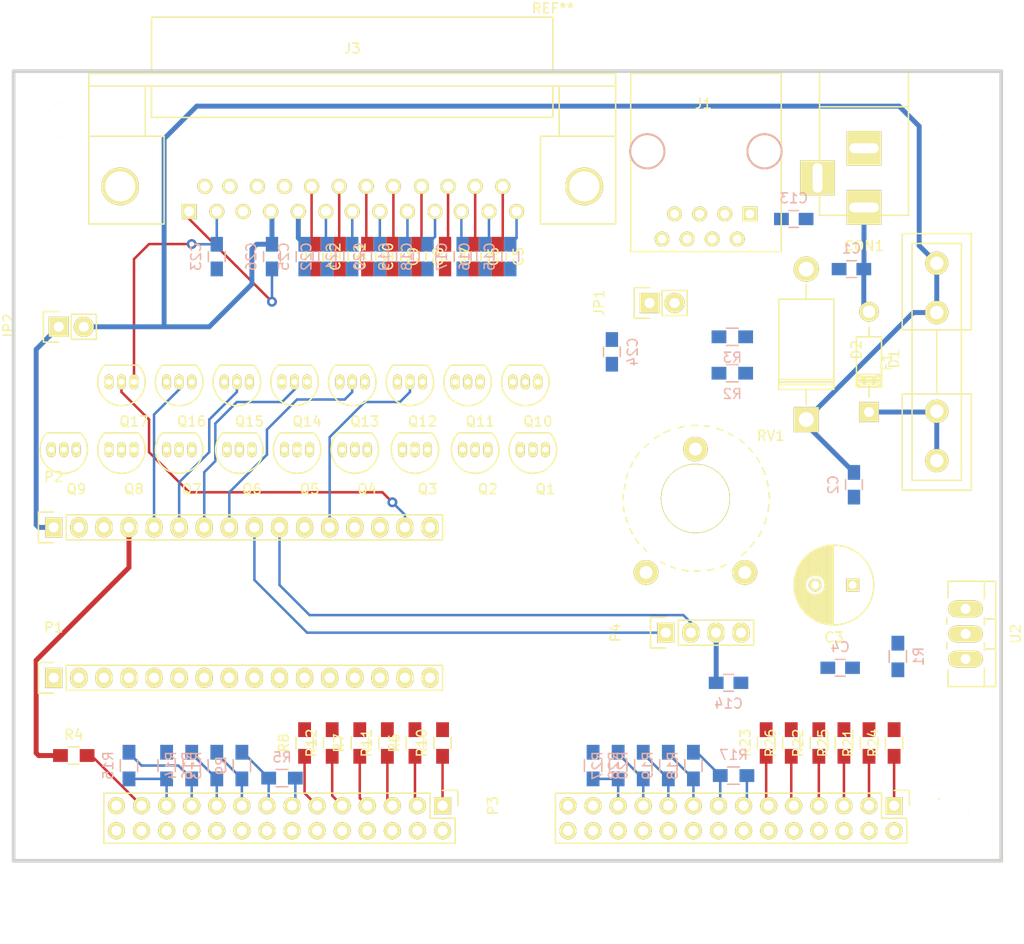
<source format=kicad_pcb>
(kicad_pcb (version 4) (host pcbnew no-vcs-found-product)

  (general
    (links 210)
    (no_connects 134)
    (area 82.915952 39.207 191.194 135.395)
    (thickness 1.6)
    (drawings 0)
    (tracks 182)
    (zones 0)
    (modules 87)
    (nets 72)
  )

  (page A4)
  (title_block
    (title nanoantsw_mk2)
    (date 2015-07-22)
    (rev 0)
    (company "by CT7AEZ & CT2HME")
  )

  (layers
    (0 F.Cu signal)
    (31 B.Cu signal)
    (32 B.Adhes user)
    (33 F.Adhes user)
    (34 B.Paste user)
    (35 F.Paste user)
    (36 B.SilkS user)
    (37 F.SilkS user)
    (38 B.Mask user)
    (39 F.Mask user)
    (40 Dwgs.User user)
    (41 Cmts.User user)
    (42 Eco1.User user)
    (43 Eco2.User user)
    (44 Edge.Cuts user)
    (45 Margin user)
    (46 B.CrtYd user)
    (47 F.CrtYd user)
    (48 B.Fab user)
    (49 F.Fab user)
  )

  (setup
    (last_trace_width 0.254)
    (trace_clearance 0.254)
    (zone_clearance 0.508)
    (zone_45_only no)
    (trace_min 0.2)
    (segment_width 0.2)
    (edge_width 0.1)
    (via_size 1)
    (via_drill 0.5)
    (via_min_size 0.4)
    (via_min_drill 0.3)
    (uvia_size 0.3)
    (uvia_drill 0.1)
    (uvias_allowed no)
    (uvia_min_size 0.2)
    (uvia_min_drill 0.1)
    (pcb_text_width 0.3)
    (pcb_text_size 1.5 1.5)
    (mod_edge_width 0.15)
    (mod_text_size 1 1)
    (mod_text_width 0.15)
    (pad_size 1.5 1.5)
    (pad_drill 0.6)
    (pad_to_mask_clearance 0)
    (aux_axis_origin 0 0)
    (visible_elements FFFFFF7F)
    (pcbplotparams
      (layerselection 0x00030_80000001)
      (usegerberextensions false)
      (excludeedgelayer true)
      (linewidth 0.100000)
      (plotframeref false)
      (viasonmask false)
      (mode 1)
      (useauxorigin false)
      (hpglpennumber 1)
      (hpglpenspeed 20)
      (hpglpendiameter 15)
      (hpglpenoverlay 2)
      (psnegative false)
      (psa4output false)
      (plotreference true)
      (plotvalue true)
      (plotinvisibletext false)
      (padsonsilk false)
      (subtractmaskfromsilk false)
      (outputformat 1)
      (mirror false)
      (drillshape 1)
      (scaleselection 1)
      (outputdirectory ""))
  )

  (net 0 "")
  (net 1 "Net-(C1-Pad1)")
  (net 2 GNDA)
  (net 3 VCC)
  (net 4 VEE)
  (net 5 /472KHz)
  (net 6 /80M)
  (net 7 /40M)
  (net 8 /20M)
  (net 9 /15M)
  (net 10 /10M)
  (net 11 /4M)
  (net 12 /AUX)
  (net 13 /EXT_SDA)
  (net 14 GND)
  (net 15 +5V)
  (net 16 /137KHz)
  (net 17 /160M)
  (net 18 /60M)
  (net 19 /30M)
  (net 20 /17M)
  (net 21 /12M)
  (net 22 /6M)
  (net 23 /2M)
  (net 24 /ENBL)
  (net 25 /EXT_SCL)
  (net 26 "Net-(C25-Pad2)")
  (net 27 "Net-(D1-Pad1)")
  (net 28 "Net-(JP1-Pad2)")
  (net 29 "Net-(JP2-Pad1)")
  (net 30 /D2)
  (net 31 /D3)
  (net 32 /D4)
  (net 33 /D5)
  (net 34 /D6)
  (net 35 /D7)
  (net 36 /D8)
  (net 37 /D9)
  (net 38 /D10)
  (net 39 /D11)
  (net 40 /D12)
  (net 41 /A0)
  (net 42 /A1)
  (net 43 /A2)
  (net 44 /A3)
  (net 45 /BNDSW)
  (net 46 /A7)
  (net 47 /D13)
  (net 48 "Net-(P3-Pad1)")
  (net 49 "Net-(P3-Pad3)")
  (net 50 "Net-(P3-Pad5)")
  (net 51 "Net-(P3-Pad7)")
  (net 52 "Net-(P3-Pad9)")
  (net 53 "Net-(P3-Pad11)")
  (net 54 /SW2)
  (net 55 /SW3)
  (net 56 /SW4)
  (net 57 /SW5)
  (net 58 /SW6)
  (net 59 "Net-(P5-Pad1)")
  (net 60 "Net-(P5-Pad3)")
  (net 61 "Net-(P5-Pad5)")
  (net 62 "Net-(P5-Pad7)")
  (net 63 "Net-(P5-Pad9)")
  (net 64 "Net-(P5-Pad11)")
  (net 65 /SW1a)
  (net 66 /SW2b)
  (net 67 /SW3c)
  (net 68 /SW4d)
  (net 69 /SW5e)
  (net 70 /SW6f)
  (net 71 "Net-(R1-Pad2)")

  (net_class Default "Esta é a classe de net default."
    (clearance 0.254)
    (trace_width 0.254)
    (via_dia 1)
    (via_drill 0.5)
    (uvia_dia 0.3)
    (uvia_drill 0.1)
    (add_net /10M)
    (add_net /12M)
    (add_net /137KHz)
    (add_net /15M)
    (add_net /160M)
    (add_net /17M)
    (add_net /20M)
    (add_net /2M)
    (add_net /30M)
    (add_net /40M)
    (add_net /472KHz)
    (add_net /4M)
    (add_net /60M)
    (add_net /6M)
    (add_net /80M)
    (add_net /A0)
    (add_net /A1)
    (add_net /A2)
    (add_net /A3)
    (add_net /A7)
    (add_net /AUX)
    (add_net /BNDSW)
    (add_net /D10)
    (add_net /D11)
    (add_net /D12)
    (add_net /D13)
    (add_net /D2)
    (add_net /D3)
    (add_net /D4)
    (add_net /D5)
    (add_net /D6)
    (add_net /D7)
    (add_net /D8)
    (add_net /D9)
    (add_net /ENBL)
    (add_net /EXT_SCL)
    (add_net /EXT_SDA)
    (add_net /SW1a)
    (add_net /SW2)
    (add_net /SW2b)
    (add_net /SW3)
    (add_net /SW3c)
    (add_net /SW4)
    (add_net /SW4d)
    (add_net /SW5)
    (add_net /SW5e)
    (add_net /SW6)
    (add_net /SW6f)
    (add_net "Net-(C25-Pad2)")
    (add_net "Net-(JP1-Pad2)")
    (add_net "Net-(P3-Pad1)")
    (add_net "Net-(P3-Pad11)")
    (add_net "Net-(P3-Pad3)")
    (add_net "Net-(P3-Pad5)")
    (add_net "Net-(P3-Pad7)")
    (add_net "Net-(P3-Pad9)")
    (add_net "Net-(P5-Pad1)")
    (add_net "Net-(P5-Pad11)")
    (add_net "Net-(P5-Pad3)")
    (add_net "Net-(P5-Pad5)")
    (add_net "Net-(P5-Pad7)")
    (add_net "Net-(P5-Pad9)")
    (add_net "Net-(R1-Pad2)")
  )

  (net_class PWR ""
    (clearance 0.254)
    (trace_width 0.5)
    (via_dia 1)
    (via_drill 0.5)
    (uvia_dia 0.3)
    (uvia_drill 0.1)
    (add_net +5V)
    (add_net GND)
    (add_net GNDA)
    (add_net "Net-(C1-Pad1)")
    (add_net "Net-(D1-Pad1)")
    (add_net "Net-(JP2-Pad1)")
    (add_net VCC)
    (add_net VEE)
  )

  (module Capacitors_SMD:C_0805_HandSoldering (layer B.Cu) (tedit 541A9B8D) (tstamp 554B754C)
    (at 173.228 66.802 180)
    (descr "Capacitor SMD 0805, hand soldering")
    (tags "capacitor 0805")
    (path /5513E996)
    (attr smd)
    (fp_text reference C1 (at 0 2.1 180) (layer B.SilkS)
      (effects (font (size 1 1) (thickness 0.15)) (justify mirror))
    )
    (fp_text value 4n7 (at 0 -2.1 180) (layer B.Fab)
      (effects (font (size 1 1) (thickness 0.15)) (justify mirror))
    )
    (fp_line (start -2.3 1) (end 2.3 1) (layer B.CrtYd) (width 0.05))
    (fp_line (start -2.3 -1) (end 2.3 -1) (layer B.CrtYd) (width 0.05))
    (fp_line (start -2.3 1) (end -2.3 -1) (layer B.CrtYd) (width 0.05))
    (fp_line (start 2.3 1) (end 2.3 -1) (layer B.CrtYd) (width 0.05))
    (fp_line (start 0.5 0.85) (end -0.5 0.85) (layer B.SilkS) (width 0.15))
    (fp_line (start -0.5 -0.85) (end 0.5 -0.85) (layer B.SilkS) (width 0.15))
    (pad 1 smd rect (at -1.25 0 180) (size 1.5 1.25) (layers B.Cu B.Paste B.Mask)
      (net 1 "Net-(C1-Pad1)"))
    (pad 2 smd rect (at 1.25 0 180) (size 1.5 1.25) (layers B.Cu B.Paste B.Mask)
      (net 2 GNDA))
    (model Capacitors_SMD.3dshapes/C_0805_HandSoldering.wrl
      (at (xyz 0 0 0))
      (scale (xyz 1 1 1))
      (rotate (xyz 0 0 0))
    )
  )

  (module Capacitors_SMD:C_0805_HandSoldering (layer B.Cu) (tedit 541A9B8D) (tstamp 554B7552)
    (at 173.482 88.646 270)
    (descr "Capacitor SMD 0805, hand soldering")
    (tags "capacitor 0805")
    (path /5513EA67)
    (attr smd)
    (fp_text reference C2 (at 0 2.1 270) (layer B.SilkS)
      (effects (font (size 1 1) (thickness 0.15)) (justify mirror))
    )
    (fp_text value 330n (at 0 -2.1 270) (layer B.Fab)
      (effects (font (size 1 1) (thickness 0.15)) (justify mirror))
    )
    (fp_line (start -2.3 1) (end 2.3 1) (layer B.CrtYd) (width 0.05))
    (fp_line (start -2.3 -1) (end 2.3 -1) (layer B.CrtYd) (width 0.05))
    (fp_line (start -2.3 1) (end -2.3 -1) (layer B.CrtYd) (width 0.05))
    (fp_line (start 2.3 1) (end 2.3 -1) (layer B.CrtYd) (width 0.05))
    (fp_line (start 0.5 0.85) (end -0.5 0.85) (layer B.SilkS) (width 0.15))
    (fp_line (start -0.5 -0.85) (end 0.5 -0.85) (layer B.SilkS) (width 0.15))
    (pad 1 smd rect (at -1.25 0 270) (size 1.5 1.25) (layers B.Cu B.Paste B.Mask)
      (net 3 VCC))
    (pad 2 smd rect (at 1.25 0 270) (size 1.5 1.25) (layers B.Cu B.Paste B.Mask)
      (net 2 GNDA))
    (model Capacitors_SMD.3dshapes/C_0805_HandSoldering.wrl
      (at (xyz 0 0 0))
      (scale (xyz 1 1 1))
      (rotate (xyz 0 0 0))
    )
  )

  (module Capacitors_ThroughHole:C_Radial_D8_L21_P3.8 (layer F.Cu) (tedit 0) (tstamp 554B7558)
    (at 173.355 98.806 180)
    (descr "Radial Electrolytic Capacitor Diameter 8mm x Length 21mm, Pitch 3.8mm")
    (tags "Electrolytic Capacitor")
    (path /5515B589)
    (fp_text reference C3 (at 1.9 -5.3 180) (layer F.SilkS)
      (effects (font (size 1 1) (thickness 0.15)))
    )
    (fp_text value 220u (at 1.9 5.3 180) (layer F.Fab)
      (effects (font (size 1 1) (thickness 0.15)))
    )
    (fp_line (start 1.975 -3.999) (end 1.975 3.999) (layer F.SilkS) (width 0.15))
    (fp_line (start 2.115 -3.994) (end 2.115 3.994) (layer F.SilkS) (width 0.15))
    (fp_line (start 2.255 -3.984) (end 2.255 3.984) (layer F.SilkS) (width 0.15))
    (fp_line (start 2.395 -3.969) (end 2.395 3.969) (layer F.SilkS) (width 0.15))
    (fp_line (start 2.535 -3.949) (end 2.535 3.949) (layer F.SilkS) (width 0.15))
    (fp_line (start 2.675 -3.924) (end 2.675 3.924) (layer F.SilkS) (width 0.15))
    (fp_line (start 2.815 -3.894) (end 2.815 -0.173) (layer F.SilkS) (width 0.15))
    (fp_line (start 2.815 0.173) (end 2.815 3.894) (layer F.SilkS) (width 0.15))
    (fp_line (start 2.955 -3.858) (end 2.955 -0.535) (layer F.SilkS) (width 0.15))
    (fp_line (start 2.955 0.535) (end 2.955 3.858) (layer F.SilkS) (width 0.15))
    (fp_line (start 3.095 -3.817) (end 3.095 -0.709) (layer F.SilkS) (width 0.15))
    (fp_line (start 3.095 0.709) (end 3.095 3.817) (layer F.SilkS) (width 0.15))
    (fp_line (start 3.235 -3.771) (end 3.235 -0.825) (layer F.SilkS) (width 0.15))
    (fp_line (start 3.235 0.825) (end 3.235 3.771) (layer F.SilkS) (width 0.15))
    (fp_line (start 3.375 -3.718) (end 3.375 -0.905) (layer F.SilkS) (width 0.15))
    (fp_line (start 3.375 0.905) (end 3.375 3.718) (layer F.SilkS) (width 0.15))
    (fp_line (start 3.515 -3.659) (end 3.515 -0.959) (layer F.SilkS) (width 0.15))
    (fp_line (start 3.515 0.959) (end 3.515 3.659) (layer F.SilkS) (width 0.15))
    (fp_line (start 3.655 -3.594) (end 3.655 -0.989) (layer F.SilkS) (width 0.15))
    (fp_line (start 3.655 0.989) (end 3.655 3.594) (layer F.SilkS) (width 0.15))
    (fp_line (start 3.795 -3.523) (end 3.795 -1) (layer F.SilkS) (width 0.15))
    (fp_line (start 3.795 1) (end 3.795 3.523) (layer F.SilkS) (width 0.15))
    (fp_line (start 3.935 -3.444) (end 3.935 -0.991) (layer F.SilkS) (width 0.15))
    (fp_line (start 3.935 0.991) (end 3.935 3.444) (layer F.SilkS) (width 0.15))
    (fp_line (start 4.075 -3.357) (end 4.075 -0.961) (layer F.SilkS) (width 0.15))
    (fp_line (start 4.075 0.961) (end 4.075 3.357) (layer F.SilkS) (width 0.15))
    (fp_line (start 4.215 -3.262) (end 4.215 -0.91) (layer F.SilkS) (width 0.15))
    (fp_line (start 4.215 0.91) (end 4.215 3.262) (layer F.SilkS) (width 0.15))
    (fp_line (start 4.355 -3.158) (end 4.355 -0.832) (layer F.SilkS) (width 0.15))
    (fp_line (start 4.355 0.832) (end 4.355 3.158) (layer F.SilkS) (width 0.15))
    (fp_line (start 4.495 -3.044) (end 4.495 -0.719) (layer F.SilkS) (width 0.15))
    (fp_line (start 4.495 0.719) (end 4.495 3.044) (layer F.SilkS) (width 0.15))
    (fp_line (start 4.635 -2.919) (end 4.635 -0.55) (layer F.SilkS) (width 0.15))
    (fp_line (start 4.635 0.55) (end 4.635 2.919) (layer F.SilkS) (width 0.15))
    (fp_line (start 4.775 -2.781) (end 4.775 -0.222) (layer F.SilkS) (width 0.15))
    (fp_line (start 4.775 0.222) (end 4.775 2.781) (layer F.SilkS) (width 0.15))
    (fp_line (start 4.915 -2.629) (end 4.915 2.629) (layer F.SilkS) (width 0.15))
    (fp_line (start 5.055 -2.459) (end 5.055 2.459) (layer F.SilkS) (width 0.15))
    (fp_line (start 5.195 -2.268) (end 5.195 2.268) (layer F.SilkS) (width 0.15))
    (fp_line (start 5.335 -2.05) (end 5.335 2.05) (layer F.SilkS) (width 0.15))
    (fp_line (start 5.475 -1.794) (end 5.475 1.794) (layer F.SilkS) (width 0.15))
    (fp_line (start 5.615 -1.483) (end 5.615 1.483) (layer F.SilkS) (width 0.15))
    (fp_line (start 5.755 -1.067) (end 5.755 1.067) (layer F.SilkS) (width 0.15))
    (fp_line (start 5.895 -0.2) (end 5.895 0.2) (layer F.SilkS) (width 0.15))
    (fp_circle (center 3.8 0) (end 3.8 -1) (layer F.SilkS) (width 0.15))
    (fp_circle (center 1.9 0) (end 1.9 -4.0375) (layer F.SilkS) (width 0.15))
    (fp_circle (center 1.9 0) (end 1.9 -4.3) (layer F.CrtYd) (width 0.05))
    (pad 1 thru_hole rect (at 0 0 180) (size 1.3 1.3) (drill 0.8) (layers *.Cu *.Mask F.SilkS)
      (net 4 VEE))
    (pad 2 thru_hole circle (at 3.8 0 180) (size 1.3 1.3) (drill 0.8) (layers *.Cu *.Mask F.SilkS)
      (net 2 GNDA))
    (model Capacitors_ThroughHole.3dshapes/C_Radial_D8_L21_P3.8.wrl
      (at (xyz 0.0748031 0 0))
      (scale (xyz 1 1 1))
      (rotate (xyz 0 0 90))
    )
  )

  (module Capacitors_SMD:C_0805_HandSoldering (layer B.Cu) (tedit 541A9B8D) (tstamp 554B755E)
    (at 172.085 107.188 180)
    (descr "Capacitor SMD 0805, hand soldering")
    (tags "capacitor 0805")
    (path /5513EABD)
    (attr smd)
    (fp_text reference C4 (at 0 2.1 180) (layer B.SilkS)
      (effects (font (size 1 1) (thickness 0.15)) (justify mirror))
    )
    (fp_text value 100n (at 0 -2.1 180) (layer B.Fab)
      (effects (font (size 1 1) (thickness 0.15)) (justify mirror))
    )
    (fp_line (start -2.3 1) (end 2.3 1) (layer B.CrtYd) (width 0.05))
    (fp_line (start -2.3 -1) (end 2.3 -1) (layer B.CrtYd) (width 0.05))
    (fp_line (start -2.3 1) (end -2.3 -1) (layer B.CrtYd) (width 0.05))
    (fp_line (start 2.3 1) (end 2.3 -1) (layer B.CrtYd) (width 0.05))
    (fp_line (start 0.5 0.85) (end -0.5 0.85) (layer B.SilkS) (width 0.15))
    (fp_line (start -0.5 -0.85) (end 0.5 -0.85) (layer B.SilkS) (width 0.15))
    (pad 1 smd rect (at -1.25 0 180) (size 1.5 1.25) (layers B.Cu B.Paste B.Mask)
      (net 4 VEE))
    (pad 2 smd rect (at 1.25 0 180) (size 1.5 1.25) (layers B.Cu B.Paste B.Mask)
      (net 2 GNDA))
    (model Capacitors_SMD.3dshapes/C_0805_HandSoldering.wrl
      (at (xyz 0 0 0))
      (scale (xyz 1 1 1))
      (rotate (xyz 0 0 0))
    )
  )

  (module Capacitors_SMD:C_0805_HandSoldering (layer F.Cu) (tedit 541A9B8D) (tstamp 554B7564)
    (at 137.414 65.532 270)
    (descr "Capacitor SMD 0805, hand soldering")
    (tags "capacitor 0805")
    (path /5516BE1D)
    (attr smd)
    (fp_text reference C5 (at 0 -2.1 270) (layer F.SilkS)
      (effects (font (size 1 1) (thickness 0.15)))
    )
    (fp_text value 10n (at 0 2.1 270) (layer F.Fab)
      (effects (font (size 1 1) (thickness 0.15)))
    )
    (fp_line (start -2.3 -1) (end 2.3 -1) (layer F.CrtYd) (width 0.05))
    (fp_line (start -2.3 1) (end 2.3 1) (layer F.CrtYd) (width 0.05))
    (fp_line (start -2.3 -1) (end -2.3 1) (layer F.CrtYd) (width 0.05))
    (fp_line (start 2.3 -1) (end 2.3 1) (layer F.CrtYd) (width 0.05))
    (fp_line (start 0.5 -0.85) (end -0.5 -0.85) (layer F.SilkS) (width 0.15))
    (fp_line (start -0.5 0.85) (end 0.5 0.85) (layer F.SilkS) (width 0.15))
    (pad 1 smd rect (at -1.25 0 270) (size 1.5 1.25) (layers F.Cu F.Paste F.Mask)
      (net 5 /472KHz))
    (pad 2 smd rect (at 1.25 0 270) (size 1.5 1.25) (layers F.Cu F.Paste F.Mask)
      (net 2 GNDA))
    (model Capacitors_SMD.3dshapes/C_0805_HandSoldering.wrl
      (at (xyz 0 0 0))
      (scale (xyz 1 1 1))
      (rotate (xyz 0 0 0))
    )
  )

  (module Capacitors_SMD:C_0805_HandSoldering (layer F.Cu) (tedit 541A9B8D) (tstamp 554B756A)
    (at 134.874 65.532 270)
    (descr "Capacitor SMD 0805, hand soldering")
    (tags "capacitor 0805")
    (path /551665FE)
    (attr smd)
    (fp_text reference C6 (at 0 -2.1 270) (layer F.SilkS)
      (effects (font (size 1 1) (thickness 0.15)))
    )
    (fp_text value 10n (at 0 2.1 270) (layer F.Fab)
      (effects (font (size 1 1) (thickness 0.15)))
    )
    (fp_line (start -2.3 -1) (end 2.3 -1) (layer F.CrtYd) (width 0.05))
    (fp_line (start -2.3 1) (end 2.3 1) (layer F.CrtYd) (width 0.05))
    (fp_line (start -2.3 -1) (end -2.3 1) (layer F.CrtYd) (width 0.05))
    (fp_line (start 2.3 -1) (end 2.3 1) (layer F.CrtYd) (width 0.05))
    (fp_line (start 0.5 -0.85) (end -0.5 -0.85) (layer F.SilkS) (width 0.15))
    (fp_line (start -0.5 0.85) (end 0.5 0.85) (layer F.SilkS) (width 0.15))
    (pad 1 smd rect (at -1.25 0 270) (size 1.5 1.25) (layers F.Cu F.Paste F.Mask)
      (net 6 /80M))
    (pad 2 smd rect (at 1.25 0 270) (size 1.5 1.25) (layers F.Cu F.Paste F.Mask)
      (net 2 GNDA))
    (model Capacitors_SMD.3dshapes/C_0805_HandSoldering.wrl
      (at (xyz 0 0 0))
      (scale (xyz 1 1 1))
      (rotate (xyz 0 0 0))
    )
  )

  (module Capacitors_SMD:C_0805_HandSoldering (layer F.Cu) (tedit 541A9B8D) (tstamp 554B7570)
    (at 132.08 65.532 270)
    (descr "Capacitor SMD 0805, hand soldering")
    (tags "capacitor 0805")
    (path /55166705)
    (attr smd)
    (fp_text reference C7 (at 0 -2.1 270) (layer F.SilkS)
      (effects (font (size 1 1) (thickness 0.15)))
    )
    (fp_text value 10n (at 0 2.1 270) (layer F.Fab)
      (effects (font (size 1 1) (thickness 0.15)))
    )
    (fp_line (start -2.3 -1) (end 2.3 -1) (layer F.CrtYd) (width 0.05))
    (fp_line (start -2.3 1) (end 2.3 1) (layer F.CrtYd) (width 0.05))
    (fp_line (start -2.3 -1) (end -2.3 1) (layer F.CrtYd) (width 0.05))
    (fp_line (start 2.3 -1) (end 2.3 1) (layer F.CrtYd) (width 0.05))
    (fp_line (start 0.5 -0.85) (end -0.5 -0.85) (layer F.SilkS) (width 0.15))
    (fp_line (start -0.5 0.85) (end 0.5 0.85) (layer F.SilkS) (width 0.15))
    (pad 1 smd rect (at -1.25 0 270) (size 1.5 1.25) (layers F.Cu F.Paste F.Mask)
      (net 7 /40M))
    (pad 2 smd rect (at 1.25 0 270) (size 1.5 1.25) (layers F.Cu F.Paste F.Mask)
      (net 2 GNDA))
    (model Capacitors_SMD.3dshapes/C_0805_HandSoldering.wrl
      (at (xyz 0 0 0))
      (scale (xyz 1 1 1))
      (rotate (xyz 0 0 0))
    )
  )

  (module Capacitors_SMD:C_0805_HandSoldering (layer F.Cu) (tedit 541A9B8D) (tstamp 554B7576)
    (at 129.286 65.532 270)
    (descr "Capacitor SMD 0805, hand soldering")
    (tags "capacitor 0805")
    (path /55166711)
    (attr smd)
    (fp_text reference C8 (at 0 -2.1 270) (layer F.SilkS)
      (effects (font (size 1 1) (thickness 0.15)))
    )
    (fp_text value 10n (at 0 2.1 270) (layer F.Fab)
      (effects (font (size 1 1) (thickness 0.15)))
    )
    (fp_line (start -2.3 -1) (end 2.3 -1) (layer F.CrtYd) (width 0.05))
    (fp_line (start -2.3 1) (end 2.3 1) (layer F.CrtYd) (width 0.05))
    (fp_line (start -2.3 -1) (end -2.3 1) (layer F.CrtYd) (width 0.05))
    (fp_line (start 2.3 -1) (end 2.3 1) (layer F.CrtYd) (width 0.05))
    (fp_line (start 0.5 -0.85) (end -0.5 -0.85) (layer F.SilkS) (width 0.15))
    (fp_line (start -0.5 0.85) (end 0.5 0.85) (layer F.SilkS) (width 0.15))
    (pad 1 smd rect (at -1.25 0 270) (size 1.5 1.25) (layers F.Cu F.Paste F.Mask)
      (net 8 /20M))
    (pad 2 smd rect (at 1.25 0 270) (size 1.5 1.25) (layers F.Cu F.Paste F.Mask)
      (net 2 GNDA))
    (model Capacitors_SMD.3dshapes/C_0805_HandSoldering.wrl
      (at (xyz 0 0 0))
      (scale (xyz 1 1 1))
      (rotate (xyz 0 0 0))
    )
  )

  (module Capacitors_SMD:C_0805_HandSoldering (layer F.Cu) (tedit 541A9B8D) (tstamp 554B757C)
    (at 126.746 65.532 270)
    (descr "Capacitor SMD 0805, hand soldering")
    (tags "capacitor 0805")
    (path /55166933)
    (attr smd)
    (fp_text reference C9 (at 0 -2.1 270) (layer F.SilkS)
      (effects (font (size 1 1) (thickness 0.15)))
    )
    (fp_text value 10n (at 0 2.1 270) (layer F.Fab)
      (effects (font (size 1 1) (thickness 0.15)))
    )
    (fp_line (start -2.3 -1) (end 2.3 -1) (layer F.CrtYd) (width 0.05))
    (fp_line (start -2.3 1) (end 2.3 1) (layer F.CrtYd) (width 0.05))
    (fp_line (start -2.3 -1) (end -2.3 1) (layer F.CrtYd) (width 0.05))
    (fp_line (start 2.3 -1) (end 2.3 1) (layer F.CrtYd) (width 0.05))
    (fp_line (start 0.5 -0.85) (end -0.5 -0.85) (layer F.SilkS) (width 0.15))
    (fp_line (start -0.5 0.85) (end 0.5 0.85) (layer F.SilkS) (width 0.15))
    (pad 1 smd rect (at -1.25 0 270) (size 1.5 1.25) (layers F.Cu F.Paste F.Mask)
      (net 9 /15M))
    (pad 2 smd rect (at 1.25 0 270) (size 1.5 1.25) (layers F.Cu F.Paste F.Mask)
      (net 2 GNDA))
    (model Capacitors_SMD.3dshapes/C_0805_HandSoldering.wrl
      (at (xyz 0 0 0))
      (scale (xyz 1 1 1))
      (rotate (xyz 0 0 0))
    )
  )

  (module Capacitors_SMD:C_0805_HandSoldering (layer F.Cu) (tedit 541A9B8D) (tstamp 554B7582)
    (at 124.206 65.532 270)
    (descr "Capacitor SMD 0805, hand soldering")
    (tags "capacitor 0805")
    (path /5516693F)
    (attr smd)
    (fp_text reference C10 (at 0 -2.1 270) (layer F.SilkS)
      (effects (font (size 1 1) (thickness 0.15)))
    )
    (fp_text value 10n (at 0 2.1 270) (layer F.Fab)
      (effects (font (size 1 1) (thickness 0.15)))
    )
    (fp_line (start -2.3 -1) (end 2.3 -1) (layer F.CrtYd) (width 0.05))
    (fp_line (start -2.3 1) (end 2.3 1) (layer F.CrtYd) (width 0.05))
    (fp_line (start -2.3 -1) (end -2.3 1) (layer F.CrtYd) (width 0.05))
    (fp_line (start 2.3 -1) (end 2.3 1) (layer F.CrtYd) (width 0.05))
    (fp_line (start 0.5 -0.85) (end -0.5 -0.85) (layer F.SilkS) (width 0.15))
    (fp_line (start -0.5 0.85) (end 0.5 0.85) (layer F.SilkS) (width 0.15))
    (pad 1 smd rect (at -1.25 0 270) (size 1.5 1.25) (layers F.Cu F.Paste F.Mask)
      (net 10 /10M))
    (pad 2 smd rect (at 1.25 0 270) (size 1.5 1.25) (layers F.Cu F.Paste F.Mask)
      (net 2 GNDA))
    (model Capacitors_SMD.3dshapes/C_0805_HandSoldering.wrl
      (at (xyz 0 0 0))
      (scale (xyz 1 1 1))
      (rotate (xyz 0 0 0))
    )
  )

  (module Capacitors_SMD:C_0805_HandSoldering (layer F.Cu) (tedit 541A9B8D) (tstamp 554B7588)
    (at 121.412 65.532 270)
    (descr "Capacitor SMD 0805, hand soldering")
    (tags "capacitor 0805")
    (path /5516BE29)
    (attr smd)
    (fp_text reference C11 (at 0 -2.1 270) (layer F.SilkS)
      (effects (font (size 1 1) (thickness 0.15)))
    )
    (fp_text value 10n (at 0 2.1 270) (layer F.Fab)
      (effects (font (size 1 1) (thickness 0.15)))
    )
    (fp_line (start -2.3 -1) (end 2.3 -1) (layer F.CrtYd) (width 0.05))
    (fp_line (start -2.3 1) (end 2.3 1) (layer F.CrtYd) (width 0.05))
    (fp_line (start -2.3 -1) (end -2.3 1) (layer F.CrtYd) (width 0.05))
    (fp_line (start 2.3 -1) (end 2.3 1) (layer F.CrtYd) (width 0.05))
    (fp_line (start 0.5 -0.85) (end -0.5 -0.85) (layer F.SilkS) (width 0.15))
    (fp_line (start -0.5 0.85) (end 0.5 0.85) (layer F.SilkS) (width 0.15))
    (pad 1 smd rect (at -1.25 0 270) (size 1.5 1.25) (layers F.Cu F.Paste F.Mask)
      (net 11 /4M))
    (pad 2 smd rect (at 1.25 0 270) (size 1.5 1.25) (layers F.Cu F.Paste F.Mask)
      (net 2 GNDA))
    (model Capacitors_SMD.3dshapes/C_0805_HandSoldering.wrl
      (at (xyz 0 0 0))
      (scale (xyz 1 1 1))
      (rotate (xyz 0 0 0))
    )
  )

  (module Capacitors_SMD:C_0805_HandSoldering (layer F.Cu) (tedit 541A9B8D) (tstamp 554B758E)
    (at 118.872 65.532 270)
    (descr "Capacitor SMD 0805, hand soldering")
    (tags "capacitor 0805")
    (path /551CEFCC)
    (attr smd)
    (fp_text reference C12 (at 0 -2.1 270) (layer F.SilkS)
      (effects (font (size 1 1) (thickness 0.15)))
    )
    (fp_text value 10n (at 0 2.1 270) (layer F.Fab)
      (effects (font (size 1 1) (thickness 0.15)))
    )
    (fp_line (start -2.3 -1) (end 2.3 -1) (layer F.CrtYd) (width 0.05))
    (fp_line (start -2.3 1) (end 2.3 1) (layer F.CrtYd) (width 0.05))
    (fp_line (start -2.3 -1) (end -2.3 1) (layer F.CrtYd) (width 0.05))
    (fp_line (start 2.3 -1) (end 2.3 1) (layer F.CrtYd) (width 0.05))
    (fp_line (start 0.5 -0.85) (end -0.5 -0.85) (layer F.SilkS) (width 0.15))
    (fp_line (start -0.5 0.85) (end 0.5 0.85) (layer F.SilkS) (width 0.15))
    (pad 1 smd rect (at -1.25 0 270) (size 1.5 1.25) (layers F.Cu F.Paste F.Mask)
      (net 12 /AUX))
    (pad 2 smd rect (at 1.25 0 270) (size 1.5 1.25) (layers F.Cu F.Paste F.Mask)
      (net 2 GNDA))
    (model Capacitors_SMD.3dshapes/C_0805_HandSoldering.wrl
      (at (xyz 0 0 0))
      (scale (xyz 1 1 1))
      (rotate (xyz 0 0 0))
    )
  )

  (module Capacitors_SMD:C_0805_HandSoldering (layer B.Cu) (tedit 541A9B8D) (tstamp 554B7594)
    (at 167.386 61.722 180)
    (descr "Capacitor SMD 0805, hand soldering")
    (tags "capacitor 0805")
    (path /551D35AE)
    (attr smd)
    (fp_text reference C13 (at 0 2.1 180) (layer B.SilkS)
      (effects (font (size 1 1) (thickness 0.15)) (justify mirror))
    )
    (fp_text value 10n (at 0 -2.1 180) (layer B.Fab)
      (effects (font (size 1 1) (thickness 0.15)) (justify mirror))
    )
    (fp_line (start -2.3 1) (end 2.3 1) (layer B.CrtYd) (width 0.05))
    (fp_line (start -2.3 -1) (end 2.3 -1) (layer B.CrtYd) (width 0.05))
    (fp_line (start -2.3 1) (end -2.3 -1) (layer B.CrtYd) (width 0.05))
    (fp_line (start 2.3 1) (end 2.3 -1) (layer B.CrtYd) (width 0.05))
    (fp_line (start 0.5 0.85) (end -0.5 0.85) (layer B.SilkS) (width 0.15))
    (fp_line (start -0.5 -0.85) (end 0.5 -0.85) (layer B.SilkS) (width 0.15))
    (pad 1 smd rect (at -1.25 0 180) (size 1.5 1.25) (layers B.Cu B.Paste B.Mask)
      (net 13 /EXT_SDA))
    (pad 2 smd rect (at 1.25 0 180) (size 1.5 1.25) (layers B.Cu B.Paste B.Mask)
      (net 14 GND))
    (model Capacitors_SMD.3dshapes/C_0805_HandSoldering.wrl
      (at (xyz 0 0 0))
      (scale (xyz 1 1 1))
      (rotate (xyz 0 0 0))
    )
  )

  (module Capacitors_SMD:C_0805_HandSoldering (layer B.Cu) (tedit 541A9B8D) (tstamp 554B759A)
    (at 160.782 108.712)
    (descr "Capacitor SMD 0805, hand soldering")
    (tags "capacitor 0805")
    (path /551D35BA)
    (attr smd)
    (fp_text reference C14 (at 0 2.1) (layer B.SilkS)
      (effects (font (size 1 1) (thickness 0.15)) (justify mirror))
    )
    (fp_text value 10n (at 0 -2.1) (layer B.Fab)
      (effects (font (size 1 1) (thickness 0.15)) (justify mirror))
    )
    (fp_line (start -2.3 1) (end 2.3 1) (layer B.CrtYd) (width 0.05))
    (fp_line (start -2.3 -1) (end 2.3 -1) (layer B.CrtYd) (width 0.05))
    (fp_line (start -2.3 1) (end -2.3 -1) (layer B.CrtYd) (width 0.05))
    (fp_line (start 2.3 1) (end 2.3 -1) (layer B.CrtYd) (width 0.05))
    (fp_line (start 0.5 0.85) (end -0.5 0.85) (layer B.SilkS) (width 0.15))
    (fp_line (start -0.5 -0.85) (end 0.5 -0.85) (layer B.SilkS) (width 0.15))
    (pad 1 smd rect (at -1.25 0) (size 1.5 1.25) (layers B.Cu B.Paste B.Mask)
      (net 15 +5V))
    (pad 2 smd rect (at 1.25 0) (size 1.5 1.25) (layers B.Cu B.Paste B.Mask)
      (net 14 GND))
    (model Capacitors_SMD.3dshapes/C_0805_HandSoldering.wrl
      (at (xyz 0 0 0))
      (scale (xyz 1 1 1))
      (rotate (xyz 0 0 0))
    )
  )

  (module Capacitors_SMD:C_0805_HandSoldering (layer B.Cu) (tedit 541A9B8D) (tstamp 554B75A0)
    (at 138.684 65.532 270)
    (descr "Capacitor SMD 0805, hand soldering")
    (tags "capacitor 0805")
    (path /5516BE17)
    (attr smd)
    (fp_text reference C15 (at 0 2.1 270) (layer B.SilkS)
      (effects (font (size 1 1) (thickness 0.15)) (justify mirror))
    )
    (fp_text value 10n (at 0 -2.1 270) (layer B.Fab)
      (effects (font (size 1 1) (thickness 0.15)) (justify mirror))
    )
    (fp_line (start -2.3 1) (end 2.3 1) (layer B.CrtYd) (width 0.05))
    (fp_line (start -2.3 -1) (end 2.3 -1) (layer B.CrtYd) (width 0.05))
    (fp_line (start -2.3 1) (end -2.3 -1) (layer B.CrtYd) (width 0.05))
    (fp_line (start 2.3 1) (end 2.3 -1) (layer B.CrtYd) (width 0.05))
    (fp_line (start 0.5 0.85) (end -0.5 0.85) (layer B.SilkS) (width 0.15))
    (fp_line (start -0.5 -0.85) (end 0.5 -0.85) (layer B.SilkS) (width 0.15))
    (pad 1 smd rect (at -1.25 0 270) (size 1.5 1.25) (layers B.Cu B.Paste B.Mask)
      (net 16 /137KHz))
    (pad 2 smd rect (at 1.25 0 270) (size 1.5 1.25) (layers B.Cu B.Paste B.Mask)
      (net 2 GNDA))
    (model Capacitors_SMD.3dshapes/C_0805_HandSoldering.wrl
      (at (xyz 0 0 0))
      (scale (xyz 1 1 1))
      (rotate (xyz 0 0 0))
    )
  )

  (module Capacitors_SMD:C_0805_HandSoldering (layer B.Cu) (tedit 541A9B8D) (tstamp 554B75A6)
    (at 136.144 65.532 270)
    (descr "Capacitor SMD 0805, hand soldering")
    (tags "capacitor 0805")
    (path /551665AF)
    (attr smd)
    (fp_text reference C16 (at 0 2.1 270) (layer B.SilkS)
      (effects (font (size 1 1) (thickness 0.15)) (justify mirror))
    )
    (fp_text value 10n (at 0 -2.1 270) (layer B.Fab)
      (effects (font (size 1 1) (thickness 0.15)) (justify mirror))
    )
    (fp_line (start -2.3 1) (end 2.3 1) (layer B.CrtYd) (width 0.05))
    (fp_line (start -2.3 -1) (end 2.3 -1) (layer B.CrtYd) (width 0.05))
    (fp_line (start -2.3 1) (end -2.3 -1) (layer B.CrtYd) (width 0.05))
    (fp_line (start 2.3 1) (end 2.3 -1) (layer B.CrtYd) (width 0.05))
    (fp_line (start 0.5 0.85) (end -0.5 0.85) (layer B.SilkS) (width 0.15))
    (fp_line (start -0.5 -0.85) (end 0.5 -0.85) (layer B.SilkS) (width 0.15))
    (pad 1 smd rect (at -1.25 0 270) (size 1.5 1.25) (layers B.Cu B.Paste B.Mask)
      (net 17 /160M))
    (pad 2 smd rect (at 1.25 0 270) (size 1.5 1.25) (layers B.Cu B.Paste B.Mask)
      (net 2 GNDA))
    (model Capacitors_SMD.3dshapes/C_0805_HandSoldering.wrl
      (at (xyz 0 0 0))
      (scale (xyz 1 1 1))
      (rotate (xyz 0 0 0))
    )
  )

  (module Capacitors_SMD:C_0805_HandSoldering (layer B.Cu) (tedit 541A9B8D) (tstamp 554B75AC)
    (at 133.858 65.532 270)
    (descr "Capacitor SMD 0805, hand soldering")
    (tags "capacitor 0805")
    (path /551666FF)
    (attr smd)
    (fp_text reference C17 (at 0 2.1 270) (layer B.SilkS)
      (effects (font (size 1 1) (thickness 0.15)) (justify mirror))
    )
    (fp_text value 10n (at 0 -2.1 270) (layer B.Fab)
      (effects (font (size 1 1) (thickness 0.15)) (justify mirror))
    )
    (fp_line (start -2.3 1) (end 2.3 1) (layer B.CrtYd) (width 0.05))
    (fp_line (start -2.3 -1) (end 2.3 -1) (layer B.CrtYd) (width 0.05))
    (fp_line (start -2.3 1) (end -2.3 -1) (layer B.CrtYd) (width 0.05))
    (fp_line (start 2.3 1) (end 2.3 -1) (layer B.CrtYd) (width 0.05))
    (fp_line (start 0.5 0.85) (end -0.5 0.85) (layer B.SilkS) (width 0.15))
    (fp_line (start -0.5 -0.85) (end 0.5 -0.85) (layer B.SilkS) (width 0.15))
    (pad 1 smd rect (at -1.25 0 270) (size 1.5 1.25) (layers B.Cu B.Paste B.Mask)
      (net 18 /60M))
    (pad 2 smd rect (at 1.25 0 270) (size 1.5 1.25) (layers B.Cu B.Paste B.Mask)
      (net 2 GNDA))
    (model Capacitors_SMD.3dshapes/C_0805_HandSoldering.wrl
      (at (xyz 0 0 0))
      (scale (xyz 1 1 1))
      (rotate (xyz 0 0 0))
    )
  )

  (module Capacitors_SMD:C_0805_HandSoldering (layer B.Cu) (tedit 541A9B8D) (tstamp 554B75B2)
    (at 130.302 65.532 270)
    (descr "Capacitor SMD 0805, hand soldering")
    (tags "capacitor 0805")
    (path /5516670B)
    (attr smd)
    (fp_text reference C18 (at 0 2.1 270) (layer B.SilkS)
      (effects (font (size 1 1) (thickness 0.15)) (justify mirror))
    )
    (fp_text value 10n (at 0 -2.1 270) (layer B.Fab)
      (effects (font (size 1 1) (thickness 0.15)) (justify mirror))
    )
    (fp_line (start -2.3 1) (end 2.3 1) (layer B.CrtYd) (width 0.05))
    (fp_line (start -2.3 -1) (end 2.3 -1) (layer B.CrtYd) (width 0.05))
    (fp_line (start -2.3 1) (end -2.3 -1) (layer B.CrtYd) (width 0.05))
    (fp_line (start 2.3 1) (end 2.3 -1) (layer B.CrtYd) (width 0.05))
    (fp_line (start 0.5 0.85) (end -0.5 0.85) (layer B.SilkS) (width 0.15))
    (fp_line (start -0.5 -0.85) (end 0.5 -0.85) (layer B.SilkS) (width 0.15))
    (pad 1 smd rect (at -1.25 0 270) (size 1.5 1.25) (layers B.Cu B.Paste B.Mask)
      (net 19 /30M))
    (pad 2 smd rect (at 1.25 0 270) (size 1.5 1.25) (layers B.Cu B.Paste B.Mask)
      (net 2 GNDA))
    (model Capacitors_SMD.3dshapes/C_0805_HandSoldering.wrl
      (at (xyz 0 0 0))
      (scale (xyz 1 1 1))
      (rotate (xyz 0 0 0))
    )
  )

  (module Capacitors_SMD:C_0805_HandSoldering (layer B.Cu) (tedit 541A9B8D) (tstamp 554B75B8)
    (at 128.016 65.532 270)
    (descr "Capacitor SMD 0805, hand soldering")
    (tags "capacitor 0805")
    (path /5516692D)
    (attr smd)
    (fp_text reference C19 (at 0 2.1 270) (layer B.SilkS)
      (effects (font (size 1 1) (thickness 0.15)) (justify mirror))
    )
    (fp_text value 10n (at 0 -2.1 270) (layer B.Fab)
      (effects (font (size 1 1) (thickness 0.15)) (justify mirror))
    )
    (fp_line (start -2.3 1) (end 2.3 1) (layer B.CrtYd) (width 0.05))
    (fp_line (start -2.3 -1) (end 2.3 -1) (layer B.CrtYd) (width 0.05))
    (fp_line (start -2.3 1) (end -2.3 -1) (layer B.CrtYd) (width 0.05))
    (fp_line (start 2.3 1) (end 2.3 -1) (layer B.CrtYd) (width 0.05))
    (fp_line (start 0.5 0.85) (end -0.5 0.85) (layer B.SilkS) (width 0.15))
    (fp_line (start -0.5 -0.85) (end 0.5 -0.85) (layer B.SilkS) (width 0.15))
    (pad 1 smd rect (at -1.25 0 270) (size 1.5 1.25) (layers B.Cu B.Paste B.Mask)
      (net 20 /17M))
    (pad 2 smd rect (at 1.25 0 270) (size 1.5 1.25) (layers B.Cu B.Paste B.Mask)
      (net 2 GNDA))
    (model Capacitors_SMD.3dshapes/C_0805_HandSoldering.wrl
      (at (xyz 0 0 0))
      (scale (xyz 1 1 1))
      (rotate (xyz 0 0 0))
    )
  )

  (module Capacitors_SMD:C_0805_HandSoldering (layer B.Cu) (tedit 541A9B8D) (tstamp 554B75BE)
    (at 125.476 65.532 270)
    (descr "Capacitor SMD 0805, hand soldering")
    (tags "capacitor 0805")
    (path /55166939)
    (attr smd)
    (fp_text reference C20 (at 0 2.1 270) (layer B.SilkS)
      (effects (font (size 1 1) (thickness 0.15)) (justify mirror))
    )
    (fp_text value 10n (at 0 -2.1 270) (layer B.Fab)
      (effects (font (size 1 1) (thickness 0.15)) (justify mirror))
    )
    (fp_line (start -2.3 1) (end 2.3 1) (layer B.CrtYd) (width 0.05))
    (fp_line (start -2.3 -1) (end 2.3 -1) (layer B.CrtYd) (width 0.05))
    (fp_line (start -2.3 1) (end -2.3 -1) (layer B.CrtYd) (width 0.05))
    (fp_line (start 2.3 1) (end 2.3 -1) (layer B.CrtYd) (width 0.05))
    (fp_line (start 0.5 0.85) (end -0.5 0.85) (layer B.SilkS) (width 0.15))
    (fp_line (start -0.5 -0.85) (end 0.5 -0.85) (layer B.SilkS) (width 0.15))
    (pad 1 smd rect (at -1.25 0 270) (size 1.5 1.25) (layers B.Cu B.Paste B.Mask)
      (net 21 /12M))
    (pad 2 smd rect (at 1.25 0 270) (size 1.5 1.25) (layers B.Cu B.Paste B.Mask)
      (net 2 GNDA))
    (model Capacitors_SMD.3dshapes/C_0805_HandSoldering.wrl
      (at (xyz 0 0 0))
      (scale (xyz 1 1 1))
      (rotate (xyz 0 0 0))
    )
  )

  (module Capacitors_SMD:C_0805_HandSoldering (layer B.Cu) (tedit 541A9B8D) (tstamp 554B75C4)
    (at 122.682 65.532 270)
    (descr "Capacitor SMD 0805, hand soldering")
    (tags "capacitor 0805")
    (path /55166945)
    (attr smd)
    (fp_text reference C21 (at 0 2.1 270) (layer B.SilkS)
      (effects (font (size 1 1) (thickness 0.15)) (justify mirror))
    )
    (fp_text value 10n (at 0 -2.1 270) (layer B.Fab)
      (effects (font (size 1 1) (thickness 0.15)) (justify mirror))
    )
    (fp_line (start -2.3 1) (end 2.3 1) (layer B.CrtYd) (width 0.05))
    (fp_line (start -2.3 -1) (end 2.3 -1) (layer B.CrtYd) (width 0.05))
    (fp_line (start -2.3 1) (end -2.3 -1) (layer B.CrtYd) (width 0.05))
    (fp_line (start 2.3 1) (end 2.3 -1) (layer B.CrtYd) (width 0.05))
    (fp_line (start 0.5 0.85) (end -0.5 0.85) (layer B.SilkS) (width 0.15))
    (fp_line (start -0.5 -0.85) (end 0.5 -0.85) (layer B.SilkS) (width 0.15))
    (pad 1 smd rect (at -1.25 0 270) (size 1.5 1.25) (layers B.Cu B.Paste B.Mask)
      (net 22 /6M))
    (pad 2 smd rect (at 1.25 0 270) (size 1.5 1.25) (layers B.Cu B.Paste B.Mask)
      (net 2 GNDA))
    (model Capacitors_SMD.3dshapes/C_0805_HandSoldering.wrl
      (at (xyz 0 0 0))
      (scale (xyz 1 1 1))
      (rotate (xyz 0 0 0))
    )
  )

  (module Capacitors_SMD:C_0805_HandSoldering (layer B.Cu) (tedit 541A9B8D) (tstamp 554B75CA)
    (at 120.142 65.532 270)
    (descr "Capacitor SMD 0805, hand soldering")
    (tags "capacitor 0805")
    (path /5516BE23)
    (attr smd)
    (fp_text reference C22 (at 0 2.1 270) (layer B.SilkS)
      (effects (font (size 1 1) (thickness 0.15)) (justify mirror))
    )
    (fp_text value 10n (at 0 -2.1 270) (layer B.Fab)
      (effects (font (size 1 1) (thickness 0.15)) (justify mirror))
    )
    (fp_line (start -2.3 1) (end 2.3 1) (layer B.CrtYd) (width 0.05))
    (fp_line (start -2.3 -1) (end 2.3 -1) (layer B.CrtYd) (width 0.05))
    (fp_line (start -2.3 1) (end -2.3 -1) (layer B.CrtYd) (width 0.05))
    (fp_line (start 2.3 1) (end 2.3 -1) (layer B.CrtYd) (width 0.05))
    (fp_line (start 0.5 0.85) (end -0.5 0.85) (layer B.SilkS) (width 0.15))
    (fp_line (start -0.5 -0.85) (end 0.5 -0.85) (layer B.SilkS) (width 0.15))
    (pad 1 smd rect (at -1.25 0 270) (size 1.5 1.25) (layers B.Cu B.Paste B.Mask)
      (net 23 /2M))
    (pad 2 smd rect (at 1.25 0 270) (size 1.5 1.25) (layers B.Cu B.Paste B.Mask)
      (net 2 GNDA))
    (model Capacitors_SMD.3dshapes/C_0805_HandSoldering.wrl
      (at (xyz 0 0 0))
      (scale (xyz 1 1 1))
      (rotate (xyz 0 0 0))
    )
  )

  (module Capacitors_SMD:C_0805_HandSoldering (layer B.Cu) (tedit 541A9B8D) (tstamp 554B75D0)
    (at 108.966 65.532 270)
    (descr "Capacitor SMD 0805, hand soldering")
    (tags "capacitor 0805")
    (path /5516D180)
    (attr smd)
    (fp_text reference C23 (at 0 2.1 270) (layer B.SilkS)
      (effects (font (size 1 1) (thickness 0.15)) (justify mirror))
    )
    (fp_text value 10n (at 0 -2.1 270) (layer B.Fab)
      (effects (font (size 1 1) (thickness 0.15)) (justify mirror))
    )
    (fp_line (start -2.3 1) (end 2.3 1) (layer B.CrtYd) (width 0.05))
    (fp_line (start -2.3 -1) (end 2.3 -1) (layer B.CrtYd) (width 0.05))
    (fp_line (start -2.3 1) (end -2.3 -1) (layer B.CrtYd) (width 0.05))
    (fp_line (start 2.3 1) (end 2.3 -1) (layer B.CrtYd) (width 0.05))
    (fp_line (start 0.5 0.85) (end -0.5 0.85) (layer B.SilkS) (width 0.15))
    (fp_line (start -0.5 -0.85) (end 0.5 -0.85) (layer B.SilkS) (width 0.15))
    (pad 1 smd rect (at -1.25 0 270) (size 1.5 1.25) (layers B.Cu B.Paste B.Mask)
      (net 24 /ENBL))
    (pad 2 smd rect (at 1.25 0 270) (size 1.5 1.25) (layers B.Cu B.Paste B.Mask)
      (net 2 GNDA))
    (model Capacitors_SMD.3dshapes/C_0805_HandSoldering.wrl
      (at (xyz 0 0 0))
      (scale (xyz 1 1 1))
      (rotate (xyz 0 0 0))
    )
  )

  (module Capacitors_SMD:C_0805_HandSoldering (layer B.Cu) (tedit 541A9B8D) (tstamp 554B75D6)
    (at 148.971 75.184 90)
    (descr "Capacitor SMD 0805, hand soldering")
    (tags "capacitor 0805")
    (path /551D35C0)
    (attr smd)
    (fp_text reference C24 (at 0 2.1 90) (layer B.SilkS)
      (effects (font (size 1 1) (thickness 0.15)) (justify mirror))
    )
    (fp_text value 10n (at 0 -2.1 90) (layer B.Fab)
      (effects (font (size 1 1) (thickness 0.15)) (justify mirror))
    )
    (fp_line (start -2.3 1) (end 2.3 1) (layer B.CrtYd) (width 0.05))
    (fp_line (start -2.3 -1) (end 2.3 -1) (layer B.CrtYd) (width 0.05))
    (fp_line (start -2.3 1) (end -2.3 -1) (layer B.CrtYd) (width 0.05))
    (fp_line (start 2.3 1) (end 2.3 -1) (layer B.CrtYd) (width 0.05))
    (fp_line (start 0.5 0.85) (end -0.5 0.85) (layer B.SilkS) (width 0.15))
    (fp_line (start -0.5 -0.85) (end 0.5 -0.85) (layer B.SilkS) (width 0.15))
    (pad 1 smd rect (at -1.25 0 90) (size 1.5 1.25) (layers B.Cu B.Paste B.Mask)
      (net 25 /EXT_SCL))
    (pad 2 smd rect (at 1.25 0 90) (size 1.5 1.25) (layers B.Cu B.Paste B.Mask)
      (net 14 GND))
    (model Capacitors_SMD.3dshapes/C_0805_HandSoldering.wrl
      (at (xyz 0 0 0))
      (scale (xyz 1 1 1))
      (rotate (xyz 0 0 0))
    )
  )

  (module Capacitors_SMD:C_0805_HandSoldering (layer B.Cu) (tedit 541A9B8D) (tstamp 554B75DC)
    (at 117.856 65.532 270)
    (descr "Capacitor SMD 0805, hand soldering")
    (tags "capacitor 0805")
    (path /5515C159)
    (attr smd)
    (fp_text reference C25 (at 0 2.1 270) (layer B.SilkS)
      (effects (font (size 1 1) (thickness 0.15)) (justify mirror))
    )
    (fp_text value 100n (at 0 -2.1 270) (layer B.Fab)
      (effects (font (size 1 1) (thickness 0.15)) (justify mirror))
    )
    (fp_line (start -2.3 1) (end 2.3 1) (layer B.CrtYd) (width 0.05))
    (fp_line (start -2.3 -1) (end 2.3 -1) (layer B.CrtYd) (width 0.05))
    (fp_line (start -2.3 1) (end -2.3 -1) (layer B.CrtYd) (width 0.05))
    (fp_line (start 2.3 1) (end 2.3 -1) (layer B.CrtYd) (width 0.05))
    (fp_line (start 0.5 0.85) (end -0.5 0.85) (layer B.SilkS) (width 0.15))
    (fp_line (start -0.5 -0.85) (end 0.5 -0.85) (layer B.SilkS) (width 0.15))
    (pad 1 smd rect (at -1.25 0 270) (size 1.5 1.25) (layers B.Cu B.Paste B.Mask)
      (net 4 VEE))
    (pad 2 smd rect (at 1.25 0 270) (size 1.5 1.25) (layers B.Cu B.Paste B.Mask)
      (net 26 "Net-(C25-Pad2)"))
    (model Capacitors_SMD.3dshapes/C_0805_HandSoldering.wrl
      (at (xyz 0 0 0))
      (scale (xyz 1 1 1))
      (rotate (xyz 0 0 0))
    )
  )

  (module Capacitors_SMD:C_0805_HandSoldering (layer B.Cu) (tedit 541A9B8D) (tstamp 554B75E2)
    (at 114.554 65.532 270)
    (descr "Capacitor SMD 0805, hand soldering")
    (tags "capacitor 0805")
    (path /551622B0)
    (attr smd)
    (fp_text reference C26 (at 0 2.1 270) (layer B.SilkS)
      (effects (font (size 1 1) (thickness 0.15)) (justify mirror))
    )
    (fp_text value 100n (at 0 -2.1 270) (layer B.Fab)
      (effects (font (size 1 1) (thickness 0.15)) (justify mirror))
    )
    (fp_line (start -2.3 1) (end 2.3 1) (layer B.CrtYd) (width 0.05))
    (fp_line (start -2.3 -1) (end 2.3 -1) (layer B.CrtYd) (width 0.05))
    (fp_line (start -2.3 1) (end -2.3 -1) (layer B.CrtYd) (width 0.05))
    (fp_line (start 2.3 1) (end 2.3 -1) (layer B.CrtYd) (width 0.05))
    (fp_line (start 0.5 0.85) (end -0.5 0.85) (layer B.SilkS) (width 0.15))
    (fp_line (start -0.5 -0.85) (end 0.5 -0.85) (layer B.SilkS) (width 0.15))
    (pad 1 smd rect (at -1.25 0 270) (size 1.5 1.25) (layers B.Cu B.Paste B.Mask)
      (net 3 VCC))
    (pad 2 smd rect (at 1.25 0 270) (size 1.5 1.25) (layers B.Cu B.Paste B.Mask)
      (net 26 "Net-(C25-Pad2)"))
    (model Capacitors_SMD.3dshapes/C_0805_HandSoldering.wrl
      (at (xyz 0 0 0))
      (scale (xyz 1 1 1))
      (rotate (xyz 0 0 0))
    )
  )

  (module Connect:BARREL_JACK (layer F.Cu) (tedit 0) (tstamp 554B75E9)
    (at 174.498 54.356 270)
    (descr "DC Barrel Jack")
    (tags "Power Jack")
    (path /5513E90A)
    (fp_text reference CON1 (at 10.09904 0 360) (layer F.SilkS)
      (effects (font (size 1 1) (thickness 0.15)))
    )
    (fp_text value 5,5/2,1mm (at 0 -5.99948 270) (layer F.Fab)
      (effects (font (size 1 1) (thickness 0.15)))
    )
    (fp_line (start -4.0005 -4.50088) (end -4.0005 4.50088) (layer F.SilkS) (width 0.15))
    (fp_line (start -7.50062 -4.50088) (end -7.50062 4.50088) (layer F.SilkS) (width 0.15))
    (fp_line (start -7.50062 4.50088) (end 7.00024 4.50088) (layer F.SilkS) (width 0.15))
    (fp_line (start 7.00024 4.50088) (end 7.00024 -4.50088) (layer F.SilkS) (width 0.15))
    (fp_line (start 7.00024 -4.50088) (end -7.50062 -4.50088) (layer F.SilkS) (width 0.15))
    (pad 1 thru_hole rect (at 6.20014 0 270) (size 3.50012 3.50012) (drill oval 1.00076 2.99974) (layers *.Cu *.Mask F.SilkS)
      (net 1 "Net-(C1-Pad1)"))
    (pad 2 thru_hole rect (at 0.20066 0 270) (size 3.50012 3.50012) (drill oval 1.00076 2.99974) (layers *.Cu *.Mask F.SilkS)
      (net 2 GNDA))
    (pad 3 thru_hole rect (at 3.2004 4.699 270) (size 3.50012 3.50012) (drill oval 2.99974 1.00076) (layers *.Cu *.Mask F.SilkS))
  )

  (module Diodes_ThroughHole:Diode_DO-41_SOD81_Horizontal_RM10 (layer F.Cu) (tedit 552FFCCE) (tstamp 554B75EF)
    (at 175.006 81.28 90)
    (descr "Diode, DO-41, SOD81, Horizontal, RM 10mm,")
    (tags "Diode, DO-41, SOD81, Horizontal, RM 10mm, 1N4007, SB140,")
    (path /5516F479)
    (fp_text reference D1 (at 5.38734 2.53746 90) (layer F.SilkS)
      (effects (font (size 1 1) (thickness 0.15)))
    )
    (fp_text value 1N5817 (at 4.37134 -3.55854 90) (layer F.Fab)
      (effects (font (size 1 1) (thickness 0.15)))
    )
    (fp_line (start 7.62 -0.00254) (end 8.636 -0.00254) (layer F.SilkS) (width 0.15))
    (fp_line (start 2.794 -0.00254) (end 1.524 -0.00254) (layer F.SilkS) (width 0.15))
    (fp_line (start 3.048 -1.27254) (end 3.048 1.26746) (layer F.SilkS) (width 0.15))
    (fp_line (start 3.302 -1.27254) (end 3.302 1.26746) (layer F.SilkS) (width 0.15))
    (fp_line (start 3.556 -1.27254) (end 3.556 1.26746) (layer F.SilkS) (width 0.15))
    (fp_line (start 2.794 -1.27254) (end 2.794 1.26746) (layer F.SilkS) (width 0.15))
    (fp_line (start 3.81 -1.27254) (end 2.54 1.26746) (layer F.SilkS) (width 0.15))
    (fp_line (start 2.54 -1.27254) (end 3.81 1.26746) (layer F.SilkS) (width 0.15))
    (fp_line (start 3.81 -1.27254) (end 3.81 1.26746) (layer F.SilkS) (width 0.15))
    (fp_line (start 3.175 -1.27254) (end 3.175 1.26746) (layer F.SilkS) (width 0.15))
    (fp_line (start 2.54 1.26746) (end 2.54 -1.27254) (layer F.SilkS) (width 0.15))
    (fp_line (start 2.54 -1.27254) (end 7.62 -1.27254) (layer F.SilkS) (width 0.15))
    (fp_line (start 7.62 -1.27254) (end 7.62 1.26746) (layer F.SilkS) (width 0.15))
    (fp_line (start 7.62 1.26746) (end 2.54 1.26746) (layer F.SilkS) (width 0.15))
    (pad 2 thru_hole circle (at 10.16 -0.00254 270) (size 1.99898 1.99898) (drill 1.27) (layers *.Cu *.Mask F.SilkS)
      (net 1 "Net-(C1-Pad1)"))
    (pad 1 thru_hole rect (at 0 -0.00254 270) (size 1.99898 1.99898) (drill 1.00076) (layers *.Cu *.Mask F.SilkS)
      (net 27 "Net-(D1-Pad1)"))
  )

  (module Diodes_ThroughHole:Diode_DO-201AD_Horizontal_RM15 (layer F.Cu) (tedit 552FFBC7) (tstamp 554B75F5)
    (at 168.656 82.042 90)
    (descr "Diode DO-201AD Horizontal")
    (tags "Diode DO-201AD Horizontal SB320 SB340 SB360")
    (path /5513EA1C)
    (fp_text reference D2 (at 7.06722 5.07704 90) (layer F.SilkS)
      (effects (font (size 1 1) (thickness 0.15)))
    )
    (fp_text value 1.5KE20A (at 7.82922 -4.82896 90) (layer F.Fab)
      (effects (font (size 1 1) (thickness 0.15)))
    )
    (fp_line (start 12.19322 -0.00296) (end 13.71722 -0.00296) (layer F.SilkS) (width 0.15))
    (fp_line (start 3.04922 -0.00296) (end 1.52522 -0.00296) (layer F.SilkS) (width 0.15))
    (fp_line (start 4.06522 -2.79696) (end 4.06522 2.79104) (layer F.SilkS) (width 0.15))
    (fp_line (start 3.81122 -2.79696) (end 3.81122 2.79104) (layer F.SilkS) (width 0.15))
    (fp_line (start 3.55722 -2.79696) (end 3.55722 2.79104) (layer F.SilkS) (width 0.15))
    (fp_line (start 3.04922 2.79104) (end 3.04922 -2.79696) (layer F.SilkS) (width 0.15))
    (fp_line (start 3.04922 -2.79696) (end 12.19322 -2.79696) (layer F.SilkS) (width 0.15))
    (fp_line (start 12.19322 -2.79696) (end 12.19322 2.79104) (layer F.SilkS) (width 0.15))
    (fp_line (start 12.19322 2.79104) (end 3.04922 2.79104) (layer F.SilkS) (width 0.15))
    (pad 2 thru_hole circle (at 15.24122 -0.00296 270) (size 2.54 2.54) (drill 1.50114) (layers *.Cu *.Mask F.SilkS)
      (net 2 GNDA))
    (pad 1 thru_hole rect (at 0.00122 -0.00296 270) (size 2.54 2.54) (drill 1.50114) (layers *.Cu *.Mask F.SilkS)
      (net 3 VCC))
  )

  (module Fuse_Holders_and_Fuses:Fuseholder5x20_horiz_open_inline_Type-I (layer F.Cu) (tedit 0) (tstamp 554B75FD)
    (at 181.864 76.2 90)
    (descr "Fuseholder, 5x20, open, horizontal, Type-I, Inline,")
    (tags "Fuseholder, 5x20, open, horizontal, Type-I, Inline, Sicherungshalter, offen,")
    (path /5513E943)
    (fp_text reference F1 (at 0 -5.08 90) (layer F.SilkS)
      (effects (font (size 1 1) (thickness 0.15)))
    )
    (fp_text value 500mAT (at 1.27 5.08 90) (layer F.Fab)
      (effects (font (size 1 1) (thickness 0.15)))
    )
    (fp_line (start 3.2512 0) (end -3.2512 0) (layer F.SilkS) (width 0.15))
    (fp_line (start 3.2512 -3.50012) (end 3.2512 3.50012) (layer F.SilkS) (width 0.15))
    (fp_line (start 11.99896 3.50012) (end 3.2512 3.50012) (layer F.SilkS) (width 0.15))
    (fp_line (start 11.99896 -3.50012) (end 3.2512 -3.50012) (layer F.SilkS) (width 0.15))
    (fp_line (start -10.74928 2.49936) (end -11.99896 2.49936) (layer F.SilkS) (width 0.15))
    (fp_line (start -10.50036 -2.49936) (end -11.99896 -2.49936) (layer F.SilkS) (width 0.15))
    (fp_line (start 1.50114 2.49936) (end -10.74928 2.49936) (layer F.SilkS) (width 0.15))
    (fp_line (start 1.24968 -2.49936) (end -10.50036 -2.49936) (layer F.SilkS) (width 0.15))
    (fp_line (start 11.99896 2.49936) (end 1.50114 2.49936) (layer F.SilkS) (width 0.15))
    (fp_line (start 11.99896 -2.49936) (end 1.24968 -2.49936) (layer F.SilkS) (width 0.15))
    (fp_line (start 11.99896 -2.49936) (end 11.99896 2.49936) (layer F.SilkS) (width 0.15))
    (fp_line (start 12.99972 -3.50012) (end 11.99896 -3.50012) (layer F.SilkS) (width 0.15))
    (fp_line (start 12.99972 -3.50012) (end 12.99972 3.50012) (layer F.SilkS) (width 0.15))
    (fp_line (start 12.99972 3.50012) (end 11.99896 3.50012) (layer F.SilkS) (width 0.15))
    (fp_line (start -11.99896 -2.49936) (end -11.99896 2.49936) (layer F.SilkS) (width 0.15))
    (fp_line (start -3.2512 -3.50012) (end -12.99972 -3.50012) (layer F.SilkS) (width 0.15))
    (fp_line (start -12.99972 -3.50012) (end -12.99972 3.50012) (layer F.SilkS) (width 0.15))
    (fp_line (start -3.2512 3.50012) (end -12.99972 3.50012) (layer F.SilkS) (width 0.15))
    (fp_line (start -3.2512 -3.50012) (end -3.2512 3.50012) (layer F.SilkS) (width 0.15))
    (pad 2 thru_hole circle (at 5.00126 0 90) (size 2.3495 2.3495) (drill 1.34874) (layers *.Cu *.Mask F.SilkS)
      (net 3 VCC))
    (pad 2 thru_hole circle (at 9.99998 0 90) (size 2.3495 2.3495) (drill 1.34874) (layers *.Cu *.Mask F.SilkS)
      (net 3 VCC))
    (pad 1 thru_hole circle (at -5.00126 0 90) (size 2.3495 2.3495) (drill 1.34874) (layers *.Cu *.Mask F.SilkS)
      (net 27 "Net-(D1-Pad1)"))
    (pad 1 thru_hole circle (at -9.99998 0 90) (size 2.3495 2.3495) (drill 1.34874) (layers *.Cu *.Mask F.SilkS)
      (net 27 "Net-(D1-Pad1)"))
  )

  (module Connect:DB25FC (layer F.Cu) (tedit 0) (tstamp 554B7628)
    (at 122.682 59.69)
    (descr "Connecteur DB25 femelle couche")
    (tags "CONN DB25")
    (path /551C263A)
    (fp_text reference J3 (at 0 -15.24) (layer F.SilkS)
      (effects (font (size 1 1) (thickness 0.15)))
    )
    (fp_text value DB25 (at 0 -6.35) (layer F.Fab)
      (effects (font (size 1 1) (thickness 0.15)))
    )
    (fp_line (start 26.67 -11.43) (end 26.67 2.54) (layer F.SilkS) (width 0.15))
    (fp_line (start 19.05 -6.35) (end 19.05 2.54) (layer F.SilkS) (width 0.15))
    (fp_line (start 20.955 -11.43) (end 20.955 -6.35) (layer F.SilkS) (width 0.15))
    (fp_line (start -20.955 -11.43) (end -20.955 -6.35) (layer F.SilkS) (width 0.15))
    (fp_line (start -19.05 -6.35) (end -19.05 2.54) (layer F.SilkS) (width 0.15))
    (fp_line (start -26.67 2.54) (end -26.67 -11.43) (layer F.SilkS) (width 0.15))
    (fp_line (start 26.67 -6.35) (end 19.05 -6.35) (layer F.SilkS) (width 0.15))
    (fp_line (start -26.67 -6.35) (end -19.05 -6.35) (layer F.SilkS) (width 0.15))
    (fp_line (start 20.32 -8.255) (end 20.32 -11.43) (layer F.SilkS) (width 0.15))
    (fp_line (start -20.32 -8.255) (end -20.32 -11.43) (layer F.SilkS) (width 0.15))
    (fp_line (start 20.32 -18.415) (end 20.32 -12.7) (layer F.SilkS) (width 0.15))
    (fp_line (start -20.32 -18.415) (end -20.32 -12.7) (layer F.SilkS) (width 0.15))
    (fp_line (start 26.67 -11.43) (end 26.67 -12.7) (layer F.SilkS) (width 0.15))
    (fp_line (start 26.67 -12.7) (end -26.67 -12.7) (layer F.SilkS) (width 0.15))
    (fp_line (start -26.67 -12.7) (end -26.67 -11.43) (layer F.SilkS) (width 0.15))
    (fp_line (start -26.67 -11.43) (end 26.67 -11.43) (layer F.SilkS) (width 0.15))
    (fp_line (start 19.05 2.54) (end 26.67 2.54) (layer F.SilkS) (width 0.15))
    (fp_line (start -20.32 -8.255) (end 20.32 -8.255) (layer F.SilkS) (width 0.15))
    (fp_line (start -20.32 -18.415) (end 20.32 -18.415) (layer F.SilkS) (width 0.15))
    (fp_line (start -26.67 2.54) (end -19.05 2.54) (layer F.SilkS) (width 0.15))
    (pad "" thru_hole circle (at 23.495 -1.27) (size 3.81 3.81) (drill 3.048) (layers *.Cu *.Mask F.SilkS))
    (pad "" thru_hole circle (at -23.495 -1.27) (size 3.81 3.81) (drill 3.048) (layers *.Cu *.Mask F.SilkS))
    (pad 1 thru_hole rect (at -16.51 1.27) (size 1.524 1.524) (drill 1.016) (layers *.Cu *.Mask F.SilkS)
      (net 26 "Net-(C25-Pad2)"))
    (pad 2 thru_hole circle (at -13.716 1.27) (size 1.524 1.524) (drill 1.016) (layers *.Cu *.Mask F.SilkS)
      (net 24 /ENBL))
    (pad 3 thru_hole circle (at -11.049 1.27) (size 1.524 1.524) (drill 1.016) (layers *.Cu *.Mask F.SilkS))
    (pad 4 thru_hole circle (at -8.255 1.27) (size 1.524 1.524) (drill 1.016) (layers *.Cu *.Mask F.SilkS)
      (net 3 VCC))
    (pad 5 thru_hole circle (at -5.461 1.27) (size 1.524 1.524) (drill 1.016) (layers *.Cu *.Mask F.SilkS)
      (net 4 VEE))
    (pad 6 thru_hole circle (at -2.667 1.27) (size 1.524 1.524) (drill 1.016) (layers *.Cu *.Mask F.SilkS)
      (net 23 /2M))
    (pad 7 thru_hole circle (at 0 1.27) (size 1.524 1.524) (drill 1.016) (layers *.Cu *.Mask F.SilkS)
      (net 22 /6M))
    (pad 8 thru_hole circle (at 2.794 1.27) (size 1.524 1.524) (drill 1.016) (layers *.Cu *.Mask F.SilkS)
      (net 21 /12M))
    (pad 9 thru_hole circle (at 5.588 1.27) (size 1.524 1.524) (drill 1.016) (layers *.Cu *.Mask F.SilkS)
      (net 20 /17M))
    (pad 10 thru_hole circle (at 8.382 1.27) (size 1.524 1.524) (drill 1.016) (layers *.Cu *.Mask F.SilkS)
      (net 19 /30M))
    (pad 11 thru_hole circle (at 11.049 1.27) (size 1.524 1.524) (drill 1.016) (layers *.Cu *.Mask F.SilkS)
      (net 18 /60M))
    (pad 12 thru_hole circle (at 13.843 1.27) (size 1.524 1.524) (drill 1.016) (layers *.Cu *.Mask F.SilkS)
      (net 17 /160M))
    (pad 13 thru_hole circle (at 16.637 1.27) (size 1.524 1.524) (drill 1.016) (layers *.Cu *.Mask F.SilkS)
      (net 16 /137KHz))
    (pad 14 thru_hole circle (at -14.9352 -1.27) (size 1.524 1.524) (drill 1.016) (layers *.Cu *.Mask F.SilkS))
    (pad 15 thru_hole circle (at -12.3952 -1.27) (size 1.524 1.524) (drill 1.016) (layers *.Cu *.Mask F.SilkS))
    (pad 16 thru_hole circle (at -9.6012 -1.27) (size 1.524 1.524) (drill 1.016) (layers *.Cu *.Mask F.SilkS))
    (pad 17 thru_hole circle (at -6.858 -1.27) (size 1.524 1.524) (drill 1.016) (layers *.Cu *.Mask F.SilkS))
    (pad 18 thru_hole circle (at -4.1148 -1.27) (size 1.524 1.524) (drill 1.016) (layers *.Cu *.Mask F.SilkS)
      (net 12 /AUX))
    (pad 19 thru_hole circle (at -1.3208 -1.27) (size 1.524 1.524) (drill 1.016) (layers *.Cu *.Mask F.SilkS)
      (net 11 /4M))
    (pad 20 thru_hole circle (at 1.4224 -1.27) (size 1.524 1.524) (drill 1.016) (layers *.Cu *.Mask F.SilkS)
      (net 10 /10M))
    (pad 21 thru_hole circle (at 4.1656 -1.27) (size 1.524 1.524) (drill 1.016) (layers *.Cu *.Mask F.SilkS)
      (net 9 /15M))
    (pad 22 thru_hole circle (at 7.0104 -1.27) (size 1.524 1.524) (drill 1.016) (layers *.Cu *.Mask F.SilkS)
      (net 8 /20M))
    (pad 23 thru_hole circle (at 9.7028 -1.27) (size 1.524 1.524) (drill 1.016) (layers *.Cu *.Mask F.SilkS)
      (net 7 /40M))
    (pad 24 thru_hole circle (at 12.446 -1.27) (size 1.524 1.524) (drill 1.016) (layers *.Cu *.Mask F.SilkS)
      (net 6 /80M))
    (pad 25 thru_hole circle (at 15.24 -1.27) (size 1.524 1.524) (drill 1.016) (layers *.Cu *.Mask F.SilkS)
      (net 5 /472KHz))
    (model Connect.3dshapes/DB25FC.wrl
      (at (xyz 0 0 0))
      (scale (xyz 1 1 1))
      (rotate (xyz 0 0 0))
    )
  )

  (module Pin_Headers:Pin_Header_Straight_1x02 (layer F.Cu) (tedit 54EA090C) (tstamp 554B762E)
    (at 152.781 70.231 90)
    (descr "Through hole pin header")
    (tags "pin header")
    (path /553FDC74)
    (fp_text reference JP1 (at 0 -5.1 90) (layer F.SilkS)
      (effects (font (size 1 1) (thickness 0.15)))
    )
    (fp_text value Jumper_NO_Small (at 0 -3.1 90) (layer F.Fab)
      (effects (font (size 1 1) (thickness 0.15)))
    )
    (fp_line (start 1.27 1.27) (end 1.27 3.81) (layer F.SilkS) (width 0.15))
    (fp_line (start 1.55 -1.55) (end 1.55 0) (layer F.SilkS) (width 0.15))
    (fp_line (start -1.75 -1.75) (end -1.75 4.3) (layer F.CrtYd) (width 0.05))
    (fp_line (start 1.75 -1.75) (end 1.75 4.3) (layer F.CrtYd) (width 0.05))
    (fp_line (start -1.75 -1.75) (end 1.75 -1.75) (layer F.CrtYd) (width 0.05))
    (fp_line (start -1.75 4.3) (end 1.75 4.3) (layer F.CrtYd) (width 0.05))
    (fp_line (start 1.27 1.27) (end -1.27 1.27) (layer F.SilkS) (width 0.15))
    (fp_line (start -1.55 0) (end -1.55 -1.55) (layer F.SilkS) (width 0.15))
    (fp_line (start -1.55 -1.55) (end 1.55 -1.55) (layer F.SilkS) (width 0.15))
    (fp_line (start -1.27 1.27) (end -1.27 3.81) (layer F.SilkS) (width 0.15))
    (fp_line (start -1.27 3.81) (end 1.27 3.81) (layer F.SilkS) (width 0.15))
    (pad 1 thru_hole rect (at 0 0 90) (size 2.032 2.032) (drill 1.016) (layers *.Cu *.Mask F.SilkS)
      (net 15 +5V))
    (pad 2 thru_hole oval (at 0 2.54 90) (size 2.032 2.032) (drill 1.016) (layers *.Cu *.Mask F.SilkS)
      (net 28 "Net-(JP1-Pad2)"))
    (model Pin_Headers.3dshapes/Pin_Header_Straight_1x02.wrl
      (at (xyz 0 -0.05 0))
      (scale (xyz 1 1 1))
      (rotate (xyz 0 0 90))
    )
  )

  (module Pin_Headers:Pin_Header_Straight_1x02 (layer F.Cu) (tedit 54EA090C) (tstamp 554B7634)
    (at 92.964 72.644 90)
    (descr "Through hole pin header")
    (tags "pin header")
    (path /553FBCAC)
    (fp_text reference JP2 (at 0 -5.1 90) (layer F.SilkS)
      (effects (font (size 1 1) (thickness 0.15)))
    )
    (fp_text value Jumper_NO_Small (at 0 -3.1 90) (layer F.Fab)
      (effects (font (size 1 1) (thickness 0.15)))
    )
    (fp_line (start 1.27 1.27) (end 1.27 3.81) (layer F.SilkS) (width 0.15))
    (fp_line (start 1.55 -1.55) (end 1.55 0) (layer F.SilkS) (width 0.15))
    (fp_line (start -1.75 -1.75) (end -1.75 4.3) (layer F.CrtYd) (width 0.05))
    (fp_line (start 1.75 -1.75) (end 1.75 4.3) (layer F.CrtYd) (width 0.05))
    (fp_line (start -1.75 -1.75) (end 1.75 -1.75) (layer F.CrtYd) (width 0.05))
    (fp_line (start -1.75 4.3) (end 1.75 4.3) (layer F.CrtYd) (width 0.05))
    (fp_line (start 1.27 1.27) (end -1.27 1.27) (layer F.SilkS) (width 0.15))
    (fp_line (start -1.55 0) (end -1.55 -1.55) (layer F.SilkS) (width 0.15))
    (fp_line (start -1.55 -1.55) (end 1.55 -1.55) (layer F.SilkS) (width 0.15))
    (fp_line (start -1.27 1.27) (end -1.27 3.81) (layer F.SilkS) (width 0.15))
    (fp_line (start -1.27 3.81) (end 1.27 3.81) (layer F.SilkS) (width 0.15))
    (pad 1 thru_hole rect (at 0 0 90) (size 2.032 2.032) (drill 1.016) (layers *.Cu *.Mask F.SilkS)
      (net 29 "Net-(JP2-Pad1)"))
    (pad 2 thru_hole oval (at 0 2.54 90) (size 2.032 2.032) (drill 1.016) (layers *.Cu *.Mask F.SilkS)
      (net 3 VCC))
    (model Pin_Headers.3dshapes/Pin_Header_Straight_1x02.wrl
      (at (xyz 0 -0.05 0))
      (scale (xyz 1 1 1))
      (rotate (xyz 0 0 90))
    )
  )

  (module Socket_Strips:Socket_Strip_Straight_1x16 (layer F.Cu) (tedit 0) (tstamp 554B7648)
    (at 92.456 108.204)
    (descr "Through hole socket strip")
    (tags "socket strip")
    (path /551A49D0)
    (fp_text reference P1 (at 0 -5.1) (layer F.SilkS)
      (effects (font (size 1 1) (thickness 0.15)))
    )
    (fp_text value CONN_01X16 (at 0 -3.1) (layer F.Fab)
      (effects (font (size 1 1) (thickness 0.15)))
    )
    (fp_line (start -1.75 -1.75) (end -1.75 1.75) (layer F.CrtYd) (width 0.05))
    (fp_line (start 39.85 -1.75) (end 39.85 1.75) (layer F.CrtYd) (width 0.05))
    (fp_line (start -1.75 -1.75) (end 39.85 -1.75) (layer F.CrtYd) (width 0.05))
    (fp_line (start -1.75 1.75) (end 39.85 1.75) (layer F.CrtYd) (width 0.05))
    (fp_line (start 1.27 -1.27) (end 39.37 -1.27) (layer F.SilkS) (width 0.15))
    (fp_line (start 39.37 -1.27) (end 39.37 1.27) (layer F.SilkS) (width 0.15))
    (fp_line (start 39.37 1.27) (end 1.27 1.27) (layer F.SilkS) (width 0.15))
    (fp_line (start -1.55 1.55) (end 0 1.55) (layer F.SilkS) (width 0.15))
    (fp_line (start 1.27 1.27) (end 1.27 -1.27) (layer F.SilkS) (width 0.15))
    (fp_line (start 0 -1.55) (end -1.55 -1.55) (layer F.SilkS) (width 0.15))
    (fp_line (start -1.55 -1.55) (end -1.55 1.55) (layer F.SilkS) (width 0.15))
    (pad 1 thru_hole rect (at 0 0) (size 1.7272 2.032) (drill 1.016) (layers *.Cu *.Mask F.SilkS))
    (pad 2 thru_hole oval (at 2.54 0) (size 1.7272 2.032) (drill 1.016) (layers *.Cu *.Mask F.SilkS))
    (pad 3 thru_hole oval (at 5.08 0) (size 1.7272 2.032) (drill 1.016) (layers *.Cu *.Mask F.SilkS))
    (pad 4 thru_hole oval (at 7.62 0) (size 1.7272 2.032) (drill 1.016) (layers *.Cu *.Mask F.SilkS)
      (net 14 GND))
    (pad 5 thru_hole oval (at 10.16 0) (size 1.7272 2.032) (drill 1.016) (layers *.Cu *.Mask F.SilkS)
      (net 30 /D2))
    (pad 6 thru_hole oval (at 12.7 0) (size 1.7272 2.032) (drill 1.016) (layers *.Cu *.Mask F.SilkS)
      (net 31 /D3))
    (pad 7 thru_hole oval (at 15.24 0) (size 1.7272 2.032) (drill 1.016) (layers *.Cu *.Mask F.SilkS)
      (net 32 /D4))
    (pad 8 thru_hole oval (at 17.78 0) (size 1.7272 2.032) (drill 1.016) (layers *.Cu *.Mask F.SilkS)
      (net 33 /D5))
    (pad 9 thru_hole oval (at 20.32 0) (size 1.7272 2.032) (drill 1.016) (layers *.Cu *.Mask F.SilkS)
      (net 34 /D6))
    (pad 10 thru_hole oval (at 22.86 0) (size 1.7272 2.032) (drill 1.016) (layers *.Cu *.Mask F.SilkS)
      (net 35 /D7))
    (pad 11 thru_hole oval (at 25.4 0) (size 1.7272 2.032) (drill 1.016) (layers *.Cu *.Mask F.SilkS)
      (net 36 /D8))
    (pad 12 thru_hole oval (at 27.94 0) (size 1.7272 2.032) (drill 1.016) (layers *.Cu *.Mask F.SilkS)
      (net 37 /D9))
    (pad 13 thru_hole oval (at 30.48 0) (size 1.7272 2.032) (drill 1.016) (layers *.Cu *.Mask F.SilkS)
      (net 38 /D10))
    (pad 14 thru_hole oval (at 33.02 0) (size 1.7272 2.032) (drill 1.016) (layers *.Cu *.Mask F.SilkS)
      (net 39 /D11))
    (pad 15 thru_hole oval (at 35.56 0) (size 1.7272 2.032) (drill 1.016) (layers *.Cu *.Mask F.SilkS)
      (net 40 /D12))
    (pad 16 thru_hole oval (at 38.1 0) (size 1.7272 2.032) (drill 1.016) (layers *.Cu *.Mask F.SilkS))
    (model Socket_Strips.3dshapes/Socket_Strip_Straight_1x16.wrl
      (at (xyz 0.75 0 0))
      (scale (xyz 1 1 1))
      (rotate (xyz 0 0 180))
    )
  )

  (module Socket_Strips:Socket_Strip_Straight_1x16 (layer F.Cu) (tedit 0) (tstamp 554B765C)
    (at 92.456 92.964)
    (descr "Through hole socket strip")
    (tags "socket strip")
    (path /551A4C53)
    (fp_text reference P2 (at 0 -5.1) (layer F.SilkS)
      (effects (font (size 1 1) (thickness 0.15)))
    )
    (fp_text value CONN_01X16 (at 0 -3.1) (layer F.Fab)
      (effects (font (size 1 1) (thickness 0.15)))
    )
    (fp_line (start -1.75 -1.75) (end -1.75 1.75) (layer F.CrtYd) (width 0.05))
    (fp_line (start 39.85 -1.75) (end 39.85 1.75) (layer F.CrtYd) (width 0.05))
    (fp_line (start -1.75 -1.75) (end 39.85 -1.75) (layer F.CrtYd) (width 0.05))
    (fp_line (start -1.75 1.75) (end 39.85 1.75) (layer F.CrtYd) (width 0.05))
    (fp_line (start 1.27 -1.27) (end 39.37 -1.27) (layer F.SilkS) (width 0.15))
    (fp_line (start 39.37 -1.27) (end 39.37 1.27) (layer F.SilkS) (width 0.15))
    (fp_line (start 39.37 1.27) (end 1.27 1.27) (layer F.SilkS) (width 0.15))
    (fp_line (start -1.55 1.55) (end 0 1.55) (layer F.SilkS) (width 0.15))
    (fp_line (start 1.27 1.27) (end 1.27 -1.27) (layer F.SilkS) (width 0.15))
    (fp_line (start 0 -1.55) (end -1.55 -1.55) (layer F.SilkS) (width 0.15))
    (fp_line (start -1.55 -1.55) (end -1.55 1.55) (layer F.SilkS) (width 0.15))
    (pad 1 thru_hole rect (at 0 0) (size 1.7272 2.032) (drill 1.016) (layers *.Cu *.Mask F.SilkS)
      (net 29 "Net-(JP2-Pad1)"))
    (pad 2 thru_hole oval (at 2.54 0) (size 1.7272 2.032) (drill 1.016) (layers *.Cu *.Mask F.SilkS)
      (net 14 GND))
    (pad 3 thru_hole oval (at 5.08 0) (size 1.7272 2.032) (drill 1.016) (layers *.Cu *.Mask F.SilkS))
    (pad 4 thru_hole oval (at 7.62 0) (size 1.7272 2.032) (drill 1.016) (layers *.Cu *.Mask F.SilkS)
      (net 15 +5V))
    (pad 5 thru_hole oval (at 10.16 0) (size 1.7272 2.032) (drill 1.016) (layers *.Cu *.Mask F.SilkS)
      (net 41 /A0))
    (pad 6 thru_hole oval (at 12.7 0) (size 1.7272 2.032) (drill 1.016) (layers *.Cu *.Mask F.SilkS)
      (net 42 /A1))
    (pad 7 thru_hole oval (at 15.24 0) (size 1.7272 2.032) (drill 1.016) (layers *.Cu *.Mask F.SilkS)
      (net 43 /A2))
    (pad 8 thru_hole oval (at 17.78 0) (size 1.7272 2.032) (drill 1.016) (layers *.Cu *.Mask F.SilkS)
      (net 44 /A3))
    (pad 9 thru_hole oval (at 20.32 0) (size 1.7272 2.032) (drill 1.016) (layers *.Cu *.Mask F.SilkS)
      (net 13 /EXT_SDA))
    (pad 10 thru_hole oval (at 22.86 0) (size 1.7272 2.032) (drill 1.016) (layers *.Cu *.Mask F.SilkS)
      (net 25 /EXT_SCL))
    (pad 11 thru_hole oval (at 25.4 0) (size 1.7272 2.032) (drill 1.016) (layers *.Cu *.Mask F.SilkS)
      (net 45 /BNDSW))
    (pad 12 thru_hole oval (at 27.94 0) (size 1.7272 2.032) (drill 1.016) (layers *.Cu *.Mask F.SilkS)
      (net 46 /A7))
    (pad 13 thru_hole oval (at 30.48 0) (size 1.7272 2.032) (drill 1.016) (layers *.Cu *.Mask F.SilkS))
    (pad 14 thru_hole oval (at 33.02 0) (size 1.7272 2.032) (drill 1.016) (layers *.Cu *.Mask F.SilkS))
    (pad 15 thru_hole oval (at 35.56 0) (size 1.7272 2.032) (drill 1.016) (layers *.Cu *.Mask F.SilkS)
      (net 47 /D13))
    (pad 16 thru_hole oval (at 38.1 0) (size 1.7272 2.032) (drill 1.016) (layers *.Cu *.Mask F.SilkS))
    (model Socket_Strips.3dshapes/Socket_Strip_Straight_1x16.wrl
      (at (xyz 0.75 0 0))
      (scale (xyz 1 1 1))
      (rotate (xyz 0 0 180))
    )
  )

  (module Pin_Headers:Pin_Header_Straight_2x14 (layer F.Cu) (tedit 0) (tstamp 554B767C)
    (at 131.826 121.158 270)
    (descr "Through hole pin header")
    (tags "pin header")
    (path /55417F16)
    (fp_text reference P3 (at 0 -5.1 270) (layer F.SilkS)
      (effects (font (size 1 1) (thickness 0.15)))
    )
    (fp_text value CONN_02X14 (at 0 -3.1 270) (layer F.Fab)
      (effects (font (size 1 1) (thickness 0.15)))
    )
    (fp_line (start -1.75 -1.75) (end -1.75 34.8) (layer F.CrtYd) (width 0.05))
    (fp_line (start 4.3 -1.75) (end 4.3 34.8) (layer F.CrtYd) (width 0.05))
    (fp_line (start -1.75 -1.75) (end 4.3 -1.75) (layer F.CrtYd) (width 0.05))
    (fp_line (start -1.75 34.8) (end 4.3 34.8) (layer F.CrtYd) (width 0.05))
    (fp_line (start 3.81 34.29) (end 3.81 -1.27) (layer F.SilkS) (width 0.15))
    (fp_line (start -1.27 1.27) (end -1.27 34.29) (layer F.SilkS) (width 0.15))
    (fp_line (start 3.81 34.29) (end -1.27 34.29) (layer F.SilkS) (width 0.15))
    (fp_line (start 3.81 -1.27) (end 1.27 -1.27) (layer F.SilkS) (width 0.15))
    (fp_line (start 0 -1.55) (end -1.55 -1.55) (layer F.SilkS) (width 0.15))
    (fp_line (start 1.27 -1.27) (end 1.27 1.27) (layer F.SilkS) (width 0.15))
    (fp_line (start 1.27 1.27) (end -1.27 1.27) (layer F.SilkS) (width 0.15))
    (fp_line (start -1.55 -1.55) (end -1.55 0) (layer F.SilkS) (width 0.15))
    (pad 1 thru_hole rect (at 0 0 270) (size 1.7272 1.7272) (drill 1.016) (layers *.Cu *.Mask F.SilkS)
      (net 48 "Net-(P3-Pad1)"))
    (pad 2 thru_hole oval (at 2.54 0 270) (size 1.7272 1.7272) (drill 1.016) (layers *.Cu *.Mask F.SilkS)
      (net 14 GND))
    (pad 3 thru_hole oval (at 0 2.54 270) (size 1.7272 1.7272) (drill 1.016) (layers *.Cu *.Mask F.SilkS)
      (net 49 "Net-(P3-Pad3)"))
    (pad 4 thru_hole oval (at 2.54 2.54 270) (size 1.7272 1.7272) (drill 1.016) (layers *.Cu *.Mask F.SilkS)
      (net 14 GND))
    (pad 5 thru_hole oval (at 0 5.08 270) (size 1.7272 1.7272) (drill 1.016) (layers *.Cu *.Mask F.SilkS)
      (net 50 "Net-(P3-Pad5)"))
    (pad 6 thru_hole oval (at 2.54 5.08 270) (size 1.7272 1.7272) (drill 1.016) (layers *.Cu *.Mask F.SilkS)
      (net 14 GND))
    (pad 7 thru_hole oval (at 0 7.62 270) (size 1.7272 1.7272) (drill 1.016) (layers *.Cu *.Mask F.SilkS)
      (net 51 "Net-(P3-Pad7)"))
    (pad 8 thru_hole oval (at 2.54 7.62 270) (size 1.7272 1.7272) (drill 1.016) (layers *.Cu *.Mask F.SilkS)
      (net 14 GND))
    (pad 9 thru_hole oval (at 0 10.16 270) (size 1.7272 1.7272) (drill 1.016) (layers *.Cu *.Mask F.SilkS)
      (net 52 "Net-(P3-Pad9)"))
    (pad 10 thru_hole oval (at 2.54 10.16 270) (size 1.7272 1.7272) (drill 1.016) (layers *.Cu *.Mask F.SilkS)
      (net 14 GND))
    (pad 11 thru_hole oval (at 0 12.7 270) (size 1.7272 1.7272) (drill 1.016) (layers *.Cu *.Mask F.SilkS)
      (net 53 "Net-(P3-Pad11)"))
    (pad 12 thru_hole oval (at 2.54 12.7 270) (size 1.7272 1.7272) (drill 1.016) (layers *.Cu *.Mask F.SilkS)
      (net 14 GND))
    (pad 13 thru_hole oval (at 0 15.24 270) (size 1.7272 1.7272) (drill 1.016) (layers *.Cu *.Mask F.SilkS)
      (net 45 /BNDSW))
    (pad 14 thru_hole oval (at 2.54 15.24 270) (size 1.7272 1.7272) (drill 1.016) (layers *.Cu *.Mask F.SilkS)
      (net 14 GND))
    (pad 15 thru_hole oval (at 0 17.78 270) (size 1.7272 1.7272) (drill 1.016) (layers *.Cu *.Mask F.SilkS)
      (net 54 /SW2))
    (pad 16 thru_hole oval (at 2.54 17.78 270) (size 1.7272 1.7272) (drill 1.016) (layers *.Cu *.Mask F.SilkS)
      (net 14 GND))
    (pad 17 thru_hole oval (at 0 20.32 270) (size 1.7272 1.7272) (drill 1.016) (layers *.Cu *.Mask F.SilkS)
      (net 55 /SW3))
    (pad 18 thru_hole oval (at 2.54 20.32 270) (size 1.7272 1.7272) (drill 1.016) (layers *.Cu *.Mask F.SilkS)
      (net 14 GND))
    (pad 19 thru_hole oval (at 0 22.86 270) (size 1.7272 1.7272) (drill 1.016) (layers *.Cu *.Mask F.SilkS)
      (net 56 /SW4))
    (pad 20 thru_hole oval (at 2.54 22.86 270) (size 1.7272 1.7272) (drill 1.016) (layers *.Cu *.Mask F.SilkS)
      (net 14 GND))
    (pad 21 thru_hole oval (at 0 25.4 270) (size 1.7272 1.7272) (drill 1.016) (layers *.Cu *.Mask F.SilkS)
      (net 57 /SW5))
    (pad 22 thru_hole oval (at 2.54 25.4 270) (size 1.7272 1.7272) (drill 1.016) (layers *.Cu *.Mask F.SilkS)
      (net 14 GND))
    (pad 23 thru_hole oval (at 0 27.94 270) (size 1.7272 1.7272) (drill 1.016) (layers *.Cu *.Mask F.SilkS)
      (net 58 /SW6))
    (pad 24 thru_hole oval (at 2.54 27.94 270) (size 1.7272 1.7272) (drill 1.016) (layers *.Cu *.Mask F.SilkS)
      (net 14 GND))
    (pad 25 thru_hole oval (at 0 30.48 270) (size 1.7272 1.7272) (drill 1.016) (layers *.Cu *.Mask F.SilkS)
      (net 45 /BNDSW))
    (pad 26 thru_hole oval (at 2.54 30.48 270) (size 1.7272 1.7272) (drill 1.016) (layers *.Cu *.Mask F.SilkS)
      (net 14 GND))
    (pad 27 thru_hole oval (at 0 33.02 270) (size 1.7272 1.7272) (drill 1.016) (layers *.Cu *.Mask F.SilkS))
    (pad 28 thru_hole oval (at 2.54 33.02 270) (size 1.7272 1.7272) (drill 1.016) (layers *.Cu *.Mask F.SilkS))
    (model Pin_Headers.3dshapes/Pin_Header_Straight_2x14.wrl
      (at (xyz 0.05 -0.65 0))
      (scale (xyz 1 1 1))
      (rotate (xyz 0 0 90))
    )
  )

  (module Pin_Headers:Pin_Header_Straight_2x14 (layer F.Cu) (tedit 0) (tstamp 554B76A4)
    (at 177.546 121.158 270)
    (descr "Through hole pin header")
    (tags "pin header")
    (path /55412078)
    (fp_text reference P5 (at 0 -5.1 270) (layer F.SilkS)
      (effects (font (size 1 1) (thickness 0.15)))
    )
    (fp_text value CONN_02X14 (at 0 -3.1 270) (layer F.Fab)
      (effects (font (size 1 1) (thickness 0.15)))
    )
    (fp_line (start -1.75 -1.75) (end -1.75 34.8) (layer F.CrtYd) (width 0.05))
    (fp_line (start 4.3 -1.75) (end 4.3 34.8) (layer F.CrtYd) (width 0.05))
    (fp_line (start -1.75 -1.75) (end 4.3 -1.75) (layer F.CrtYd) (width 0.05))
    (fp_line (start -1.75 34.8) (end 4.3 34.8) (layer F.CrtYd) (width 0.05))
    (fp_line (start 3.81 34.29) (end 3.81 -1.27) (layer F.SilkS) (width 0.15))
    (fp_line (start -1.27 1.27) (end -1.27 34.29) (layer F.SilkS) (width 0.15))
    (fp_line (start 3.81 34.29) (end -1.27 34.29) (layer F.SilkS) (width 0.15))
    (fp_line (start 3.81 -1.27) (end 1.27 -1.27) (layer F.SilkS) (width 0.15))
    (fp_line (start 0 -1.55) (end -1.55 -1.55) (layer F.SilkS) (width 0.15))
    (fp_line (start 1.27 -1.27) (end 1.27 1.27) (layer F.SilkS) (width 0.15))
    (fp_line (start 1.27 1.27) (end -1.27 1.27) (layer F.SilkS) (width 0.15))
    (fp_line (start -1.55 -1.55) (end -1.55 0) (layer F.SilkS) (width 0.15))
    (pad 1 thru_hole rect (at 0 0 270) (size 1.7272 1.7272) (drill 1.016) (layers *.Cu *.Mask F.SilkS)
      (net 59 "Net-(P5-Pad1)"))
    (pad 2 thru_hole oval (at 2.54 0 270) (size 1.7272 1.7272) (drill 1.016) (layers *.Cu *.Mask F.SilkS)
      (net 14 GND))
    (pad 3 thru_hole oval (at 0 2.54 270) (size 1.7272 1.7272) (drill 1.016) (layers *.Cu *.Mask F.SilkS)
      (net 60 "Net-(P5-Pad3)"))
    (pad 4 thru_hole oval (at 2.54 2.54 270) (size 1.7272 1.7272) (drill 1.016) (layers *.Cu *.Mask F.SilkS)
      (net 14 GND))
    (pad 5 thru_hole oval (at 0 5.08 270) (size 1.7272 1.7272) (drill 1.016) (layers *.Cu *.Mask F.SilkS)
      (net 61 "Net-(P5-Pad5)"))
    (pad 6 thru_hole oval (at 2.54 5.08 270) (size 1.7272 1.7272) (drill 1.016) (layers *.Cu *.Mask F.SilkS)
      (net 14 GND))
    (pad 7 thru_hole oval (at 0 7.62 270) (size 1.7272 1.7272) (drill 1.016) (layers *.Cu *.Mask F.SilkS)
      (net 62 "Net-(P5-Pad7)"))
    (pad 8 thru_hole oval (at 2.54 7.62 270) (size 1.7272 1.7272) (drill 1.016) (layers *.Cu *.Mask F.SilkS)
      (net 14 GND))
    (pad 9 thru_hole oval (at 0 10.16 270) (size 1.7272 1.7272) (drill 1.016) (layers *.Cu *.Mask F.SilkS)
      (net 63 "Net-(P5-Pad9)"))
    (pad 10 thru_hole oval (at 2.54 10.16 270) (size 1.7272 1.7272) (drill 1.016) (layers *.Cu *.Mask F.SilkS)
      (net 14 GND))
    (pad 11 thru_hole oval (at 0 12.7 270) (size 1.7272 1.7272) (drill 1.016) (layers *.Cu *.Mask F.SilkS)
      (net 64 "Net-(P5-Pad11)"))
    (pad 12 thru_hole oval (at 2.54 12.7 270) (size 1.7272 1.7272) (drill 1.016) (layers *.Cu *.Mask F.SilkS)
      (net 14 GND))
    (pad 13 thru_hole oval (at 0 15.24 270) (size 1.7272 1.7272) (drill 1.016) (layers *.Cu *.Mask F.SilkS)
      (net 65 /SW1a))
    (pad 14 thru_hole oval (at 2.54 15.24 270) (size 1.7272 1.7272) (drill 1.016) (layers *.Cu *.Mask F.SilkS)
      (net 14 GND))
    (pad 15 thru_hole oval (at 0 17.78 270) (size 1.7272 1.7272) (drill 1.016) (layers *.Cu *.Mask F.SilkS)
      (net 66 /SW2b))
    (pad 16 thru_hole oval (at 2.54 17.78 270) (size 1.7272 1.7272) (drill 1.016) (layers *.Cu *.Mask F.SilkS)
      (net 14 GND))
    (pad 17 thru_hole oval (at 0 20.32 270) (size 1.7272 1.7272) (drill 1.016) (layers *.Cu *.Mask F.SilkS)
      (net 67 /SW3c))
    (pad 18 thru_hole oval (at 2.54 20.32 270) (size 1.7272 1.7272) (drill 1.016) (layers *.Cu *.Mask F.SilkS)
      (net 14 GND))
    (pad 19 thru_hole oval (at 0 22.86 270) (size 1.7272 1.7272) (drill 1.016) (layers *.Cu *.Mask F.SilkS)
      (net 68 /SW4d))
    (pad 20 thru_hole oval (at 2.54 22.86 270) (size 1.7272 1.7272) (drill 1.016) (layers *.Cu *.Mask F.SilkS)
      (net 14 GND))
    (pad 21 thru_hole oval (at 0 25.4 270) (size 1.7272 1.7272) (drill 1.016) (layers *.Cu *.Mask F.SilkS)
      (net 69 /SW5e))
    (pad 22 thru_hole oval (at 2.54 25.4 270) (size 1.7272 1.7272) (drill 1.016) (layers *.Cu *.Mask F.SilkS)
      (net 14 GND))
    (pad 23 thru_hole oval (at 0 27.94 270) (size 1.7272 1.7272) (drill 1.016) (layers *.Cu *.Mask F.SilkS)
      (net 70 /SW6f))
    (pad 24 thru_hole oval (at 2.54 27.94 270) (size 1.7272 1.7272) (drill 1.016) (layers *.Cu *.Mask F.SilkS)
      (net 14 GND))
    (pad 25 thru_hole oval (at 0 30.48 270) (size 1.7272 1.7272) (drill 1.016) (layers *.Cu *.Mask F.SilkS))
    (pad 26 thru_hole oval (at 2.54 30.48 270) (size 1.7272 1.7272) (drill 1.016) (layers *.Cu *.Mask F.SilkS))
    (pad 27 thru_hole oval (at 0 33.02 270) (size 1.7272 1.7272) (drill 1.016) (layers *.Cu *.Mask F.SilkS))
    (pad 28 thru_hole oval (at 2.54 33.02 270) (size 1.7272 1.7272) (drill 1.016) (layers *.Cu *.Mask F.SilkS))
    (model Pin_Headers.3dshapes/Pin_Header_Straight_2x14.wrl
      (at (xyz 0.05 -0.65 0))
      (scale (xyz 1 1 1))
      (rotate (xyz 0 0 90))
    )
  )

  (module Housings_TO-92:TO-92_Inline_Narrow_Oval (layer F.Cu) (tedit 54F24281) (tstamp 554B76AB)
    (at 142.24 85.09 180)
    (descr "TO-92 leads in-line, narrow, oval pads, drill 0.6mm (see NXP sot054_po.pdf)")
    (tags "to-92 sc-43 sc-43a sot54 PA33 transistor")
    (path /553FC883)
    (fp_text reference Q1 (at 0 -4 180) (layer F.SilkS)
      (effects (font (size 1 1) (thickness 0.15)))
    )
    (fp_text value BS170 (at 0 3 180) (layer F.Fab)
      (effects (font (size 1 1) (thickness 0.15)))
    )
    (fp_line (start -1.4 1.95) (end -1.4 -2.65) (layer F.CrtYd) (width 0.05))
    (fp_line (start -1.4 1.95) (end 3.95 1.95) (layer F.CrtYd) (width 0.05))
    (fp_line (start -0.43 1.7) (end 2.97 1.7) (layer F.SilkS) (width 0.15))
    (fp_arc (start 1.27 0) (end 1.27 -2.4) (angle -135) (layer F.SilkS) (width 0.15))
    (fp_arc (start 1.27 0) (end 1.27 -2.4) (angle 135) (layer F.SilkS) (width 0.15))
    (fp_line (start -1.4 -2.65) (end 3.95 -2.65) (layer F.CrtYd) (width 0.05))
    (fp_line (start 3.95 1.95) (end 3.95 -2.65) (layer F.CrtYd) (width 0.05))
    (pad 2 thru_hole oval (at 1.27 0) (size 0.89916 1.50114) (drill 0.6) (layers *.Cu *.Mask F.SilkS)
      (net 30 /D2))
    (pad 3 thru_hole oval (at 2.54 0) (size 0.89916 1.50114) (drill 0.6) (layers *.Cu *.Mask F.SilkS)
      (net 2 GNDA))
    (pad 1 thru_hole oval (at 0 0) (size 0.89916 1.50114) (drill 0.6) (layers *.Cu *.Mask F.SilkS)
      (net 16 /137KHz))
    (model Housings_TO-92.3dshapes/TO-92_Inline_Narrow_Oval.wrl
      (at (xyz 0.05 0 0))
      (scale (xyz 1 1 1))
      (rotate (xyz 0 0 -90))
    )
  )

  (module Housings_TO-92:TO-92_Inline_Narrow_Oval (layer F.Cu) (tedit 54F24281) (tstamp 554B76B2)
    (at 136.398 85.09 180)
    (descr "TO-92 leads in-line, narrow, oval pads, drill 0.6mm (see NXP sot054_po.pdf)")
    (tags "to-92 sc-43 sc-43a sot54 PA33 transistor")
    (path /55404E6D)
    (fp_text reference Q2 (at 0 -4 180) (layer F.SilkS)
      (effects (font (size 1 1) (thickness 0.15)))
    )
    (fp_text value BS170 (at 0 3 180) (layer F.Fab)
      (effects (font (size 1 1) (thickness 0.15)))
    )
    (fp_line (start -1.4 1.95) (end -1.4 -2.65) (layer F.CrtYd) (width 0.05))
    (fp_line (start -1.4 1.95) (end 3.95 1.95) (layer F.CrtYd) (width 0.05))
    (fp_line (start -0.43 1.7) (end 2.97 1.7) (layer F.SilkS) (width 0.15))
    (fp_arc (start 1.27 0) (end 1.27 -2.4) (angle -135) (layer F.SilkS) (width 0.15))
    (fp_arc (start 1.27 0) (end 1.27 -2.4) (angle 135) (layer F.SilkS) (width 0.15))
    (fp_line (start -1.4 -2.65) (end 3.95 -2.65) (layer F.CrtYd) (width 0.05))
    (fp_line (start 3.95 1.95) (end 3.95 -2.65) (layer F.CrtYd) (width 0.05))
    (pad 2 thru_hole oval (at 1.27 0) (size 0.89916 1.50114) (drill 0.6) (layers *.Cu *.Mask F.SilkS)
      (net 31 /D3))
    (pad 3 thru_hole oval (at 2.54 0) (size 0.89916 1.50114) (drill 0.6) (layers *.Cu *.Mask F.SilkS)
      (net 2 GNDA))
    (pad 1 thru_hole oval (at 0 0) (size 0.89916 1.50114) (drill 0.6) (layers *.Cu *.Mask F.SilkS)
      (net 5 /472KHz))
    (model Housings_TO-92.3dshapes/TO-92_Inline_Narrow_Oval.wrl
      (at (xyz 0.05 0 0))
      (scale (xyz 1 1 1))
      (rotate (xyz 0 0 -90))
    )
  )

  (module Housings_TO-92:TO-92_Inline_Narrow_Oval (layer F.Cu) (tedit 54F24281) (tstamp 554B76B9)
    (at 130.302 85.09 180)
    (descr "TO-92 leads in-line, narrow, oval pads, drill 0.6mm (see NXP sot054_po.pdf)")
    (tags "to-92 sc-43 sc-43a sot54 PA33 transistor")
    (path /55404F8C)
    (fp_text reference Q3 (at 0 -4 180) (layer F.SilkS)
      (effects (font (size 1 1) (thickness 0.15)))
    )
    (fp_text value BS170 (at 0 3 180) (layer F.Fab)
      (effects (font (size 1 1) (thickness 0.15)))
    )
    (fp_line (start -1.4 1.95) (end -1.4 -2.65) (layer F.CrtYd) (width 0.05))
    (fp_line (start -1.4 1.95) (end 3.95 1.95) (layer F.CrtYd) (width 0.05))
    (fp_line (start -0.43 1.7) (end 2.97 1.7) (layer F.SilkS) (width 0.15))
    (fp_arc (start 1.27 0) (end 1.27 -2.4) (angle -135) (layer F.SilkS) (width 0.15))
    (fp_arc (start 1.27 0) (end 1.27 -2.4) (angle 135) (layer F.SilkS) (width 0.15))
    (fp_line (start -1.4 -2.65) (end 3.95 -2.65) (layer F.CrtYd) (width 0.05))
    (fp_line (start 3.95 1.95) (end 3.95 -2.65) (layer F.CrtYd) (width 0.05))
    (pad 2 thru_hole oval (at 1.27 0) (size 0.89916 1.50114) (drill 0.6) (layers *.Cu *.Mask F.SilkS)
      (net 32 /D4))
    (pad 3 thru_hole oval (at 2.54 0) (size 0.89916 1.50114) (drill 0.6) (layers *.Cu *.Mask F.SilkS)
      (net 2 GNDA))
    (pad 1 thru_hole oval (at 0 0) (size 0.89916 1.50114) (drill 0.6) (layers *.Cu *.Mask F.SilkS)
      (net 17 /160M))
    (model Housings_TO-92.3dshapes/TO-92_Inline_Narrow_Oval.wrl
      (at (xyz 0.05 0 0))
      (scale (xyz 1 1 1))
      (rotate (xyz 0 0 -90))
    )
  )

  (module Housings_TO-92:TO-92_Inline_Narrow_Oval (layer F.Cu) (tedit 54F24281) (tstamp 554B76C0)
    (at 124.206 85.09 180)
    (descr "TO-92 leads in-line, narrow, oval pads, drill 0.6mm (see NXP sot054_po.pdf)")
    (tags "to-92 sc-43 sc-43a sot54 PA33 transistor")
    (path /554050D5)
    (fp_text reference Q4 (at 0 -4 180) (layer F.SilkS)
      (effects (font (size 1 1) (thickness 0.15)))
    )
    (fp_text value BS170 (at 0 3 180) (layer F.Fab)
      (effects (font (size 1 1) (thickness 0.15)))
    )
    (fp_line (start -1.4 1.95) (end -1.4 -2.65) (layer F.CrtYd) (width 0.05))
    (fp_line (start -1.4 1.95) (end 3.95 1.95) (layer F.CrtYd) (width 0.05))
    (fp_line (start -0.43 1.7) (end 2.97 1.7) (layer F.SilkS) (width 0.15))
    (fp_arc (start 1.27 0) (end 1.27 -2.4) (angle -135) (layer F.SilkS) (width 0.15))
    (fp_arc (start 1.27 0) (end 1.27 -2.4) (angle 135) (layer F.SilkS) (width 0.15))
    (fp_line (start -1.4 -2.65) (end 3.95 -2.65) (layer F.CrtYd) (width 0.05))
    (fp_line (start 3.95 1.95) (end 3.95 -2.65) (layer F.CrtYd) (width 0.05))
    (pad 2 thru_hole oval (at 1.27 0) (size 0.89916 1.50114) (drill 0.6) (layers *.Cu *.Mask F.SilkS)
      (net 33 /D5))
    (pad 3 thru_hole oval (at 2.54 0) (size 0.89916 1.50114) (drill 0.6) (layers *.Cu *.Mask F.SilkS)
      (net 2 GNDA))
    (pad 1 thru_hole oval (at 0 0) (size 0.89916 1.50114) (drill 0.6) (layers *.Cu *.Mask F.SilkS)
      (net 6 /80M))
    (model Housings_TO-92.3dshapes/TO-92_Inline_Narrow_Oval.wrl
      (at (xyz 0.05 0 0))
      (scale (xyz 1 1 1))
      (rotate (xyz 0 0 -90))
    )
  )

  (module Housings_TO-92:TO-92_Inline_Narrow_Oval (layer F.Cu) (tedit 54F24281) (tstamp 554B76C7)
    (at 118.364 85.09 180)
    (descr "TO-92 leads in-line, narrow, oval pads, drill 0.6mm (see NXP sot054_po.pdf)")
    (tags "to-92 sc-43 sc-43a sot54 PA33 transistor")
    (path /554053A5)
    (fp_text reference Q5 (at 0 -4 180) (layer F.SilkS)
      (effects (font (size 1 1) (thickness 0.15)))
    )
    (fp_text value BS170 (at 0 3 180) (layer F.Fab)
      (effects (font (size 1 1) (thickness 0.15)))
    )
    (fp_line (start -1.4 1.95) (end -1.4 -2.65) (layer F.CrtYd) (width 0.05))
    (fp_line (start -1.4 1.95) (end 3.95 1.95) (layer F.CrtYd) (width 0.05))
    (fp_line (start -0.43 1.7) (end 2.97 1.7) (layer F.SilkS) (width 0.15))
    (fp_arc (start 1.27 0) (end 1.27 -2.4) (angle -135) (layer F.SilkS) (width 0.15))
    (fp_arc (start 1.27 0) (end 1.27 -2.4) (angle 135) (layer F.SilkS) (width 0.15))
    (fp_line (start -1.4 -2.65) (end 3.95 -2.65) (layer F.CrtYd) (width 0.05))
    (fp_line (start 3.95 1.95) (end 3.95 -2.65) (layer F.CrtYd) (width 0.05))
    (pad 2 thru_hole oval (at 1.27 0) (size 0.89916 1.50114) (drill 0.6) (layers *.Cu *.Mask F.SilkS)
      (net 34 /D6))
    (pad 3 thru_hole oval (at 2.54 0) (size 0.89916 1.50114) (drill 0.6) (layers *.Cu *.Mask F.SilkS)
      (net 2 GNDA))
    (pad 1 thru_hole oval (at 0 0) (size 0.89916 1.50114) (drill 0.6) (layers *.Cu *.Mask F.SilkS)
      (net 18 /60M))
    (model Housings_TO-92.3dshapes/TO-92_Inline_Narrow_Oval.wrl
      (at (xyz 0.05 0 0))
      (scale (xyz 1 1 1))
      (rotate (xyz 0 0 -90))
    )
  )

  (module Housings_TO-92:TO-92_Inline_Narrow_Oval (layer F.Cu) (tedit 54F24281) (tstamp 554B76CE)
    (at 112.522 85.09 180)
    (descr "TO-92 leads in-line, narrow, oval pads, drill 0.6mm (see NXP sot054_po.pdf)")
    (tags "to-92 sc-43 sc-43a sot54 PA33 transistor")
    (path /554053B1)
    (fp_text reference Q6 (at 0 -4 180) (layer F.SilkS)
      (effects (font (size 1 1) (thickness 0.15)))
    )
    (fp_text value BS170 (at 0 3 180) (layer F.Fab)
      (effects (font (size 1 1) (thickness 0.15)))
    )
    (fp_line (start -1.4 1.95) (end -1.4 -2.65) (layer F.CrtYd) (width 0.05))
    (fp_line (start -1.4 1.95) (end 3.95 1.95) (layer F.CrtYd) (width 0.05))
    (fp_line (start -0.43 1.7) (end 2.97 1.7) (layer F.SilkS) (width 0.15))
    (fp_arc (start 1.27 0) (end 1.27 -2.4) (angle -135) (layer F.SilkS) (width 0.15))
    (fp_arc (start 1.27 0) (end 1.27 -2.4) (angle 135) (layer F.SilkS) (width 0.15))
    (fp_line (start -1.4 -2.65) (end 3.95 -2.65) (layer F.CrtYd) (width 0.05))
    (fp_line (start 3.95 1.95) (end 3.95 -2.65) (layer F.CrtYd) (width 0.05))
    (pad 2 thru_hole oval (at 1.27 0) (size 0.89916 1.50114) (drill 0.6) (layers *.Cu *.Mask F.SilkS)
      (net 35 /D7))
    (pad 3 thru_hole oval (at 2.54 0) (size 0.89916 1.50114) (drill 0.6) (layers *.Cu *.Mask F.SilkS)
      (net 2 GNDA))
    (pad 1 thru_hole oval (at 0 0) (size 0.89916 1.50114) (drill 0.6) (layers *.Cu *.Mask F.SilkS)
      (net 7 /40M))
    (model Housings_TO-92.3dshapes/TO-92_Inline_Narrow_Oval.wrl
      (at (xyz 0.05 0 0))
      (scale (xyz 1 1 1))
      (rotate (xyz 0 0 -90))
    )
  )

  (module Housings_TO-92:TO-92_Inline_Narrow_Oval (layer F.Cu) (tedit 54F24281) (tstamp 554B76D5)
    (at 106.426 85.09 180)
    (descr "TO-92 leads in-line, narrow, oval pads, drill 0.6mm (see NXP sot054_po.pdf)")
    (tags "to-92 sc-43 sc-43a sot54 PA33 transistor")
    (path /554053BD)
    (fp_text reference Q7 (at 0 -4 180) (layer F.SilkS)
      (effects (font (size 1 1) (thickness 0.15)))
    )
    (fp_text value BS170 (at 0 3 180) (layer F.Fab)
      (effects (font (size 1 1) (thickness 0.15)))
    )
    (fp_line (start -1.4 1.95) (end -1.4 -2.65) (layer F.CrtYd) (width 0.05))
    (fp_line (start -1.4 1.95) (end 3.95 1.95) (layer F.CrtYd) (width 0.05))
    (fp_line (start -0.43 1.7) (end 2.97 1.7) (layer F.SilkS) (width 0.15))
    (fp_arc (start 1.27 0) (end 1.27 -2.4) (angle -135) (layer F.SilkS) (width 0.15))
    (fp_arc (start 1.27 0) (end 1.27 -2.4) (angle 135) (layer F.SilkS) (width 0.15))
    (fp_line (start -1.4 -2.65) (end 3.95 -2.65) (layer F.CrtYd) (width 0.05))
    (fp_line (start 3.95 1.95) (end 3.95 -2.65) (layer F.CrtYd) (width 0.05))
    (pad 2 thru_hole oval (at 1.27 0) (size 0.89916 1.50114) (drill 0.6) (layers *.Cu *.Mask F.SilkS)
      (net 36 /D8))
    (pad 3 thru_hole oval (at 2.54 0) (size 0.89916 1.50114) (drill 0.6) (layers *.Cu *.Mask F.SilkS)
      (net 2 GNDA))
    (pad 1 thru_hole oval (at 0 0) (size 0.89916 1.50114) (drill 0.6) (layers *.Cu *.Mask F.SilkS)
      (net 19 /30M))
    (model Housings_TO-92.3dshapes/TO-92_Inline_Narrow_Oval.wrl
      (at (xyz 0.05 0 0))
      (scale (xyz 1 1 1))
      (rotate (xyz 0 0 -90))
    )
  )

  (module Housings_TO-92:TO-92_Inline_Narrow_Oval (layer F.Cu) (tedit 54F24281) (tstamp 554B76DC)
    (at 100.584 85.09 180)
    (descr "TO-92 leads in-line, narrow, oval pads, drill 0.6mm (see NXP sot054_po.pdf)")
    (tags "to-92 sc-43 sc-43a sot54 PA33 transistor")
    (path /554053C9)
    (fp_text reference Q8 (at 0 -4 180) (layer F.SilkS)
      (effects (font (size 1 1) (thickness 0.15)))
    )
    (fp_text value BS170 (at 0 3 180) (layer F.Fab)
      (effects (font (size 1 1) (thickness 0.15)))
    )
    (fp_line (start -1.4 1.95) (end -1.4 -2.65) (layer F.CrtYd) (width 0.05))
    (fp_line (start -1.4 1.95) (end 3.95 1.95) (layer F.CrtYd) (width 0.05))
    (fp_line (start -0.43 1.7) (end 2.97 1.7) (layer F.SilkS) (width 0.15))
    (fp_arc (start 1.27 0) (end 1.27 -2.4) (angle -135) (layer F.SilkS) (width 0.15))
    (fp_arc (start 1.27 0) (end 1.27 -2.4) (angle 135) (layer F.SilkS) (width 0.15))
    (fp_line (start -1.4 -2.65) (end 3.95 -2.65) (layer F.CrtYd) (width 0.05))
    (fp_line (start 3.95 1.95) (end 3.95 -2.65) (layer F.CrtYd) (width 0.05))
    (pad 2 thru_hole oval (at 1.27 0) (size 0.89916 1.50114) (drill 0.6) (layers *.Cu *.Mask F.SilkS)
      (net 37 /D9))
    (pad 3 thru_hole oval (at 2.54 0) (size 0.89916 1.50114) (drill 0.6) (layers *.Cu *.Mask F.SilkS)
      (net 2 GNDA))
    (pad 1 thru_hole oval (at 0 0) (size 0.89916 1.50114) (drill 0.6) (layers *.Cu *.Mask F.SilkS)
      (net 8 /20M))
    (model Housings_TO-92.3dshapes/TO-92_Inline_Narrow_Oval.wrl
      (at (xyz 0.05 0 0))
      (scale (xyz 1 1 1))
      (rotate (xyz 0 0 -90))
    )
  )

  (module Housings_TO-92:TO-92_Inline_Narrow_Oval (layer F.Cu) (tedit 54F24281) (tstamp 554B76E3)
    (at 94.742 85.09 180)
    (descr "TO-92 leads in-line, narrow, oval pads, drill 0.6mm (see NXP sot054_po.pdf)")
    (tags "to-92 sc-43 sc-43a sot54 PA33 transistor")
    (path /5540588D)
    (fp_text reference Q9 (at 0 -4 180) (layer F.SilkS)
      (effects (font (size 1 1) (thickness 0.15)))
    )
    (fp_text value BS170 (at 0 3 180) (layer F.Fab)
      (effects (font (size 1 1) (thickness 0.15)))
    )
    (fp_line (start -1.4 1.95) (end -1.4 -2.65) (layer F.CrtYd) (width 0.05))
    (fp_line (start -1.4 1.95) (end 3.95 1.95) (layer F.CrtYd) (width 0.05))
    (fp_line (start -0.43 1.7) (end 2.97 1.7) (layer F.SilkS) (width 0.15))
    (fp_arc (start 1.27 0) (end 1.27 -2.4) (angle -135) (layer F.SilkS) (width 0.15))
    (fp_arc (start 1.27 0) (end 1.27 -2.4) (angle 135) (layer F.SilkS) (width 0.15))
    (fp_line (start -1.4 -2.65) (end 3.95 -2.65) (layer F.CrtYd) (width 0.05))
    (fp_line (start 3.95 1.95) (end 3.95 -2.65) (layer F.CrtYd) (width 0.05))
    (pad 2 thru_hole oval (at 1.27 0) (size 0.89916 1.50114) (drill 0.6) (layers *.Cu *.Mask F.SilkS)
      (net 38 /D10))
    (pad 3 thru_hole oval (at 2.54 0) (size 0.89916 1.50114) (drill 0.6) (layers *.Cu *.Mask F.SilkS)
      (net 2 GNDA))
    (pad 1 thru_hole oval (at 0 0) (size 0.89916 1.50114) (drill 0.6) (layers *.Cu *.Mask F.SilkS)
      (net 20 /17M))
    (model Housings_TO-92.3dshapes/TO-92_Inline_Narrow_Oval.wrl
      (at (xyz 0.05 0 0))
      (scale (xyz 1 1 1))
      (rotate (xyz 0 0 -90))
    )
  )

  (module Housings_TO-92:TO-92_Inline_Narrow_Oval (layer F.Cu) (tedit 54F24281) (tstamp 554B76EA)
    (at 141.478 78.232 180)
    (descr "TO-92 leads in-line, narrow, oval pads, drill 0.6mm (see NXP sot054_po.pdf)")
    (tags "to-92 sc-43 sc-43a sot54 PA33 transistor")
    (path /55405899)
    (fp_text reference Q10 (at 0 -4 180) (layer F.SilkS)
      (effects (font (size 1 1) (thickness 0.15)))
    )
    (fp_text value BS170 (at 0 3 180) (layer F.Fab)
      (effects (font (size 1 1) (thickness 0.15)))
    )
    (fp_line (start -1.4 1.95) (end -1.4 -2.65) (layer F.CrtYd) (width 0.05))
    (fp_line (start -1.4 1.95) (end 3.95 1.95) (layer F.CrtYd) (width 0.05))
    (fp_line (start -0.43 1.7) (end 2.97 1.7) (layer F.SilkS) (width 0.15))
    (fp_arc (start 1.27 0) (end 1.27 -2.4) (angle -135) (layer F.SilkS) (width 0.15))
    (fp_arc (start 1.27 0) (end 1.27 -2.4) (angle 135) (layer F.SilkS) (width 0.15))
    (fp_line (start -1.4 -2.65) (end 3.95 -2.65) (layer F.CrtYd) (width 0.05))
    (fp_line (start 3.95 1.95) (end 3.95 -2.65) (layer F.CrtYd) (width 0.05))
    (pad 2 thru_hole oval (at 1.27 0) (size 0.89916 1.50114) (drill 0.6) (layers *.Cu *.Mask F.SilkS)
      (net 39 /D11))
    (pad 3 thru_hole oval (at 2.54 0) (size 0.89916 1.50114) (drill 0.6) (layers *.Cu *.Mask F.SilkS)
      (net 2 GNDA))
    (pad 1 thru_hole oval (at 0 0) (size 0.89916 1.50114) (drill 0.6) (layers *.Cu *.Mask F.SilkS)
      (net 9 /15M))
    (model Housings_TO-92.3dshapes/TO-92_Inline_Narrow_Oval.wrl
      (at (xyz 0.05 0 0))
      (scale (xyz 1 1 1))
      (rotate (xyz 0 0 -90))
    )
  )

  (module Housings_TO-92:TO-92_Inline_Narrow_Oval (layer F.Cu) (tedit 54F24281) (tstamp 554B76F1)
    (at 135.636 78.232 180)
    (descr "TO-92 leads in-line, narrow, oval pads, drill 0.6mm (see NXP sot054_po.pdf)")
    (tags "to-92 sc-43 sc-43a sot54 PA33 transistor")
    (path /554058A5)
    (fp_text reference Q11 (at 0 -4 180) (layer F.SilkS)
      (effects (font (size 1 1) (thickness 0.15)))
    )
    (fp_text value BS170 (at 0 3 180) (layer F.Fab)
      (effects (font (size 1 1) (thickness 0.15)))
    )
    (fp_line (start -1.4 1.95) (end -1.4 -2.65) (layer F.CrtYd) (width 0.05))
    (fp_line (start -1.4 1.95) (end 3.95 1.95) (layer F.CrtYd) (width 0.05))
    (fp_line (start -0.43 1.7) (end 2.97 1.7) (layer F.SilkS) (width 0.15))
    (fp_arc (start 1.27 0) (end 1.27 -2.4) (angle -135) (layer F.SilkS) (width 0.15))
    (fp_arc (start 1.27 0) (end 1.27 -2.4) (angle 135) (layer F.SilkS) (width 0.15))
    (fp_line (start -1.4 -2.65) (end 3.95 -2.65) (layer F.CrtYd) (width 0.05))
    (fp_line (start 3.95 1.95) (end 3.95 -2.65) (layer F.CrtYd) (width 0.05))
    (pad 2 thru_hole oval (at 1.27 0) (size 0.89916 1.50114) (drill 0.6) (layers *.Cu *.Mask F.SilkS)
      (net 40 /D12))
    (pad 3 thru_hole oval (at 2.54 0) (size 0.89916 1.50114) (drill 0.6) (layers *.Cu *.Mask F.SilkS)
      (net 2 GNDA))
    (pad 1 thru_hole oval (at 0 0) (size 0.89916 1.50114) (drill 0.6) (layers *.Cu *.Mask F.SilkS)
      (net 21 /12M))
    (model Housings_TO-92.3dshapes/TO-92_Inline_Narrow_Oval.wrl
      (at (xyz 0.05 0 0))
      (scale (xyz 1 1 1))
      (rotate (xyz 0 0 -90))
    )
  )

  (module Housings_TO-92:TO-92_Inline_Narrow_Oval (layer F.Cu) (tedit 54F24281) (tstamp 554B76F8)
    (at 129.794 78.232 180)
    (descr "TO-92 leads in-line, narrow, oval pads, drill 0.6mm (see NXP sot054_po.pdf)")
    (tags "to-92 sc-43 sc-43a sot54 PA33 transistor")
    (path /554058B1)
    (fp_text reference Q12 (at 0 -4 180) (layer F.SilkS)
      (effects (font (size 1 1) (thickness 0.15)))
    )
    (fp_text value BS170 (at 0 3 180) (layer F.Fab)
      (effects (font (size 1 1) (thickness 0.15)))
    )
    (fp_line (start -1.4 1.95) (end -1.4 -2.65) (layer F.CrtYd) (width 0.05))
    (fp_line (start -1.4 1.95) (end 3.95 1.95) (layer F.CrtYd) (width 0.05))
    (fp_line (start -0.43 1.7) (end 2.97 1.7) (layer F.SilkS) (width 0.15))
    (fp_arc (start 1.27 0) (end 1.27 -2.4) (angle -135) (layer F.SilkS) (width 0.15))
    (fp_arc (start 1.27 0) (end 1.27 -2.4) (angle 135) (layer F.SilkS) (width 0.15))
    (fp_line (start -1.4 -2.65) (end 3.95 -2.65) (layer F.CrtYd) (width 0.05))
    (fp_line (start 3.95 1.95) (end 3.95 -2.65) (layer F.CrtYd) (width 0.05))
    (pad 2 thru_hole oval (at 1.27 0) (size 0.89916 1.50114) (drill 0.6) (layers *.Cu *.Mask F.SilkS)
      (net 46 /A7))
    (pad 3 thru_hole oval (at 2.54 0) (size 0.89916 1.50114) (drill 0.6) (layers *.Cu *.Mask F.SilkS)
      (net 2 GNDA))
    (pad 1 thru_hole oval (at 0 0) (size 0.89916 1.50114) (drill 0.6) (layers *.Cu *.Mask F.SilkS)
      (net 10 /10M))
    (model Housings_TO-92.3dshapes/TO-92_Inline_Narrow_Oval.wrl
      (at (xyz 0.05 0 0))
      (scale (xyz 1 1 1))
      (rotate (xyz 0 0 -90))
    )
  )

  (module Housings_TO-92:TO-92_Inline_Narrow_Oval (layer F.Cu) (tedit 54F24281) (tstamp 554B76FF)
    (at 123.952 78.232 180)
    (descr "TO-92 leads in-line, narrow, oval pads, drill 0.6mm (see NXP sot054_po.pdf)")
    (tags "to-92 sc-43 sc-43a sot54 PA33 transistor")
    (path /554058BD)
    (fp_text reference Q13 (at 0 -4 180) (layer F.SilkS)
      (effects (font (size 1 1) (thickness 0.15)))
    )
    (fp_text value BS170 (at 0 3 180) (layer F.Fab)
      (effects (font (size 1 1) (thickness 0.15)))
    )
    (fp_line (start -1.4 1.95) (end -1.4 -2.65) (layer F.CrtYd) (width 0.05))
    (fp_line (start -1.4 1.95) (end 3.95 1.95) (layer F.CrtYd) (width 0.05))
    (fp_line (start -0.43 1.7) (end 2.97 1.7) (layer F.SilkS) (width 0.15))
    (fp_arc (start 1.27 0) (end 1.27 -2.4) (angle -135) (layer F.SilkS) (width 0.15))
    (fp_arc (start 1.27 0) (end 1.27 -2.4) (angle 135) (layer F.SilkS) (width 0.15))
    (fp_line (start -1.4 -2.65) (end 3.95 -2.65) (layer F.CrtYd) (width 0.05))
    (fp_line (start 3.95 1.95) (end 3.95 -2.65) (layer F.CrtYd) (width 0.05))
    (pad 2 thru_hole oval (at 1.27 0) (size 0.89916 1.50114) (drill 0.6) (layers *.Cu *.Mask F.SilkS)
      (net 44 /A3))
    (pad 3 thru_hole oval (at 2.54 0) (size 0.89916 1.50114) (drill 0.6) (layers *.Cu *.Mask F.SilkS)
      (net 2 GNDA))
    (pad 1 thru_hole oval (at 0 0) (size 0.89916 1.50114) (drill 0.6) (layers *.Cu *.Mask F.SilkS)
      (net 22 /6M))
    (model Housings_TO-92.3dshapes/TO-92_Inline_Narrow_Oval.wrl
      (at (xyz 0.05 0 0))
      (scale (xyz 1 1 1))
      (rotate (xyz 0 0 -90))
    )
  )

  (module Housings_TO-92:TO-92_Inline_Narrow_Oval (layer F.Cu) (tedit 54F24281) (tstamp 554B7706)
    (at 118.11 78.232 180)
    (descr "TO-92 leads in-line, narrow, oval pads, drill 0.6mm (see NXP sot054_po.pdf)")
    (tags "to-92 sc-43 sc-43a sot54 PA33 transistor")
    (path /554058C9)
    (fp_text reference Q14 (at 0 -4 180) (layer F.SilkS)
      (effects (font (size 1 1) (thickness 0.15)))
    )
    (fp_text value BS170 (at 0 3 180) (layer F.Fab)
      (effects (font (size 1 1) (thickness 0.15)))
    )
    (fp_line (start -1.4 1.95) (end -1.4 -2.65) (layer F.CrtYd) (width 0.05))
    (fp_line (start -1.4 1.95) (end 3.95 1.95) (layer F.CrtYd) (width 0.05))
    (fp_line (start -0.43 1.7) (end 2.97 1.7) (layer F.SilkS) (width 0.15))
    (fp_arc (start 1.27 0) (end 1.27 -2.4) (angle -135) (layer F.SilkS) (width 0.15))
    (fp_arc (start 1.27 0) (end 1.27 -2.4) (angle 135) (layer F.SilkS) (width 0.15))
    (fp_line (start -1.4 -2.65) (end 3.95 -2.65) (layer F.CrtYd) (width 0.05))
    (fp_line (start 3.95 1.95) (end 3.95 -2.65) (layer F.CrtYd) (width 0.05))
    (pad 2 thru_hole oval (at 1.27 0) (size 0.89916 1.50114) (drill 0.6) (layers *.Cu *.Mask F.SilkS)
      (net 43 /A2))
    (pad 3 thru_hole oval (at 2.54 0) (size 0.89916 1.50114) (drill 0.6) (layers *.Cu *.Mask F.SilkS)
      (net 2 GNDA))
    (pad 1 thru_hole oval (at 0 0) (size 0.89916 1.50114) (drill 0.6) (layers *.Cu *.Mask F.SilkS)
      (net 11 /4M))
    (model Housings_TO-92.3dshapes/TO-92_Inline_Narrow_Oval.wrl
      (at (xyz 0.05 0 0))
      (scale (xyz 1 1 1))
      (rotate (xyz 0 0 -90))
    )
  )

  (module Housings_TO-92:TO-92_Inline_Narrow_Oval (layer F.Cu) (tedit 54F24281) (tstamp 554B770D)
    (at 112.268 78.232 180)
    (descr "TO-92 leads in-line, narrow, oval pads, drill 0.6mm (see NXP sot054_po.pdf)")
    (tags "to-92 sc-43 sc-43a sot54 PA33 transistor")
    (path /554058D5)
    (fp_text reference Q15 (at 0 -4 180) (layer F.SilkS)
      (effects (font (size 1 1) (thickness 0.15)))
    )
    (fp_text value BS170 (at 0 3 180) (layer F.Fab)
      (effects (font (size 1 1) (thickness 0.15)))
    )
    (fp_line (start -1.4 1.95) (end -1.4 -2.65) (layer F.CrtYd) (width 0.05))
    (fp_line (start -1.4 1.95) (end 3.95 1.95) (layer F.CrtYd) (width 0.05))
    (fp_line (start -0.43 1.7) (end 2.97 1.7) (layer F.SilkS) (width 0.15))
    (fp_arc (start 1.27 0) (end 1.27 -2.4) (angle -135) (layer F.SilkS) (width 0.15))
    (fp_arc (start 1.27 0) (end 1.27 -2.4) (angle 135) (layer F.SilkS) (width 0.15))
    (fp_line (start -1.4 -2.65) (end 3.95 -2.65) (layer F.CrtYd) (width 0.05))
    (fp_line (start 3.95 1.95) (end 3.95 -2.65) (layer F.CrtYd) (width 0.05))
    (pad 2 thru_hole oval (at 1.27 0) (size 0.89916 1.50114) (drill 0.6) (layers *.Cu *.Mask F.SilkS)
      (net 42 /A1))
    (pad 3 thru_hole oval (at 2.54 0) (size 0.89916 1.50114) (drill 0.6) (layers *.Cu *.Mask F.SilkS)
      (net 2 GNDA))
    (pad 1 thru_hole oval (at 0 0) (size 0.89916 1.50114) (drill 0.6) (layers *.Cu *.Mask F.SilkS)
      (net 23 /2M))
    (model Housings_TO-92.3dshapes/TO-92_Inline_Narrow_Oval.wrl
      (at (xyz 0.05 0 0))
      (scale (xyz 1 1 1))
      (rotate (xyz 0 0 -90))
    )
  )

  (module Housings_TO-92:TO-92_Inline_Narrow_Oval (layer F.Cu) (tedit 54F24281) (tstamp 554B7714)
    (at 106.426 78.232 180)
    (descr "TO-92 leads in-line, narrow, oval pads, drill 0.6mm (see NXP sot054_po.pdf)")
    (tags "to-92 sc-43 sc-43a sot54 PA33 transistor")
    (path /554058E1)
    (fp_text reference Q16 (at 0 -4 180) (layer F.SilkS)
      (effects (font (size 1 1) (thickness 0.15)))
    )
    (fp_text value BS170 (at 0 3 180) (layer F.Fab)
      (effects (font (size 1 1) (thickness 0.15)))
    )
    (fp_line (start -1.4 1.95) (end -1.4 -2.65) (layer F.CrtYd) (width 0.05))
    (fp_line (start -1.4 1.95) (end 3.95 1.95) (layer F.CrtYd) (width 0.05))
    (fp_line (start -0.43 1.7) (end 2.97 1.7) (layer F.SilkS) (width 0.15))
    (fp_arc (start 1.27 0) (end 1.27 -2.4) (angle -135) (layer F.SilkS) (width 0.15))
    (fp_arc (start 1.27 0) (end 1.27 -2.4) (angle 135) (layer F.SilkS) (width 0.15))
    (fp_line (start -1.4 -2.65) (end 3.95 -2.65) (layer F.CrtYd) (width 0.05))
    (fp_line (start 3.95 1.95) (end 3.95 -2.65) (layer F.CrtYd) (width 0.05))
    (pad 2 thru_hole oval (at 1.27 0) (size 0.89916 1.50114) (drill 0.6) (layers *.Cu *.Mask F.SilkS)
      (net 41 /A0))
    (pad 3 thru_hole oval (at 2.54 0) (size 0.89916 1.50114) (drill 0.6) (layers *.Cu *.Mask F.SilkS)
      (net 2 GNDA))
    (pad 1 thru_hole oval (at 0 0) (size 0.89916 1.50114) (drill 0.6) (layers *.Cu *.Mask F.SilkS)
      (net 12 /AUX))
    (model Housings_TO-92.3dshapes/TO-92_Inline_Narrow_Oval.wrl
      (at (xyz 0.05 0 0))
      (scale (xyz 1 1 1))
      (rotate (xyz 0 0 -90))
    )
  )

  (module Housings_TO-92:TO-92_Inline_Narrow_Oval (layer F.Cu) (tedit 54F24281) (tstamp 554B771B)
    (at 100.584 78.232 180)
    (descr "TO-92 leads in-line, narrow, oval pads, drill 0.6mm (see NXP sot054_po.pdf)")
    (tags "to-92 sc-43 sc-43a sot54 PA33 transistor")
    (path /55407BBA)
    (fp_text reference Q17 (at 0 -4 180) (layer F.SilkS)
      (effects (font (size 1 1) (thickness 0.15)))
    )
    (fp_text value BS170 (at 0 3 180) (layer F.Fab)
      (effects (font (size 1 1) (thickness 0.15)))
    )
    (fp_line (start -1.4 1.95) (end -1.4 -2.65) (layer F.CrtYd) (width 0.05))
    (fp_line (start -1.4 1.95) (end 3.95 1.95) (layer F.CrtYd) (width 0.05))
    (fp_line (start -0.43 1.7) (end 2.97 1.7) (layer F.SilkS) (width 0.15))
    (fp_arc (start 1.27 0) (end 1.27 -2.4) (angle -135) (layer F.SilkS) (width 0.15))
    (fp_arc (start 1.27 0) (end 1.27 -2.4) (angle 135) (layer F.SilkS) (width 0.15))
    (fp_line (start -1.4 -2.65) (end 3.95 -2.65) (layer F.CrtYd) (width 0.05))
    (fp_line (start 3.95 1.95) (end 3.95 -2.65) (layer F.CrtYd) (width 0.05))
    (pad 2 thru_hole oval (at 1.27 0) (size 0.89916 1.50114) (drill 0.6) (layers *.Cu *.Mask F.SilkS)
      (net 47 /D13))
    (pad 3 thru_hole oval (at 2.54 0) (size 0.89916 1.50114) (drill 0.6) (layers *.Cu *.Mask F.SilkS)
      (net 2 GNDA))
    (pad 1 thru_hole oval (at 0 0) (size 0.89916 1.50114) (drill 0.6) (layers *.Cu *.Mask F.SilkS)
      (net 24 /ENBL))
    (model Housings_TO-92.3dshapes/TO-92_Inline_Narrow_Oval.wrl
      (at (xyz 0.05 0 0))
      (scale (xyz 1 1 1))
      (rotate (xyz 0 0 -90))
    )
  )

  (module Resistors_SMD:R_0805_HandSoldering (layer B.Cu) (tedit 54189DEE) (tstamp 554B7721)
    (at 177.927 106.045 90)
    (descr "Resistor SMD 0805, hand soldering")
    (tags "resistor 0805")
    (path /55159659)
    (attr smd)
    (fp_text reference R1 (at 0 2.1 90) (layer B.SilkS)
      (effects (font (size 1 1) (thickness 0.15)) (justify mirror))
    )
    (fp_text value 240R (at 0 -2.1 90) (layer B.Fab)
      (effects (font (size 1 1) (thickness 0.15)) (justify mirror))
    )
    (fp_line (start -2.4 1) (end 2.4 1) (layer B.CrtYd) (width 0.05))
    (fp_line (start -2.4 -1) (end 2.4 -1) (layer B.CrtYd) (width 0.05))
    (fp_line (start -2.4 1) (end -2.4 -1) (layer B.CrtYd) (width 0.05))
    (fp_line (start 2.4 1) (end 2.4 -1) (layer B.CrtYd) (width 0.05))
    (fp_line (start 0.6 -0.875) (end -0.6 -0.875) (layer B.SilkS) (width 0.15))
    (fp_line (start -0.6 0.875) (end 0.6 0.875) (layer B.SilkS) (width 0.15))
    (pad 1 smd rect (at -1.35 0 90) (size 1.5 1.3) (layers B.Cu B.Paste B.Mask)
      (net 4 VEE))
    (pad 2 smd rect (at 1.35 0 90) (size 1.5 1.3) (layers B.Cu B.Paste B.Mask)
      (net 71 "Net-(R1-Pad2)"))
    (model Resistors_SMD.3dshapes/R_0805_HandSoldering.wrl
      (at (xyz 0 0 0))
      (scale (xyz 1 1 1))
      (rotate (xyz 0 0 0))
    )
  )

  (module Resistors_SMD:R_0805_HandSoldering (layer B.Cu) (tedit 54189DEE) (tstamp 554B7727)
    (at 161.163 77.343)
    (descr "Resistor SMD 0805, hand soldering")
    (tags "resistor 0805")
    (path /553FD047)
    (attr smd)
    (fp_text reference R2 (at 0 2.1) (layer B.SilkS)
      (effects (font (size 1 1) (thickness 0.15)) (justify mirror))
    )
    (fp_text value 2K (at 0 -2.1) (layer B.Fab)
      (effects (font (size 1 1) (thickness 0.15)) (justify mirror))
    )
    (fp_line (start -2.4 1) (end 2.4 1) (layer B.CrtYd) (width 0.05))
    (fp_line (start -2.4 -1) (end 2.4 -1) (layer B.CrtYd) (width 0.05))
    (fp_line (start -2.4 1) (end -2.4 -1) (layer B.CrtYd) (width 0.05))
    (fp_line (start 2.4 1) (end 2.4 -1) (layer B.CrtYd) (width 0.05))
    (fp_line (start 0.6 -0.875) (end -0.6 -0.875) (layer B.SilkS) (width 0.15))
    (fp_line (start -0.6 0.875) (end 0.6 0.875) (layer B.SilkS) (width 0.15))
    (pad 1 smd rect (at -1.35 0) (size 1.5 1.3) (layers B.Cu B.Paste B.Mask)
      (net 28 "Net-(JP1-Pad2)"))
    (pad 2 smd rect (at 1.35 0) (size 1.5 1.3) (layers B.Cu B.Paste B.Mask)
      (net 13 /EXT_SDA))
    (model Resistors_SMD.3dshapes/R_0805_HandSoldering.wrl
      (at (xyz 0 0 0))
      (scale (xyz 1 1 1))
      (rotate (xyz 0 0 0))
    )
  )

  (module Resistors_SMD:R_0805_HandSoldering (layer B.Cu) (tedit 54189DEE) (tstamp 554B772D)
    (at 161.163 73.66)
    (descr "Resistor SMD 0805, hand soldering")
    (tags "resistor 0805")
    (path /553FCF74)
    (attr smd)
    (fp_text reference R3 (at 0 2.1) (layer B.SilkS)
      (effects (font (size 1 1) (thickness 0.15)) (justify mirror))
    )
    (fp_text value 2K (at 0 -2.1) (layer B.Fab)
      (effects (font (size 1 1) (thickness 0.15)) (justify mirror))
    )
    (fp_line (start -2.4 1) (end 2.4 1) (layer B.CrtYd) (width 0.05))
    (fp_line (start -2.4 -1) (end 2.4 -1) (layer B.CrtYd) (width 0.05))
    (fp_line (start -2.4 1) (end -2.4 -1) (layer B.CrtYd) (width 0.05))
    (fp_line (start 2.4 1) (end 2.4 -1) (layer B.CrtYd) (width 0.05))
    (fp_line (start 0.6 -0.875) (end -0.6 -0.875) (layer B.SilkS) (width 0.15))
    (fp_line (start -0.6 0.875) (end 0.6 0.875) (layer B.SilkS) (width 0.15))
    (pad 1 smd rect (at -1.35 0) (size 1.5 1.3) (layers B.Cu B.Paste B.Mask)
      (net 28 "Net-(JP1-Pad2)"))
    (pad 2 smd rect (at 1.35 0) (size 1.5 1.3) (layers B.Cu B.Paste B.Mask)
      (net 25 /EXT_SCL))
    (model Resistors_SMD.3dshapes/R_0805_HandSoldering.wrl
      (at (xyz 0 0 0))
      (scale (xyz 1 1 1))
      (rotate (xyz 0 0 0))
    )
  )

  (module Resistors_SMD:R_0805_HandSoldering (layer F.Cu) (tedit 54189DEE) (tstamp 554B7733)
    (at 94.488 116.078)
    (descr "Resistor SMD 0805, hand soldering")
    (tags "resistor 0805")
    (path /55415B7E)
    (attr smd)
    (fp_text reference R4 (at 0 -2.1) (layer F.SilkS)
      (effects (font (size 1 1) (thickness 0.15)))
    )
    (fp_text value 3K3 (at 0 2.1) (layer F.Fab)
      (effects (font (size 1 1) (thickness 0.15)))
    )
    (fp_line (start -2.4 -1) (end 2.4 -1) (layer F.CrtYd) (width 0.05))
    (fp_line (start -2.4 1) (end 2.4 1) (layer F.CrtYd) (width 0.05))
    (fp_line (start -2.4 -1) (end -2.4 1) (layer F.CrtYd) (width 0.05))
    (fp_line (start 2.4 -1) (end 2.4 1) (layer F.CrtYd) (width 0.05))
    (fp_line (start 0.6 0.875) (end -0.6 0.875) (layer F.SilkS) (width 0.15))
    (fp_line (start -0.6 -0.875) (end 0.6 -0.875) (layer F.SilkS) (width 0.15))
    (pad 1 smd rect (at -1.35 0) (size 1.5 1.3) (layers F.Cu F.Paste F.Mask)
      (net 15 +5V))
    (pad 2 smd rect (at 1.35 0) (size 1.5 1.3) (layers F.Cu F.Paste F.Mask)
      (net 45 /BNDSW))
    (model Resistors_SMD.3dshapes/R_0805_HandSoldering.wrl
      (at (xyz 0 0 0))
      (scale (xyz 1 1 1))
      (rotate (xyz 0 0 0))
    )
  )

  (module Resistors_SMD:R_0805_HandSoldering (layer B.Cu) (tedit 54189DEE) (tstamp 554B7739)
    (at 115.57 118.364 180)
    (descr "Resistor SMD 0805, hand soldering")
    (tags "resistor 0805")
    (path /554157F7)
    (attr smd)
    (fp_text reference R5 (at 0 2.1 180) (layer B.SilkS)
      (effects (font (size 1 1) (thickness 0.15)) (justify mirror))
    )
    (fp_text value 100R (at 0 -2.1 180) (layer B.Fab)
      (effects (font (size 1 1) (thickness 0.15)) (justify mirror))
    )
    (fp_line (start -2.4 1) (end 2.4 1) (layer B.CrtYd) (width 0.05))
    (fp_line (start -2.4 -1) (end 2.4 -1) (layer B.CrtYd) (width 0.05))
    (fp_line (start -2.4 1) (end -2.4 -1) (layer B.CrtYd) (width 0.05))
    (fp_line (start 2.4 1) (end 2.4 -1) (layer B.CrtYd) (width 0.05))
    (fp_line (start 0.6 -0.875) (end -0.6 -0.875) (layer B.SilkS) (width 0.15))
    (fp_line (start -0.6 0.875) (end 0.6 0.875) (layer B.SilkS) (width 0.15))
    (pad 1 smd rect (at -1.35 0 180) (size 1.5 1.3) (layers B.Cu B.Paste B.Mask)
      (net 45 /BNDSW))
    (pad 2 smd rect (at 1.35 0 180) (size 1.5 1.3) (layers B.Cu B.Paste B.Mask)
      (net 54 /SW2))
    (model Resistors_SMD.3dshapes/R_0805_HandSoldering.wrl
      (at (xyz 0 0 0))
      (scale (xyz 1 1 1))
      (rotate (xyz 0 0 0))
    )
  )

  (module Resistors_SMD:R_0805_HandSoldering (layer F.Cu) (tedit 54189DEE) (tstamp 554B773F)
    (at 129.032 114.808 90)
    (descr "Resistor SMD 0805, hand soldering")
    (tags "resistor 0805")
    (path /55410DB6)
    (attr smd)
    (fp_text reference R6 (at 0 -2.1 90) (layer F.SilkS)
      (effects (font (size 1 1) (thickness 0.15)))
    )
    (fp_text value 330R (at 0 2.1 90) (layer F.Fab)
      (effects (font (size 1 1) (thickness 0.15)))
    )
    (fp_line (start -2.4 -1) (end 2.4 -1) (layer F.CrtYd) (width 0.05))
    (fp_line (start -2.4 1) (end 2.4 1) (layer F.CrtYd) (width 0.05))
    (fp_line (start -2.4 -1) (end -2.4 1) (layer F.CrtYd) (width 0.05))
    (fp_line (start 2.4 -1) (end 2.4 1) (layer F.CrtYd) (width 0.05))
    (fp_line (start 0.6 0.875) (end -0.6 0.875) (layer F.SilkS) (width 0.15))
    (fp_line (start -0.6 -0.875) (end 0.6 -0.875) (layer F.SilkS) (width 0.15))
    (pad 1 smd rect (at -1.35 0 90) (size 1.5 1.3) (layers F.Cu F.Paste F.Mask)
      (net 49 "Net-(P3-Pad3)"))
    (pad 2 smd rect (at 1.35 0 90) (size 1.5 1.3) (layers F.Cu F.Paste F.Mask)
      (net 33 /D5))
    (model Resistors_SMD.3dshapes/R_0805_HandSoldering.wrl
      (at (xyz 0 0 0))
      (scale (xyz 1 1 1))
      (rotate (xyz 0 0 0))
    )
  )

  (module Resistors_SMD:R_0805_HandSoldering (layer F.Cu) (tedit 54189DEE) (tstamp 554B7745)
    (at 123.444 114.808 90)
    (descr "Resistor SMD 0805, hand soldering")
    (tags "resistor 0805")
    (path /55410DBC)
    (attr smd)
    (fp_text reference R7 (at 0 -2.1 90) (layer F.SilkS)
      (effects (font (size 1 1) (thickness 0.15)))
    )
    (fp_text value 330R (at 0 2.1 90) (layer F.Fab)
      (effects (font (size 1 1) (thickness 0.15)))
    )
    (fp_line (start -2.4 -1) (end 2.4 -1) (layer F.CrtYd) (width 0.05))
    (fp_line (start -2.4 1) (end 2.4 1) (layer F.CrtYd) (width 0.05))
    (fp_line (start -2.4 -1) (end -2.4 1) (layer F.CrtYd) (width 0.05))
    (fp_line (start 2.4 -1) (end 2.4 1) (layer F.CrtYd) (width 0.05))
    (fp_line (start 0.6 0.875) (end -0.6 0.875) (layer F.SilkS) (width 0.15))
    (fp_line (start -0.6 -0.875) (end 0.6 -0.875) (layer F.SilkS) (width 0.15))
    (pad 1 smd rect (at -1.35 0 90) (size 1.5 1.3) (layers F.Cu F.Paste F.Mask)
      (net 51 "Net-(P3-Pad7)"))
    (pad 2 smd rect (at 1.35 0 90) (size 1.5 1.3) (layers F.Cu F.Paste F.Mask)
      (net 37 /D9))
    (model Resistors_SMD.3dshapes/R_0805_HandSoldering.wrl
      (at (xyz 0 0 0))
      (scale (xyz 1 1 1))
      (rotate (xyz 0 0 0))
    )
  )

  (module Resistors_SMD:R_0805_HandSoldering (layer F.Cu) (tedit 54189DEE) (tstamp 554B774B)
    (at 117.856 114.808 90)
    (descr "Resistor SMD 0805, hand soldering")
    (tags "resistor 0805")
    (path /55410DC2)
    (attr smd)
    (fp_text reference R8 (at 0 -2.1 90) (layer F.SilkS)
      (effects (font (size 1 1) (thickness 0.15)))
    )
    (fp_text value 330R (at 0 2.1 90) (layer F.Fab)
      (effects (font (size 1 1) (thickness 0.15)))
    )
    (fp_line (start -2.4 -1) (end 2.4 -1) (layer F.CrtYd) (width 0.05))
    (fp_line (start -2.4 1) (end 2.4 1) (layer F.CrtYd) (width 0.05))
    (fp_line (start -2.4 -1) (end -2.4 1) (layer F.CrtYd) (width 0.05))
    (fp_line (start 2.4 -1) (end 2.4 1) (layer F.CrtYd) (width 0.05))
    (fp_line (start 0.6 0.875) (end -0.6 0.875) (layer F.SilkS) (width 0.15))
    (fp_line (start -0.6 -0.875) (end 0.6 -0.875) (layer F.SilkS) (width 0.15))
    (pad 1 smd rect (at -1.35 0 90) (size 1.5 1.3) (layers F.Cu F.Paste F.Mask)
      (net 53 "Net-(P3-Pad11)"))
    (pad 2 smd rect (at 1.35 0 90) (size 1.5 1.3) (layers F.Cu F.Paste F.Mask)
      (net 46 /A7))
    (model Resistors_SMD.3dshapes/R_0805_HandSoldering.wrl
      (at (xyz 0 0 0))
      (scale (xyz 1 1 1))
      (rotate (xyz 0 0 0))
    )
  )

  (module Resistors_SMD:R_0805_HandSoldering (layer B.Cu) (tedit 54189DEE) (tstamp 554B7751)
    (at 111.506 117.094 270)
    (descr "Resistor SMD 0805, hand soldering")
    (tags "resistor 0805")
    (path /55415861)
    (attr smd)
    (fp_text reference R9 (at 0 2.1 270) (layer B.SilkS)
      (effects (font (size 1 1) (thickness 0.15)) (justify mirror))
    )
    (fp_text value 200R (at 0 -2.1 270) (layer B.Fab)
      (effects (font (size 1 1) (thickness 0.15)) (justify mirror))
    )
    (fp_line (start -2.4 1) (end 2.4 1) (layer B.CrtYd) (width 0.05))
    (fp_line (start -2.4 -1) (end 2.4 -1) (layer B.CrtYd) (width 0.05))
    (fp_line (start -2.4 1) (end -2.4 -1) (layer B.CrtYd) (width 0.05))
    (fp_line (start 2.4 1) (end 2.4 -1) (layer B.CrtYd) (width 0.05))
    (fp_line (start 0.6 -0.875) (end -0.6 -0.875) (layer B.SilkS) (width 0.15))
    (fp_line (start -0.6 0.875) (end 0.6 0.875) (layer B.SilkS) (width 0.15))
    (pad 1 smd rect (at -1.35 0 270) (size 1.5 1.3) (layers B.Cu B.Paste B.Mask)
      (net 54 /SW2))
    (pad 2 smd rect (at 1.35 0 270) (size 1.5 1.3) (layers B.Cu B.Paste B.Mask)
      (net 55 /SW3))
    (model Resistors_SMD.3dshapes/R_0805_HandSoldering.wrl
      (at (xyz 0 0 0))
      (scale (xyz 1 1 1))
      (rotate (xyz 0 0 0))
    )
  )

  (module Resistors_SMD:R_0805_HandSoldering (layer F.Cu) (tedit 54189DEE) (tstamp 554B7757)
    (at 131.826 114.808 90)
    (descr "Resistor SMD 0805, hand soldering")
    (tags "resistor 0805")
    (path /554109FA)
    (attr smd)
    (fp_text reference R10 (at 0 -2.1 90) (layer F.SilkS)
      (effects (font (size 1 1) (thickness 0.15)))
    )
    (fp_text value 330R (at 0 2.1 90) (layer F.Fab)
      (effects (font (size 1 1) (thickness 0.15)))
    )
    (fp_line (start -2.4 -1) (end 2.4 -1) (layer F.CrtYd) (width 0.05))
    (fp_line (start -2.4 1) (end 2.4 1) (layer F.CrtYd) (width 0.05))
    (fp_line (start -2.4 -1) (end -2.4 1) (layer F.CrtYd) (width 0.05))
    (fp_line (start 2.4 -1) (end 2.4 1) (layer F.CrtYd) (width 0.05))
    (fp_line (start 0.6 0.875) (end -0.6 0.875) (layer F.SilkS) (width 0.15))
    (fp_line (start -0.6 -0.875) (end 0.6 -0.875) (layer F.SilkS) (width 0.15))
    (pad 1 smd rect (at -1.35 0 90) (size 1.5 1.3) (layers F.Cu F.Paste F.Mask)
      (net 48 "Net-(P3-Pad1)"))
    (pad 2 smd rect (at 1.35 0 90) (size 1.5 1.3) (layers F.Cu F.Paste F.Mask)
      (net 32 /D4))
    (model Resistors_SMD.3dshapes/R_0805_HandSoldering.wrl
      (at (xyz 0 0 0))
      (scale (xyz 1 1 1))
      (rotate (xyz 0 0 0))
    )
  )

  (module Resistors_SMD:R_0805_HandSoldering (layer F.Cu) (tedit 54189DEE) (tstamp 554B775D)
    (at 126.238 114.808 90)
    (descr "Resistor SMD 0805, hand soldering")
    (tags "resistor 0805")
    (path /55410A83)
    (attr smd)
    (fp_text reference R11 (at 0 -2.1 90) (layer F.SilkS)
      (effects (font (size 1 1) (thickness 0.15)))
    )
    (fp_text value 330R (at 0 2.1 90) (layer F.Fab)
      (effects (font (size 1 1) (thickness 0.15)))
    )
    (fp_line (start -2.4 -1) (end 2.4 -1) (layer F.CrtYd) (width 0.05))
    (fp_line (start -2.4 1) (end 2.4 1) (layer F.CrtYd) (width 0.05))
    (fp_line (start -2.4 -1) (end -2.4 1) (layer F.CrtYd) (width 0.05))
    (fp_line (start 2.4 -1) (end 2.4 1) (layer F.CrtYd) (width 0.05))
    (fp_line (start 0.6 0.875) (end -0.6 0.875) (layer F.SilkS) (width 0.15))
    (fp_line (start -0.6 -0.875) (end 0.6 -0.875) (layer F.SilkS) (width 0.15))
    (pad 1 smd rect (at -1.35 0 90) (size 1.5 1.3) (layers F.Cu F.Paste F.Mask)
      (net 50 "Net-(P3-Pad5)"))
    (pad 2 smd rect (at 1.35 0 90) (size 1.5 1.3) (layers F.Cu F.Paste F.Mask)
      (net 35 /D7))
    (model Resistors_SMD.3dshapes/R_0805_HandSoldering.wrl
      (at (xyz 0 0 0))
      (scale (xyz 1 1 1))
      (rotate (xyz 0 0 0))
    )
  )

  (module Resistors_SMD:R_0805_HandSoldering (layer F.Cu) (tedit 54189DEE) (tstamp 554B7763)
    (at 120.65 114.808 90)
    (descr "Resistor SMD 0805, hand soldering")
    (tags "resistor 0805")
    (path /55410C26)
    (attr smd)
    (fp_text reference R12 (at 0 -2.1 90) (layer F.SilkS)
      (effects (font (size 1 1) (thickness 0.15)))
    )
    (fp_text value 330R (at 0 2.1 90) (layer F.Fab)
      (effects (font (size 1 1) (thickness 0.15)))
    )
    (fp_line (start -2.4 -1) (end 2.4 -1) (layer F.CrtYd) (width 0.05))
    (fp_line (start -2.4 1) (end 2.4 1) (layer F.CrtYd) (width 0.05))
    (fp_line (start -2.4 -1) (end -2.4 1) (layer F.CrtYd) (width 0.05))
    (fp_line (start 2.4 -1) (end 2.4 1) (layer F.CrtYd) (width 0.05))
    (fp_line (start 0.6 0.875) (end -0.6 0.875) (layer F.SilkS) (width 0.15))
    (fp_line (start -0.6 -0.875) (end 0.6 -0.875) (layer F.SilkS) (width 0.15))
    (pad 1 smd rect (at -1.35 0 90) (size 1.5 1.3) (layers F.Cu F.Paste F.Mask)
      (net 52 "Net-(P3-Pad9)"))
    (pad 2 smd rect (at 1.35 0 90) (size 1.5 1.3) (layers F.Cu F.Paste F.Mask)
      (net 39 /D11))
    (model Resistors_SMD.3dshapes/R_0805_HandSoldering.wrl
      (at (xyz 0 0 0))
      (scale (xyz 1 1 1))
      (rotate (xyz 0 0 0))
    )
  )

  (module Resistors_SMD:R_0805_HandSoldering (layer B.Cu) (tedit 54189DEE) (tstamp 554B7769)
    (at 108.966 117.094 270)
    (descr "Resistor SMD 0805, hand soldering")
    (tags "resistor 0805")
    (path /554158D8)
    (attr smd)
    (fp_text reference R13 (at 0 2.1 270) (layer B.SilkS)
      (effects (font (size 1 1) (thickness 0.15)) (justify mirror))
    )
    (fp_text value 390R (at 0 -2.1 270) (layer B.Fab)
      (effects (font (size 1 1) (thickness 0.15)) (justify mirror))
    )
    (fp_line (start -2.4 1) (end 2.4 1) (layer B.CrtYd) (width 0.05))
    (fp_line (start -2.4 -1) (end 2.4 -1) (layer B.CrtYd) (width 0.05))
    (fp_line (start -2.4 1) (end -2.4 -1) (layer B.CrtYd) (width 0.05))
    (fp_line (start 2.4 1) (end 2.4 -1) (layer B.CrtYd) (width 0.05))
    (fp_line (start 0.6 -0.875) (end -0.6 -0.875) (layer B.SilkS) (width 0.15))
    (fp_line (start -0.6 0.875) (end 0.6 0.875) (layer B.SilkS) (width 0.15))
    (pad 1 smd rect (at -1.35 0 270) (size 1.5 1.3) (layers B.Cu B.Paste B.Mask)
      (net 55 /SW3))
    (pad 2 smd rect (at 1.35 0 270) (size 1.5 1.3) (layers B.Cu B.Paste B.Mask)
      (net 56 /SW4))
    (model Resistors_SMD.3dshapes/R_0805_HandSoldering.wrl
      (at (xyz 0 0 0))
      (scale (xyz 1 1 1))
      (rotate (xyz 0 0 0))
    )
  )

  (module Resistors_SMD:R_0805_HandSoldering (layer B.Cu) (tedit 54189DEE) (tstamp 554B776F)
    (at 106.426 117.094 270)
    (descr "Resistor SMD 0805, hand soldering")
    (tags "resistor 0805")
    (path /55415B22)
    (attr smd)
    (fp_text reference R14 (at 0 2.1 270) (layer B.SilkS)
      (effects (font (size 1 1) (thickness 0.15)) (justify mirror))
    )
    (fp_text value 820R (at 0 -2.1 270) (layer B.Fab)
      (effects (font (size 1 1) (thickness 0.15)) (justify mirror))
    )
    (fp_line (start -2.4 1) (end 2.4 1) (layer B.CrtYd) (width 0.05))
    (fp_line (start -2.4 -1) (end 2.4 -1) (layer B.CrtYd) (width 0.05))
    (fp_line (start -2.4 1) (end -2.4 -1) (layer B.CrtYd) (width 0.05))
    (fp_line (start 2.4 1) (end 2.4 -1) (layer B.CrtYd) (width 0.05))
    (fp_line (start 0.6 -0.875) (end -0.6 -0.875) (layer B.SilkS) (width 0.15))
    (fp_line (start -0.6 0.875) (end 0.6 0.875) (layer B.SilkS) (width 0.15))
    (pad 1 smd rect (at -1.35 0 270) (size 1.5 1.3) (layers B.Cu B.Paste B.Mask)
      (net 56 /SW4))
    (pad 2 smd rect (at 1.35 0 270) (size 1.5 1.3) (layers B.Cu B.Paste B.Mask)
      (net 57 /SW5))
    (model Resistors_SMD.3dshapes/R_0805_HandSoldering.wrl
      (at (xyz 0 0 0))
      (scale (xyz 1 1 1))
      (rotate (xyz 0 0 0))
    )
  )

  (module Resistors_SMD:R_0805_HandSoldering (layer B.Cu) (tedit 54189DEE) (tstamp 554B7775)
    (at 100.076 117.094 270)
    (descr "Resistor SMD 0805, hand soldering")
    (tags "resistor 0805")
    (path /55415B28)
    (attr smd)
    (fp_text reference R15 (at 0 2.1 270) (layer B.SilkS)
      (effects (font (size 1 1) (thickness 0.15)) (justify mirror))
    )
    (fp_text value 1K6 (at 0 -2.1 270) (layer B.Fab)
      (effects (font (size 1 1) (thickness 0.15)) (justify mirror))
    )
    (fp_line (start -2.4 1) (end 2.4 1) (layer B.CrtYd) (width 0.05))
    (fp_line (start -2.4 -1) (end 2.4 -1) (layer B.CrtYd) (width 0.05))
    (fp_line (start -2.4 1) (end -2.4 -1) (layer B.CrtYd) (width 0.05))
    (fp_line (start 2.4 1) (end 2.4 -1) (layer B.CrtYd) (width 0.05))
    (fp_line (start 0.6 -0.875) (end -0.6 -0.875) (layer B.SilkS) (width 0.15))
    (fp_line (start -0.6 0.875) (end 0.6 0.875) (layer B.SilkS) (width 0.15))
    (pad 1 smd rect (at -1.35 0 270) (size 1.5 1.3) (layers B.Cu B.Paste B.Mask)
      (net 57 /SW5))
    (pad 2 smd rect (at 1.35 0 270) (size 1.5 1.3) (layers B.Cu B.Paste B.Mask)
      (net 58 /SW6))
    (model Resistors_SMD.3dshapes/R_0805_HandSoldering.wrl
      (at (xyz 0 0 0))
      (scale (xyz 1 1 1))
      (rotate (xyz 0 0 0))
    )
  )

  (module Resistors_SMD:R_0805_HandSoldering (layer B.Cu) (tedit 54189DEE) (tstamp 554B777B)
    (at 103.886 117.094 90)
    (descr "Resistor SMD 0805, hand soldering")
    (tags "resistor 0805")
    (path /55415B2E)
    (attr smd)
    (fp_text reference R16 (at 0 2.1 90) (layer B.SilkS)
      (effects (font (size 1 1) (thickness 0.15)) (justify mirror))
    )
    (fp_text value 3K3 (at 0 -2.1 90) (layer B.Fab)
      (effects (font (size 1 1) (thickness 0.15)) (justify mirror))
    )
    (fp_line (start -2.4 1) (end 2.4 1) (layer B.CrtYd) (width 0.05))
    (fp_line (start -2.4 -1) (end 2.4 -1) (layer B.CrtYd) (width 0.05))
    (fp_line (start -2.4 1) (end -2.4 -1) (layer B.CrtYd) (width 0.05))
    (fp_line (start 2.4 1) (end 2.4 -1) (layer B.CrtYd) (width 0.05))
    (fp_line (start 0.6 -0.875) (end -0.6 -0.875) (layer B.SilkS) (width 0.15))
    (fp_line (start -0.6 0.875) (end 0.6 0.875) (layer B.SilkS) (width 0.15))
    (pad 1 smd rect (at -1.35 0 90) (size 1.5 1.3) (layers B.Cu B.Paste B.Mask)
      (net 58 /SW6))
    (pad 2 smd rect (at 1.35 0 90) (size 1.5 1.3) (layers B.Cu B.Paste B.Mask)
      (net 65 /SW1a))
    (model Resistors_SMD.3dshapes/R_0805_HandSoldering.wrl
      (at (xyz 0 0 0))
      (scale (xyz 1 1 1))
      (rotate (xyz 0 0 0))
    )
  )

  (module Resistors_SMD:R_0805_HandSoldering (layer B.Cu) (tedit 54189DEE) (tstamp 554B7781)
    (at 161.29 118.11 180)
    (descr "Resistor SMD 0805, hand soldering")
    (tags "resistor 0805")
    (path /55412042)
    (attr smd)
    (fp_text reference R17 (at 0 2.1 180) (layer B.SilkS)
      (effects (font (size 1 1) (thickness 0.15)) (justify mirror))
    )
    (fp_text value 6K8 (at 0 -2.1 180) (layer B.Fab)
      (effects (font (size 1 1) (thickness 0.15)) (justify mirror))
    )
    (fp_line (start -2.4 1) (end 2.4 1) (layer B.CrtYd) (width 0.05))
    (fp_line (start -2.4 -1) (end 2.4 -1) (layer B.CrtYd) (width 0.05))
    (fp_line (start -2.4 1) (end -2.4 -1) (layer B.CrtYd) (width 0.05))
    (fp_line (start 2.4 1) (end 2.4 -1) (layer B.CrtYd) (width 0.05))
    (fp_line (start 0.6 -0.875) (end -0.6 -0.875) (layer B.SilkS) (width 0.15))
    (fp_line (start -0.6 0.875) (end 0.6 0.875) (layer B.SilkS) (width 0.15))
    (pad 1 smd rect (at -1.35 0 180) (size 1.5 1.3) (layers B.Cu B.Paste B.Mask)
      (net 65 /SW1a))
    (pad 2 smd rect (at 1.35 0 180) (size 1.5 1.3) (layers B.Cu B.Paste B.Mask)
      (net 66 /SW2b))
    (model Resistors_SMD.3dshapes/R_0805_HandSoldering.wrl
      (at (xyz 0 0 0))
      (scale (xyz 1 1 1))
      (rotate (xyz 0 0 0))
    )
  )

  (module Resistors_SMD:R_0805_HandSoldering (layer B.Cu) (tedit 54189DEE) (tstamp 554B7787)
    (at 157.226 117.094 270)
    (descr "Resistor SMD 0805, hand soldering")
    (tags "resistor 0805")
    (path /55412048)
    (attr smd)
    (fp_text reference R18 (at 0 2.1 270) (layer B.SilkS)
      (effects (font (size 1 1) (thickness 0.15)) (justify mirror))
    )
    (fp_text value 13K (at 0 -2.1 270) (layer B.Fab)
      (effects (font (size 1 1) (thickness 0.15)) (justify mirror))
    )
    (fp_line (start -2.4 1) (end 2.4 1) (layer B.CrtYd) (width 0.05))
    (fp_line (start -2.4 -1) (end 2.4 -1) (layer B.CrtYd) (width 0.05))
    (fp_line (start -2.4 1) (end -2.4 -1) (layer B.CrtYd) (width 0.05))
    (fp_line (start 2.4 1) (end 2.4 -1) (layer B.CrtYd) (width 0.05))
    (fp_line (start 0.6 -0.875) (end -0.6 -0.875) (layer B.SilkS) (width 0.15))
    (fp_line (start -0.6 0.875) (end 0.6 0.875) (layer B.SilkS) (width 0.15))
    (pad 1 smd rect (at -1.35 0 270) (size 1.5 1.3) (layers B.Cu B.Paste B.Mask)
      (net 66 /SW2b))
    (pad 2 smd rect (at 1.35 0 270) (size 1.5 1.3) (layers B.Cu B.Paste B.Mask)
      (net 67 /SW3c))
    (model Resistors_SMD.3dshapes/R_0805_HandSoldering.wrl
      (at (xyz 0 0 0))
      (scale (xyz 1 1 1))
      (rotate (xyz 0 0 0))
    )
  )

  (module Resistors_SMD:R_0805_HandSoldering (layer B.Cu) (tedit 54189DEE) (tstamp 554B778D)
    (at 154.686 117.094 270)
    (descr "Resistor SMD 0805, hand soldering")
    (tags "resistor 0805")
    (path /5541204E)
    (attr smd)
    (fp_text reference R19 (at 0 2.1 270) (layer B.SilkS)
      (effects (font (size 1 1) (thickness 0.15)) (justify mirror))
    )
    (fp_text value 27K (at 0 -2.1 270) (layer B.Fab)
      (effects (font (size 1 1) (thickness 0.15)) (justify mirror))
    )
    (fp_line (start -2.4 1) (end 2.4 1) (layer B.CrtYd) (width 0.05))
    (fp_line (start -2.4 -1) (end 2.4 -1) (layer B.CrtYd) (width 0.05))
    (fp_line (start -2.4 1) (end -2.4 -1) (layer B.CrtYd) (width 0.05))
    (fp_line (start 2.4 1) (end 2.4 -1) (layer B.CrtYd) (width 0.05))
    (fp_line (start 0.6 -0.875) (end -0.6 -0.875) (layer B.SilkS) (width 0.15))
    (fp_line (start -0.6 0.875) (end 0.6 0.875) (layer B.SilkS) (width 0.15))
    (pad 1 smd rect (at -1.35 0 270) (size 1.5 1.3) (layers B.Cu B.Paste B.Mask)
      (net 67 /SW3c))
    (pad 2 smd rect (at 1.35 0 270) (size 1.5 1.3) (layers B.Cu B.Paste B.Mask)
      (net 68 /SW4d))
    (model Resistors_SMD.3dshapes/R_0805_HandSoldering.wrl
      (at (xyz 0 0 0))
      (scale (xyz 1 1 1))
      (rotate (xyz 0 0 0))
    )
  )

  (module Resistors_SMD:R_0805_HandSoldering (layer B.Cu) (tedit 54189DEE) (tstamp 554B7793)
    (at 152.146 117.094 270)
    (descr "Resistor SMD 0805, hand soldering")
    (tags "resistor 0805")
    (path /55412054)
    (attr smd)
    (fp_text reference R20 (at 0 2.1 270) (layer B.SilkS)
      (effects (font (size 1 1) (thickness 0.15)) (justify mirror))
    )
    (fp_text value 62K (at 0 -2.1 270) (layer B.Fab)
      (effects (font (size 1 1) (thickness 0.15)) (justify mirror))
    )
    (fp_line (start -2.4 1) (end 2.4 1) (layer B.CrtYd) (width 0.05))
    (fp_line (start -2.4 -1) (end 2.4 -1) (layer B.CrtYd) (width 0.05))
    (fp_line (start -2.4 1) (end -2.4 -1) (layer B.CrtYd) (width 0.05))
    (fp_line (start 2.4 1) (end 2.4 -1) (layer B.CrtYd) (width 0.05))
    (fp_line (start 0.6 -0.875) (end -0.6 -0.875) (layer B.SilkS) (width 0.15))
    (fp_line (start -0.6 0.875) (end 0.6 0.875) (layer B.SilkS) (width 0.15))
    (pad 1 smd rect (at -1.35 0 270) (size 1.5 1.3) (layers B.Cu B.Paste B.Mask)
      (net 68 /SW4d))
    (pad 2 smd rect (at 1.35 0 270) (size 1.5 1.3) (layers B.Cu B.Paste B.Mask)
      (net 69 /SW5e))
    (model Resistors_SMD.3dshapes/R_0805_HandSoldering.wrl
      (at (xyz 0 0 0))
      (scale (xyz 1 1 1))
      (rotate (xyz 0 0 0))
    )
  )

  (module Resistors_SMD:R_0805_HandSoldering (layer F.Cu) (tedit 54189DEE) (tstamp 554B7799)
    (at 175.006 114.808 90)
    (descr "Resistor SMD 0805, hand soldering")
    (tags "resistor 0805")
    (path /5541202A)
    (attr smd)
    (fp_text reference R21 (at 0 -2.1 90) (layer F.SilkS)
      (effects (font (size 1 1) (thickness 0.15)))
    )
    (fp_text value 330R (at 0 2.1 90) (layer F.Fab)
      (effects (font (size 1 1) (thickness 0.15)))
    )
    (fp_line (start -2.4 -1) (end 2.4 -1) (layer F.CrtYd) (width 0.05))
    (fp_line (start -2.4 1) (end 2.4 1) (layer F.CrtYd) (width 0.05))
    (fp_line (start -2.4 -1) (end -2.4 1) (layer F.CrtYd) (width 0.05))
    (fp_line (start 2.4 -1) (end 2.4 1) (layer F.CrtYd) (width 0.05))
    (fp_line (start 0.6 0.875) (end -0.6 0.875) (layer F.SilkS) (width 0.15))
    (fp_line (start -0.6 -0.875) (end 0.6 -0.875) (layer F.SilkS) (width 0.15))
    (pad 1 smd rect (at -1.35 0 90) (size 1.5 1.3) (layers F.Cu F.Paste F.Mask)
      (net 60 "Net-(P5-Pad3)"))
    (pad 2 smd rect (at 1.35 0 90) (size 1.5 1.3) (layers F.Cu F.Paste F.Mask)
      (net 31 /D3))
    (model Resistors_SMD.3dshapes/R_0805_HandSoldering.wrl
      (at (xyz 0 0 0))
      (scale (xyz 1 1 1))
      (rotate (xyz 0 0 0))
    )
  )

  (module Resistors_SMD:R_0805_HandSoldering (layer F.Cu) (tedit 54189DEE) (tstamp 554B779F)
    (at 169.926 114.808 90)
    (descr "Resistor SMD 0805, hand soldering")
    (tags "resistor 0805")
    (path /55412030)
    (attr smd)
    (fp_text reference R22 (at 0 -2.1 90) (layer F.SilkS)
      (effects (font (size 1 1) (thickness 0.15)))
    )
    (fp_text value 330R (at 0 2.1 90) (layer F.Fab)
      (effects (font (size 1 1) (thickness 0.15)))
    )
    (fp_line (start -2.4 -1) (end 2.4 -1) (layer F.CrtYd) (width 0.05))
    (fp_line (start -2.4 1) (end 2.4 1) (layer F.CrtYd) (width 0.05))
    (fp_line (start -2.4 -1) (end -2.4 1) (layer F.CrtYd) (width 0.05))
    (fp_line (start 2.4 -1) (end 2.4 1) (layer F.CrtYd) (width 0.05))
    (fp_line (start 0.6 0.875) (end -0.6 0.875) (layer F.SilkS) (width 0.15))
    (fp_line (start -0.6 -0.875) (end 0.6 -0.875) (layer F.SilkS) (width 0.15))
    (pad 1 smd rect (at -1.35 0 90) (size 1.5 1.3) (layers F.Cu F.Paste F.Mask)
      (net 62 "Net-(P5-Pad7)"))
    (pad 2 smd rect (at 1.35 0 90) (size 1.5 1.3) (layers F.Cu F.Paste F.Mask)
      (net 36 /D8))
    (model Resistors_SMD.3dshapes/R_0805_HandSoldering.wrl
      (at (xyz 0 0 0))
      (scale (xyz 1 1 1))
      (rotate (xyz 0 0 0))
    )
  )

  (module Resistors_SMD:R_0805_HandSoldering (layer F.Cu) (tedit 54189DEE) (tstamp 554B77A5)
    (at 164.592 114.808 90)
    (descr "Resistor SMD 0805, hand soldering")
    (tags "resistor 0805")
    (path /55412036)
    (attr smd)
    (fp_text reference R23 (at 0 -2.1 90) (layer F.SilkS)
      (effects (font (size 1 1) (thickness 0.15)))
    )
    (fp_text value 330R (at 0 2.1 90) (layer F.Fab)
      (effects (font (size 1 1) (thickness 0.15)))
    )
    (fp_line (start -2.4 -1) (end 2.4 -1) (layer F.CrtYd) (width 0.05))
    (fp_line (start -2.4 1) (end 2.4 1) (layer F.CrtYd) (width 0.05))
    (fp_line (start -2.4 -1) (end -2.4 1) (layer F.CrtYd) (width 0.05))
    (fp_line (start 2.4 -1) (end 2.4 1) (layer F.CrtYd) (width 0.05))
    (fp_line (start 0.6 0.875) (end -0.6 0.875) (layer F.SilkS) (width 0.15))
    (fp_line (start -0.6 -0.875) (end 0.6 -0.875) (layer F.SilkS) (width 0.15))
    (pad 1 smd rect (at -1.35 0 90) (size 1.5 1.3) (layers F.Cu F.Paste F.Mask)
      (net 64 "Net-(P5-Pad11)"))
    (pad 2 smd rect (at 1.35 0 90) (size 1.5 1.3) (layers F.Cu F.Paste F.Mask)
      (net 40 /D12))
    (model Resistors_SMD.3dshapes/R_0805_HandSoldering.wrl
      (at (xyz 0 0 0))
      (scale (xyz 1 1 1))
      (rotate (xyz 0 0 0))
    )
  )

  (module Resistors_SMD:R_0805_HandSoldering (layer F.Cu) (tedit 54189DEE) (tstamp 554B77AB)
    (at 177.546 114.808 90)
    (descr "Resistor SMD 0805, hand soldering")
    (tags "resistor 0805")
    (path /55412018)
    (attr smd)
    (fp_text reference R24 (at 0 -2.1 90) (layer F.SilkS)
      (effects (font (size 1 1) (thickness 0.15)))
    )
    (fp_text value 330R (at 0 2.1 90) (layer F.Fab)
      (effects (font (size 1 1) (thickness 0.15)))
    )
    (fp_line (start -2.4 -1) (end 2.4 -1) (layer F.CrtYd) (width 0.05))
    (fp_line (start -2.4 1) (end 2.4 1) (layer F.CrtYd) (width 0.05))
    (fp_line (start -2.4 -1) (end -2.4 1) (layer F.CrtYd) (width 0.05))
    (fp_line (start 2.4 -1) (end 2.4 1) (layer F.CrtYd) (width 0.05))
    (fp_line (start 0.6 0.875) (end -0.6 0.875) (layer F.SilkS) (width 0.15))
    (fp_line (start -0.6 -0.875) (end 0.6 -0.875) (layer F.SilkS) (width 0.15))
    (pad 1 smd rect (at -1.35 0 90) (size 1.5 1.3) (layers F.Cu F.Paste F.Mask)
      (net 59 "Net-(P5-Pad1)"))
    (pad 2 smd rect (at 1.35 0 90) (size 1.5 1.3) (layers F.Cu F.Paste F.Mask)
      (net 30 /D2))
    (model Resistors_SMD.3dshapes/R_0805_HandSoldering.wrl
      (at (xyz 0 0 0))
      (scale (xyz 1 1 1))
      (rotate (xyz 0 0 0))
    )
  )

  (module Resistors_SMD:R_0805_HandSoldering (layer F.Cu) (tedit 54189DEE) (tstamp 554B77B1)
    (at 172.466 114.808 90)
    (descr "Resistor SMD 0805, hand soldering")
    (tags "resistor 0805")
    (path /5541201E)
    (attr smd)
    (fp_text reference R25 (at 0 -2.1 90) (layer F.SilkS)
      (effects (font (size 1 1) (thickness 0.15)))
    )
    (fp_text value 330R (at 0 2.1 90) (layer F.Fab)
      (effects (font (size 1 1) (thickness 0.15)))
    )
    (fp_line (start -2.4 -1) (end 2.4 -1) (layer F.CrtYd) (width 0.05))
    (fp_line (start -2.4 1) (end 2.4 1) (layer F.CrtYd) (width 0.05))
    (fp_line (start -2.4 -1) (end -2.4 1) (layer F.CrtYd) (width 0.05))
    (fp_line (start 2.4 -1) (end 2.4 1) (layer F.CrtYd) (width 0.05))
    (fp_line (start 0.6 0.875) (end -0.6 0.875) (layer F.SilkS) (width 0.15))
    (fp_line (start -0.6 -0.875) (end 0.6 -0.875) (layer F.SilkS) (width 0.15))
    (pad 1 smd rect (at -1.35 0 90) (size 1.5 1.3) (layers F.Cu F.Paste F.Mask)
      (net 61 "Net-(P5-Pad5)"))
    (pad 2 smd rect (at 1.35 0 90) (size 1.5 1.3) (layers F.Cu F.Paste F.Mask)
      (net 34 /D6))
    (model Resistors_SMD.3dshapes/R_0805_HandSoldering.wrl
      (at (xyz 0 0 0))
      (scale (xyz 1 1 1))
      (rotate (xyz 0 0 0))
    )
  )

  (module Resistors_SMD:R_0805_HandSoldering (layer F.Cu) (tedit 54189DEE) (tstamp 554B77B7)
    (at 167.132 114.808 90)
    (descr "Resistor SMD 0805, hand soldering")
    (tags "resistor 0805")
    (path /55412024)
    (attr smd)
    (fp_text reference R26 (at 0 -2.1 90) (layer F.SilkS)
      (effects (font (size 1 1) (thickness 0.15)))
    )
    (fp_text value 330R (at 0 2.1 90) (layer F.Fab)
      (effects (font (size 1 1) (thickness 0.15)))
    )
    (fp_line (start -2.4 -1) (end 2.4 -1) (layer F.CrtYd) (width 0.05))
    (fp_line (start -2.4 1) (end 2.4 1) (layer F.CrtYd) (width 0.05))
    (fp_line (start -2.4 -1) (end -2.4 1) (layer F.CrtYd) (width 0.05))
    (fp_line (start 2.4 -1) (end 2.4 1) (layer F.CrtYd) (width 0.05))
    (fp_line (start 0.6 0.875) (end -0.6 0.875) (layer F.SilkS) (width 0.15))
    (fp_line (start -0.6 -0.875) (end 0.6 -0.875) (layer F.SilkS) (width 0.15))
    (pad 1 smd rect (at -1.35 0 90) (size 1.5 1.3) (layers F.Cu F.Paste F.Mask)
      (net 63 "Net-(P5-Pad9)"))
    (pad 2 smd rect (at 1.35 0 90) (size 1.5 1.3) (layers F.Cu F.Paste F.Mask)
      (net 38 /D10))
    (model Resistors_SMD.3dshapes/R_0805_HandSoldering.wrl
      (at (xyz 0 0 0))
      (scale (xyz 1 1 1))
      (rotate (xyz 0 0 0))
    )
  )

  (module Resistors_SMD:R_0805_HandSoldering (layer B.Cu) (tedit 54189DEE) (tstamp 554B77BD)
    (at 149.606 117.094 270)
    (descr "Resistor SMD 0805, hand soldering")
    (tags "resistor 0805")
    (path /5541205A)
    (attr smd)
    (fp_text reference R27 (at 0 2.1 270) (layer B.SilkS)
      (effects (font (size 1 1) (thickness 0.15)) (justify mirror))
    )
    (fp_text value 120K (at 0 -2.1 270) (layer B.Fab)
      (effects (font (size 1 1) (thickness 0.15)) (justify mirror))
    )
    (fp_line (start -2.4 1) (end 2.4 1) (layer B.CrtYd) (width 0.05))
    (fp_line (start -2.4 -1) (end 2.4 -1) (layer B.CrtYd) (width 0.05))
    (fp_line (start -2.4 1) (end -2.4 -1) (layer B.CrtYd) (width 0.05))
    (fp_line (start 2.4 1) (end 2.4 -1) (layer B.CrtYd) (width 0.05))
    (fp_line (start 0.6 -0.875) (end -0.6 -0.875) (layer B.SilkS) (width 0.15))
    (fp_line (start -0.6 0.875) (end 0.6 0.875) (layer B.SilkS) (width 0.15))
    (pad 1 smd rect (at -1.35 0 270) (size 1.5 1.3) (layers B.Cu B.Paste B.Mask)
      (net 69 /SW5e))
    (pad 2 smd rect (at 1.35 0 270) (size 1.5 1.3) (layers B.Cu B.Paste B.Mask)
      (net 70 /SW6f))
    (model Resistors_SMD.3dshapes/R_0805_HandSoldering.wrl
      (at (xyz 0 0 0))
      (scale (xyz 1 1 1))
      (rotate (xyz 0 0 0))
    )
  )

  (module Resistors_SMD:R_0805_HandSoldering (layer B.Cu) (tedit 54189DEE) (tstamp 554B77C3)
    (at 147.066 117.094 90)
    (descr "Resistor SMD 0805, hand soldering")
    (tags "resistor 0805")
    (path /55412060)
    (attr smd)
    (fp_text reference R28 (at 0 2.1 90) (layer B.SilkS)
      (effects (font (size 1 1) (thickness 0.15)) (justify mirror))
    )
    (fp_text value 240K (at 0 -2.1 90) (layer B.Fab)
      (effects (font (size 1 1) (thickness 0.15)) (justify mirror))
    )
    (fp_line (start -2.4 1) (end 2.4 1) (layer B.CrtYd) (width 0.05))
    (fp_line (start -2.4 -1) (end 2.4 -1) (layer B.CrtYd) (width 0.05))
    (fp_line (start -2.4 1) (end -2.4 -1) (layer B.CrtYd) (width 0.05))
    (fp_line (start 2.4 1) (end 2.4 -1) (layer B.CrtYd) (width 0.05))
    (fp_line (start 0.6 -0.875) (end -0.6 -0.875) (layer B.SilkS) (width 0.15))
    (fp_line (start -0.6 0.875) (end 0.6 0.875) (layer B.SilkS) (width 0.15))
    (pad 1 smd rect (at -1.35 0 90) (size 1.5 1.3) (layers B.Cu B.Paste B.Mask)
      (net 70 /SW6f))
    (pad 2 smd rect (at 1.35 0 90) (size 1.5 1.3) (layers B.Cu B.Paste B.Mask)
      (net 14 GND))
    (model Resistors_SMD.3dshapes/R_0805_HandSoldering.wrl
      (at (xyz 0 0 0))
      (scale (xyz 1 1 1))
      (rotate (xyz 0 0 0))
    )
  )

  (module Potentiometers:Potentiometer_Trimmer-Piher_PT15-V12-5_horizontal_revers (layer F.Cu) (tedit 5446FD75) (tstamp 554B77CB)
    (at 162.433 97.536)
    (descr "Potentiometer, Trimmer, Piher, PT15, Type V12.5, horizontal, Rev A, 02 Aug 2010,")
    (tags "Potentiometer, Trimmer, Piher, PT15, Type V12.5, horizontal, Rev A, 02 Aug 2010,")
    (path /55159BF0)
    (fp_text reference RV1 (at 2.61874 -13.85062) (layer F.SilkS)
      (effects (font (size 1 1) (thickness 0.15)))
    )
    (fp_text value 5K (at -5.00126 3.92938) (layer F.Fab)
      (effects (font (size 1 1) (thickness 0.15)))
    )
    (fp_line (start 2.3495 -6.20014) (end 2.44856 -6.85038) (layer F.SilkS) (width 0.15))
    (fp_line (start 1.99898 -4.89966) (end 2.19964 -5.50164) (layer F.SilkS) (width 0.15))
    (fp_line (start 1.39954 -3.64998) (end 1.64846 -4.15036) (layer F.SilkS) (width 0.15))
    (fp_line (start 0.54864 -2.55016) (end 0.94996 -3.05054) (layer F.SilkS) (width 0.15))
    (fp_line (start -0.30226 -1.75006) (end 0.09906 -2.10058) (layer F.SilkS) (width 0.15))
    (fp_line (start -2.5019 -0.50038) (end -1.90246 -0.8001) (layer F.SilkS) (width 0.15))
    (fp_line (start -3.80238 -0.20066) (end -3.15214 -0.35052) (layer F.SilkS) (width 0.15))
    (fp_line (start -5.10032 -0.14986) (end -4.55168 -0.14986) (layer F.SilkS) (width 0.15))
    (fp_line (start -6.30174 -0.25146) (end -5.75056 -0.14986) (layer F.SilkS) (width 0.15))
    (fp_line (start -7.50062 -0.59944) (end -7.05104 -0.44958) (layer F.SilkS) (width 0.15))
    (fp_line (start -8.50138 -1.05156) (end -8.10006 -0.8509) (layer F.SilkS) (width 0.15))
    (fp_line (start -10.30224 -2.55016) (end -9.95172 -2.15138) (layer F.SilkS) (width 0.15))
    (fp_line (start -11.10234 -3.45186) (end -10.80008 -2.99974) (layer F.SilkS) (width 0.15))
    (fp_line (start -10.80008 -2.99974) (end -10.75182 -2.99974) (layer F.SilkS) (width 0.15))
    (fp_line (start -11.65098 -4.45008) (end -11.40206 -3.9497) (layer F.SilkS) (width 0.15))
    (fp_line (start -12.0523 -5.5499) (end -11.85164 -5.00126) (layer F.SilkS) (width 0.15))
    (fp_line (start -12.30122 -6.70052) (end -12.20216 -6.15188) (layer F.SilkS) (width 0.15))
    (fp_line (start -12.30122 -7.8994) (end -12.30122 -7.35076) (layer F.SilkS) (width 0.15))
    (fp_line (start -12.15136 -8.95096) (end -12.20216 -8.50138) (layer F.SilkS) (width 0.15))
    (fp_line (start -11.85164 -10.05078) (end -12.0015 -9.5504) (layer F.SilkS) (width 0.15))
    (fp_line (start -11.35126 -11.1506) (end -11.60018 -10.65022) (layer F.SilkS) (width 0.15))
    (fp_line (start -10.65022 -12.19962) (end -11.05154 -11.65098) (layer F.SilkS) (width 0.15))
    (fp_line (start -9.75106 -13.05052) (end -10.15238 -12.7) (layer F.SilkS) (width 0.15))
    (fp_line (start -8.70204 -13.85062) (end -9.15162 -13.5509) (layer F.SilkS) (width 0.15))
    (fp_line (start -7.55142 -14.4018) (end -8.20166 -14.15034) (layer F.SilkS) (width 0.15))
    (fp_line (start -8.20166 -14.15034) (end -8.15086 -14.15034) (layer F.SilkS) (width 0.15))
    (fp_line (start -6.15188 -14.80058) (end -6.75132 -14.65072) (layer F.SilkS) (width 0.15))
    (fp_line (start -4.8006 -14.89964) (end -5.40004 -14.89964) (layer F.SilkS) (width 0.15))
    (fp_line (start -3.60172 -14.80058) (end -4.1021 -14.85138) (layer F.SilkS) (width 0.15))
    (fp_line (start -2.25044 -14.4018) (end -2.85242 -14.59992) (layer F.SilkS) (width 0.15))
    (fp_line (start -1.20142 -13.85062) (end -1.651 -14.09954) (layer F.SilkS) (width 0.15))
    (fp_line (start -0.1016 -13.10132) (end -0.50038 -13.45184) (layer F.SilkS) (width 0.15))
    (fp_line (start 0.79756 -12.19962) (end 0.39878 -12.60094) (layer F.SilkS) (width 0.15))
    (fp_line (start 1.4986 -11.1506) (end 1.19888 -11.65098) (layer F.SilkS) (width 0.15))
    (fp_line (start 2.04978 -9.95172) (end 1.79832 -10.59942) (layer F.SilkS) (width 0.15))
    (fp_line (start 2.3495 -8.7503) (end 2.2479 -9.30148) (layer F.SilkS) (width 0.15))
    (fp_line (start 2.49936 -7.50062) (end 2.44856 -8.10006) (layer F.SilkS) (width 0.15))
    (pad 2 thru_hole circle (at -5.00126 -12.50188) (size 2.49936 2.49936) (drill 1.30048) (layers *.Cu *.Mask F.SilkS)
      (net 2 GNDA))
    (pad 1 thru_hole circle (at 0 0) (size 2.49936 2.49936) (drill 1.30048) (layers *.Cu *.Mask F.SilkS)
      (net 2 GNDA))
    (pad 3 thru_hole circle (at -10.00252 0) (size 2.49936 2.49936) (drill 1.30048) (layers *.Cu *.Mask F.SilkS)
      (net 71 "Net-(R1-Pad2)"))
    (pad "" np_thru_hole circle (at -5.00126 -7.50062) (size 7.00024 7.00024) (drill 6.79958) (layers *.Cu *.Mask F.SilkS))
  )

  (module EuroBoard_Outline:EuroBoard_halb_Type-I_100mmX80mm_holes (layer F.Cu) (tedit 0) (tstamp 554B77D8)
    (at 88.392 126.746)
    (descr "Outline, Eurocard 1/2, Type I, 100x80mm, with holes 3,5mm")
    (tags "Outline, Eurocard 1/2, Type I, 100x80mm, with holes 3,5mm")
    (fp_text reference REF** (at 54.61 -86.36) (layer F.SilkS)
      (effects (font (size 1 1) (thickness 0.15)))
    )
    (fp_text value EuroBoard_halb_Type-I_100mmX80mm_holes (at 53.34 7.62) (layer F.Fab)
      (effects (font (size 1 1) (thickness 0.15)))
    )
    (fp_line (start 0 0) (end 0 -79.99984) (layer Edge.Cuts) (width 0.381))
    (fp_line (start 0 -79.99984) (end 99.9998 -79.99984) (layer Edge.Cuts) (width 0.381))
    (fp_line (start 99.9998 -79.99984) (end 99.9998 0) (layer Edge.Cuts) (width 0.381))
    (fp_line (start 99.9998 0) (end 0 0) (layer Edge.Cuts) (width 0.381))
    (pad "" np_thru_hole circle (at 5.00126 -5.00126) (size 3.50012 3.50012) (drill 3.50012) (layers *.Cu *.Mask F.SilkS))
    (pad "" np_thru_hole circle (at 5.00126 -75.00112) (size 3.50012 3.50012) (drill 3.50012) (layers *.Cu *.Mask F.SilkS))
    (pad "" np_thru_hole circle (at 95.00108 -75.00112) (size 3.50012 3.50012) (drill 3.50012) (layers *.Cu *.Mask F.SilkS))
    (pad "" np_thru_hole circle (at 95.00108 -5.00126) (size 3.50012 3.50012) (drill 3.50012) (layers *.Cu *.Mask F.SilkS))
  )

  (module Pin_Headers:Pin_Header_Straight_1x04 (layer F.Cu) (tedit 0) (tstamp 55AECF7D)
    (at 154.432 103.632 90)
    (descr "Through hole pin header")
    (tags "pin header")
    (path /551E8F88)
    (fp_text reference P4 (at 0 -5.1 90) (layer F.SilkS)
      (effects (font (size 1 1) (thickness 0.15)))
    )
    (fp_text value CONN_01X04 (at 0 -3.1 90) (layer F.Fab)
      (effects (font (size 1 1) (thickness 0.15)))
    )
    (fp_line (start -1.75 -1.75) (end -1.75 9.4) (layer F.CrtYd) (width 0.05))
    (fp_line (start 1.75 -1.75) (end 1.75 9.4) (layer F.CrtYd) (width 0.05))
    (fp_line (start -1.75 -1.75) (end 1.75 -1.75) (layer F.CrtYd) (width 0.05))
    (fp_line (start -1.75 9.4) (end 1.75 9.4) (layer F.CrtYd) (width 0.05))
    (fp_line (start -1.27 1.27) (end -1.27 8.89) (layer F.SilkS) (width 0.15))
    (fp_line (start 1.27 1.27) (end 1.27 8.89) (layer F.SilkS) (width 0.15))
    (fp_line (start 1.55 -1.55) (end 1.55 0) (layer F.SilkS) (width 0.15))
    (fp_line (start -1.27 8.89) (end 1.27 8.89) (layer F.SilkS) (width 0.15))
    (fp_line (start 1.27 1.27) (end -1.27 1.27) (layer F.SilkS) (width 0.15))
    (fp_line (start -1.55 0) (end -1.55 -1.55) (layer F.SilkS) (width 0.15))
    (fp_line (start -1.55 -1.55) (end 1.55 -1.55) (layer F.SilkS) (width 0.15))
    (pad 1 thru_hole rect (at 0 0 90) (size 2.032 1.7272) (drill 1.016) (layers *.Cu *.Mask F.SilkS)
      (net 13 /EXT_SDA))
    (pad 2 thru_hole oval (at 0 2.54 90) (size 2.032 1.7272) (drill 1.016) (layers *.Cu *.Mask F.SilkS)
      (net 25 /EXT_SCL))
    (pad 3 thru_hole oval (at 0 5.08 90) (size 2.032 1.7272) (drill 1.016) (layers *.Cu *.Mask F.SilkS)
      (net 15 +5V))
    (pad 4 thru_hole oval (at 0 7.62 90) (size 2.032 1.7272) (drill 1.016) (layers *.Cu *.Mask F.SilkS)
      (net 14 GND))
    (model Pin_Headers.3dshapes/Pin_Header_Straight_1x04.wrl
      (at (xyz 0 -0.15 0))
      (scale (xyz 1 1 1))
      (rotate (xyz 0 0 90))
    )
  )

  (module Transistors_TO-220:TO-220_Neutral123_Vertical_LargePads (layer F.Cu) (tedit 0) (tstamp 55AECF84)
    (at 184.785 103.759 270)
    (descr "TO-220, Neutral, Vertical, Large Pads,")
    (tags "TO-220, Neutral, Vertical, Large Pads,")
    (path /55156725)
    (fp_text reference U2 (at 0 -5.08 270) (layer F.SilkS)
      (effects (font (size 1 1) (thickness 0.15)))
    )
    (fp_text value LM317AT (at 0 3.81 270) (layer F.Fab)
      (effects (font (size 1 1) (thickness 0.15)))
    )
    (fp_line (start 5.334 -1.905) (end 3.429 -1.905) (layer F.SilkS) (width 0.15))
    (fp_line (start 0.889 -1.905) (end 1.651 -1.905) (layer F.SilkS) (width 0.15))
    (fp_line (start -1.524 -1.905) (end -1.651 -1.905) (layer F.SilkS) (width 0.15))
    (fp_line (start -1.524 -1.905) (end -0.889 -1.905) (layer F.SilkS) (width 0.15))
    (fp_line (start -5.334 -1.905) (end -3.556 -1.905) (layer F.SilkS) (width 0.15))
    (fp_line (start -5.334 1.778) (end -3.683 1.778) (layer F.SilkS) (width 0.15))
    (fp_line (start -1.016 1.905) (end -1.651 1.905) (layer F.SilkS) (width 0.15))
    (fp_line (start 1.524 1.905) (end 0.889 1.905) (layer F.SilkS) (width 0.15))
    (fp_line (start 5.334 1.778) (end 3.683 1.778) (layer F.SilkS) (width 0.15))
    (fp_line (start -1.524 -3.048) (end -1.524 -1.905) (layer F.SilkS) (width 0.15))
    (fp_line (start 1.524 -3.048) (end 1.524 -1.905) (layer F.SilkS) (width 0.15))
    (fp_line (start 5.334 -1.905) (end 5.334 1.778) (layer F.SilkS) (width 0.15))
    (fp_line (start -5.334 1.778) (end -5.334 -1.905) (layer F.SilkS) (width 0.15))
    (fp_line (start 5.334 -3.048) (end 5.334 -1.905) (layer F.SilkS) (width 0.15))
    (fp_line (start -5.334 -1.905) (end -5.334 -3.048) (layer F.SilkS) (width 0.15))
    (fp_line (start 0 -3.048) (end -5.334 -3.048) (layer F.SilkS) (width 0.15))
    (fp_line (start 0 -3.048) (end 5.334 -3.048) (layer F.SilkS) (width 0.15))
    (pad 2 thru_hole oval (at 0 0) (size 3.50012 1.69926) (drill 1.00076) (layers *.Cu *.Mask F.SilkS)
      (net 4 VEE))
    (pad 1 thru_hole oval (at -2.54 0) (size 3.50012 1.69926) (drill 1.00076) (layers *.Cu *.Mask F.SilkS)
      (net 71 "Net-(R1-Pad2)"))
    (pad 3 thru_hole oval (at 2.54 0) (size 3.50012 1.69926) (drill 1.00076) (layers *.Cu *.Mask F.SilkS)
      (net 3 VCC))
    (model Transistors_TO-220.3dshapes/TO-220_Neutral123_Vertical_LargePads.wrl
      (at (xyz 0 0 0))
      (scale (xyz 0.3937 0.3937 0.3937))
      (rotate (xyz 0 0 0))
    )
  )

  (module Connect:RJ45_8 (layer F.Cu) (tedit 0) (tstamp 55AED2A1)
    (at 158.496 54.864 180)
    (tags RJ45)
    (path /55AEF4CF)
    (fp_text reference J1 (at 0.254 4.826 180) (layer F.SilkS)
      (effects (font (size 1 1) (thickness 0.15)))
    )
    (fp_text value RJ45 (at 0.14224 -0.1016 180) (layer F.Fab)
      (effects (font (size 1 1) (thickness 0.15)))
    )
    (fp_line (start -7.62 7.874) (end 7.62 7.874) (layer F.SilkS) (width 0.15))
    (fp_line (start 7.62 7.874) (end 7.62 -10.16) (layer F.SilkS) (width 0.15))
    (fp_line (start 7.62 -10.16) (end -7.62 -10.16) (layer F.SilkS) (width 0.15))
    (fp_line (start -7.62 -10.16) (end -7.62 7.874) (layer F.SilkS) (width 0.15))
    (pad Hole np_thru_hole circle (at 5.93852 0 180) (size 3.64998 3.64998) (drill 3.2512) (layers *.Cu *.SilkS *.Mask))
    (pad Hole np_thru_hole circle (at -5.9309 0 180) (size 3.64998 3.64998) (drill 3.2512) (layers *.Cu *.SilkS *.Mask))
    (pad 1 thru_hole rect (at -4.445 -6.35 180) (size 1.50114 1.50114) (drill 0.89916) (layers *.Cu *.Mask F.SilkS))
    (pad 2 thru_hole circle (at -3.175 -8.89 180) (size 1.50114 1.50114) (drill 0.89916) (layers *.Cu *.Mask F.SilkS)
      (net 15 +5V))
    (pad 3 thru_hole circle (at -1.905 -6.35 180) (size 1.50114 1.50114) (drill 0.89916) (layers *.Cu *.Mask F.SilkS))
    (pad 4 thru_hole circle (at -0.635 -8.89 180) (size 1.50114 1.50114) (drill 0.89916) (layers *.Cu *.Mask F.SilkS)
      (net 13 /EXT_SDA))
    (pad 5 thru_hole circle (at 0.635 -6.35 180) (size 1.50114 1.50114) (drill 0.89916) (layers *.Cu *.Mask F.SilkS)
      (net 25 /EXT_SCL))
    (pad 6 thru_hole circle (at 1.905 -8.89 180) (size 1.50114 1.50114) (drill 0.89916) (layers *.Cu *.Mask F.SilkS))
    (pad 7 thru_hole circle (at 3.175 -6.35 180) (size 1.50114 1.50114) (drill 0.89916) (layers *.Cu *.Mask F.SilkS)
      (net 14 GND))
    (pad 8 thru_hole circle (at 4.445 -8.89 180) (size 1.50114 1.50114) (drill 0.89916) (layers *.Cu *.Mask F.SilkS))
    (model Connect.3dshapes/RJ45_8.wrl
      (at (xyz 0 0 0))
      (scale (xyz 0.4 0.4 0.4))
      (rotate (xyz 0 0 0))
    )
  )

  (segment (start 174.478 66.802) (end 174.478 70.59454) (width 0.5) (layer B.Cu) (net 1))
  (segment (start 174.478 70.59454) (end 175.00346 71.12) (width 0.5) (layer B.Cu) (net 1) (tstamp 554CDF2C))
  (segment (start 174.498 60.55614) (end 174.498 66.782) (width 0.5) (layer B.Cu) (net 1))
  (segment (start 174.498 66.782) (end 174.478 66.802) (width 0.5) (layer B.Cu) (net 1) (tstamp 554CDF28))
  (segment (start 103.632 72.644) (end 103.632 53.594) (width 0.5) (layer B.Cu) (net 3))
  (segment (start 180.086 64.42202) (end 181.864 66.20002) (width 0.5) (layer B.Cu) (net 3) (tstamp 554CE239))
  (segment (start 180.086 52.324) (end 180.086 64.42202) (width 0.5) (layer B.Cu) (net 3) (tstamp 554CE230))
  (segment (start 178.054 50.292) (end 180.086 52.324) (width 0.5) (layer B.Cu) (net 3) (tstamp 554CE22F))
  (segment (start 106.934 50.292) (end 178.054 50.292) (width 0.5) (layer B.Cu) (net 3) (tstamp 554CE229))
  (segment (start 103.632 53.594) (end 106.934 50.292) (width 0.5) (layer B.Cu) (net 3) (tstamp 554CE226))
  (segment (start 95.504 72.644) (end 103.632 72.644) (width 0.5) (layer B.Cu) (net 3))
  (segment (start 103.632 72.644) (end 108.204 72.644) (width 0.5) (layer B.Cu) (net 3) (tstamp 554CE224))
  (segment (start 113.01 64.282) (end 114.554 64.282) (width 0.5) (layer B.Cu) (net 3) (tstamp 554CE14E))
  (segment (start 112.522 64.77) (end 113.01 64.282) (width 0.5) (layer B.Cu) (net 3) (tstamp 554CE144))
  (segment (start 112.522 68.326) (end 112.522 64.77) (width 0.5) (layer B.Cu) (net 3) (tstamp 554CE13F))
  (segment (start 108.204 72.644) (end 112.522 68.326) (width 0.5) (layer B.Cu) (net 3) (tstamp 554CE138))
  (segment (start 114.554 64.282) (end 114.554 61.087) (width 0.5) (layer B.Cu) (net 3))
  (segment (start 114.554 61.087) (end 114.427 60.96) (width 0.5) (layer B.Cu) (net 3) (tstamp 554CE0AC))
  (segment (start 181.864 71.19874) (end 179.49508 71.19874) (width 0.5) (layer B.Cu) (net 3))
  (segment (start 179.49508 71.19874) (end 168.65304 82.04078) (width 0.5) (layer B.Cu) (net 3) (tstamp 554CE038))
  (segment (start 181.864 71.19874) (end 181.864 66.20002) (width 0.5) (layer B.Cu) (net 3))
  (segment (start 168.65304 82.04078) (end 168.65304 82.56704) (width 0.5) (layer B.Cu) (net 3))
  (segment (start 168.65304 82.56704) (end 173.482 87.396) (width 0.5) (layer B.Cu) (net 3) (tstamp 554CDF59))
  (segment (start 117.221 60.96) (end 117.221 63.647) (width 0.5) (layer B.Cu) (net 4))
  (segment (start 117.221 63.647) (end 117.856 64.282) (width 0.5) (layer B.Cu) (net 4) (tstamp 554CE0B4))
  (segment (start 137.922 58.42) (end 137.922 63.774) (width 0.254) (layer F.Cu) (net 5))
  (segment (start 137.922 63.774) (end 137.414 64.282) (width 0.254) (layer F.Cu) (net 5) (tstamp 554CE0F1))
  (segment (start 135.128 58.42) (end 135.128 64.028) (width 0.254) (layer F.Cu) (net 6))
  (segment (start 135.128 64.028) (end 134.874 64.282) (width 0.254) (layer F.Cu) (net 6) (tstamp 554CE0EE))
  (segment (start 132.3848 58.42) (end 132.3848 63.9772) (width 0.254) (layer F.Cu) (net 7))
  (segment (start 132.3848 63.9772) (end 132.08 64.282) (width 0.254) (layer F.Cu) (net 7) (tstamp 554CE0EB))
  (segment (start 129.6924 58.42) (end 129.6924 63.8756) (width 0.254) (layer F.Cu) (net 8))
  (segment (start 129.6924 63.8756) (end 129.286 64.282) (width 0.254) (layer F.Cu) (net 8) (tstamp 554CE0E8))
  (segment (start 126.8476 58.42) (end 126.8476 64.1804) (width 0.254) (layer F.Cu) (net 9))
  (segment (start 126.8476 64.1804) (end 126.746 64.282) (width 0.254) (layer F.Cu) (net 9) (tstamp 554CE0E5))
  (segment (start 124.1044 58.42) (end 124.1044 64.1804) (width 0.254) (layer F.Cu) (net 10))
  (segment (start 124.1044 64.1804) (end 124.206 64.282) (width 0.254) (layer F.Cu) (net 10) (tstamp 554CE0E2))
  (segment (start 121.3612 58.42) (end 121.3612 64.2312) (width 0.254) (layer F.Cu) (net 11))
  (segment (start 121.3612 64.2312) (end 121.412 64.282) (width 0.254) (layer F.Cu) (net 11) (tstamp 554CE0DF))
  (segment (start 118.5672 58.42) (end 118.5672 63.9772) (width 0.254) (layer F.Cu) (net 12))
  (segment (start 118.5672 63.9772) (end 118.872 64.282) (width 0.254) (layer F.Cu) (net 12) (tstamp 554CE0DB))
  (segment (start 154.432 103.632) (end 118.11 103.632) (width 0.254) (layer B.Cu) (net 13))
  (segment (start 112.776 98.298) (end 112.776 92.964) (width 0.254) (layer B.Cu) (net 13) (tstamp 554CE2B9))
  (segment (start 118.11 103.632) (end 112.776 98.298) (width 0.254) (layer B.Cu) (net 13) (tstamp 554CE2AF))
  (segment (start 159.532 108.712) (end 159.532 103.652) (width 0.5) (layer B.Cu) (net 15))
  (segment (start 159.532 103.652) (end 159.512 103.632) (width 0.5) (layer B.Cu) (net 15) (tstamp 554CDF04))
  (segment (start 93.138 116.078) (end 90.932 116.078) (width 0.5) (layer F.Cu) (net 15))
  (segment (start 100.076 97.028) (end 100.076 92.964) (width 0.5) (layer F.Cu) (net 15) (tstamp 554CDEB1))
  (segment (start 90.678 106.426) (end 100.076 97.028) (width 0.5) (layer F.Cu) (net 15) (tstamp 554CDEAB))
  (segment (start 90.678 115.824) (end 90.678 106.426) (width 0.5) (layer F.Cu) (net 15) (tstamp 554CDEA4))
  (segment (start 90.932 116.078) (end 90.678 115.824) (width 0.5) (layer F.Cu) (net 15) (tstamp 554CDE9E))
  (segment (start 139.319 60.96) (end 139.319 63.647) (width 0.254) (layer B.Cu) (net 16))
  (segment (start 139.319 63.647) (end 138.684 64.282) (width 0.254) (layer B.Cu) (net 16) (tstamp 554CE0CA))
  (segment (start 136.525 60.96) (end 136.525 63.901) (width 0.254) (layer B.Cu) (net 17))
  (segment (start 136.525 63.901) (end 136.144 64.282) (width 0.254) (layer B.Cu) (net 17) (tstamp 554CE0C7))
  (segment (start 133.731 60.96) (end 133.731 64.155) (width 0.254) (layer B.Cu) (net 18))
  (segment (start 133.731 64.155) (end 133.858 64.282) (width 0.254) (layer B.Cu) (net 18) (tstamp 554CE0C4))
  (segment (start 131.064 60.96) (end 131.064 63.52) (width 0.254) (layer B.Cu) (net 19))
  (segment (start 131.064 63.52) (end 130.302 64.282) (width 0.254) (layer B.Cu) (net 19) (tstamp 554CE0C1))
  (segment (start 128.27 60.96) (end 128.27 64.028) (width 0.254) (layer B.Cu) (net 20))
  (segment (start 128.27 64.028) (end 128.016 64.282) (width 0.254) (layer B.Cu) (net 20) (tstamp 554CE0BE))
  (segment (start 125.476 60.96) (end 125.476 64.282) (width 0.254) (layer B.Cu) (net 21))
  (segment (start 122.682 60.96) (end 122.682 64.282) (width 0.254) (layer B.Cu) (net 22))
  (segment (start 120.015 60.96) (end 120.015 64.155) (width 0.254) (layer B.Cu) (net 23))
  (segment (start 120.015 64.155) (end 120.142 64.282) (width 0.254) (layer B.Cu) (net 23) (tstamp 554CE0B7))
  (segment (start 100.584 78.232) (end 100.584 65.786) (width 0.254) (layer F.Cu) (net 24))
  (segment (start 106.446 64.282) (end 108.966 64.282) (width 0.254) (layer B.Cu) (net 24) (tstamp 554CE3AC))
  (segment (start 106.426 64.262) (end 106.446 64.282) (width 0.254) (layer B.Cu) (net 24) (tstamp 554CE3AB))
  (via (at 106.426 64.262) (size 1) (layers F.Cu B.Cu) (net 24))
  (segment (start 102.108 64.262) (end 106.426 64.262) (width 0.254) (layer F.Cu) (net 24) (tstamp 554CE3A7))
  (segment (start 100.584 65.786) (end 102.108 64.262) (width 0.254) (layer F.Cu) (net 24) (tstamp 554CE3A2))
  (segment (start 108.966 64.282) (end 108.966 60.96) (width 0.254) (layer B.Cu) (net 24))
  (segment (start 156.972 103.632) (end 156.972 102.616) (width 0.254) (layer B.Cu) (net 25))
  (segment (start 156.972 102.616) (end 156.21 101.854) (width 0.254) (layer B.Cu) (net 25) (tstamp 554CE2BD))
  (segment (start 156.21 101.854) (end 118.364 101.854) (width 0.254) (layer B.Cu) (net 25) (tstamp 554CE2C5))
  (segment (start 118.364 101.854) (end 115.316 98.806) (width 0.254) (layer B.Cu) (net 25) (tstamp 554CE2CC))
  (segment (start 115.316 98.806) (end 115.316 92.964) (width 0.254) (layer B.Cu) (net 25) (tstamp 554CE2CF))
  (segment (start 106.172 60.96) (end 106.172 61.722) (width 0.254) (layer F.Cu) (net 26))
  (segment (start 106.172 61.722) (end 114.554 70.104) (width 0.254) (layer F.Cu) (net 26) (tstamp 554CE3BB))
  (via (at 114.554 70.104) (size 1) (layers F.Cu B.Cu) (net 26))
  (segment (start 114.554 70.104) (end 114.554 66.782) (width 0.254) (layer B.Cu) (net 26) (tstamp 554CE3C6))
  (segment (start 181.864 86.19998) (end 181.864 81.20126) (width 0.5) (layer B.Cu) (net 27))
  (segment (start 175.00346 81.28) (end 181.78526 81.28) (width 0.5) (layer B.Cu) (net 27))
  (segment (start 181.78526 81.28) (end 181.864 81.20126) (width 0.5) (layer B.Cu) (net 27) (tstamp 554CDF98))
  (segment (start 92.456 92.964) (end 90.932 92.964) (width 0.5) (layer B.Cu) (net 29))
  (segment (start 90.678 74.93) (end 92.964 72.644) (width 0.5) (layer B.Cu) (net 29) (tstamp 554CE191))
  (segment (start 90.678 92.71) (end 90.678 74.93) (width 0.5) (layer B.Cu) (net 29) (tstamp 554CE188))
  (segment (start 90.932 92.964) (end 90.678 92.71) (width 0.5) (layer B.Cu) (net 29) (tstamp 554CE184))
  (segment (start 102.616 92.964) (end 102.616 91.948) (width 0.254) (layer B.Cu) (net 41))
  (segment (start 105.156 78.994) (end 105.156 78.232) (width 0.254) (layer B.Cu) (net 41) (tstamp 554CE4DF))
  (segment (start 102.616 81.534) (end 105.156 78.994) (width 0.254) (layer B.Cu) (net 41) (tstamp 554CE4D5))
  (segment (start 102.616 91.948) (end 102.616 81.534) (width 0.254) (layer B.Cu) (net 41) (tstamp 554CE4CC))
  (segment (start 105.156 92.964) (end 105.156 88.392) (width 0.254) (layer B.Cu) (net 42))
  (segment (start 110.998 79.248) (end 110.998 78.232) (width 0.254) (layer B.Cu) (net 42) (tstamp 554CE4F3))
  (segment (start 108.204 82.042) (end 110.998 79.248) (width 0.254) (layer B.Cu) (net 42) (tstamp 554CE4F1))
  (segment (start 108.204 85.344) (end 108.204 82.042) (width 0.254) (layer B.Cu) (net 42) (tstamp 554CE4ED))
  (segment (start 105.156 88.392) (end 108.204 85.344) (width 0.254) (layer B.Cu) (net 42) (tstamp 554CE4E9))
  (segment (start 107.696 92.964) (end 107.696 87.376) (width 0.254) (layer B.Cu) (net 43))
  (segment (start 116.84 78.994) (end 116.84 78.232) (width 0.254) (layer B.Cu) (net 43) (tstamp 554CE511))
  (segment (start 115.57 80.264) (end 116.84 78.994) (width 0.254) (layer B.Cu) (net 43) (tstamp 554CE50E))
  (segment (start 110.998 80.264) (end 115.57 80.264) (width 0.254) (layer B.Cu) (net 43) (tstamp 554CE50C))
  (segment (start 108.817212 82.444788) (end 110.998 80.264) (width 0.254) (layer B.Cu) (net 43) (tstamp 554CE508))
  (segment (start 108.817212 86.254788) (end 108.817212 82.444788) (width 0.254) (layer B.Cu) (net 43) (tstamp 554CE4FF))
  (segment (start 107.696 87.376) (end 108.817212 86.254788) (width 0.254) (layer B.Cu) (net 43) (tstamp 554CE4F8))
  (segment (start 110.236 92.964) (end 110.236 89.408) (width 0.254) (layer B.Cu) (net 44))
  (segment (start 122.682 79.248) (end 122.682 78.232) (width 0.254) (layer B.Cu) (net 44) (tstamp 554CE52A))
  (segment (start 121.92 80.01) (end 122.682 79.248) (width 0.254) (layer B.Cu) (net 44) (tstamp 554CE529))
  (segment (start 117.094 80.01) (end 121.92 80.01) (width 0.254) (layer B.Cu) (net 44) (tstamp 554CE527))
  (segment (start 114.046 83.058) (end 117.094 80.01) (width 0.254) (layer B.Cu) (net 44) (tstamp 554CE524))
  (segment (start 114.046 85.598) (end 114.046 83.058) (width 0.254) (layer B.Cu) (net 44) (tstamp 554CE522))
  (segment (start 110.236 89.408) (end 114.046 85.598) (width 0.254) (layer B.Cu) (net 44) (tstamp 554CE517))
  (segment (start 95.838 116.078) (end 96.266 116.078) (width 0.254) (layer F.Cu) (net 45))
  (segment (start 96.266 116.078) (end 101.346 121.158) (width 0.254) (layer F.Cu) (net 45) (tstamp 554CDE8F))
  (segment (start 116.92 118.364) (end 116.92 120.824) (width 0.254) (layer B.Cu) (net 45))
  (segment (start 116.92 120.824) (end 116.586 121.158) (width 0.254) (layer B.Cu) (net 45) (tstamp 554CDE30))
  (segment (start 120.396 92.964) (end 120.396 83.82) (width 0.254) (layer B.Cu) (net 46))
  (segment (start 128.524 79.248) (end 128.524 78.232) (width 0.254) (layer B.Cu) (net 46) (tstamp 554CE53B))
  (segment (start 127.508 80.264) (end 128.524 79.248) (width 0.254) (layer B.Cu) (net 46) (tstamp 554CE539))
  (segment (start 123.952 80.264) (end 127.508 80.264) (width 0.254) (layer B.Cu) (net 46) (tstamp 554CE537))
  (segment (start 120.396 83.82) (end 123.952 80.264) (width 0.254) (layer B.Cu) (net 46) (tstamp 554CE532))
  (segment (start 128.016 92.964) (end 128.016 91.694) (width 0.254) (layer B.Cu) (net 47))
  (segment (start 99.314 79.248) (end 99.314 78.232) (width 0.254) (layer F.Cu) (net 47) (tstamp 554CE56D))
  (segment (start 102.108 82.042) (end 99.314 79.248) (width 0.254) (layer F.Cu) (net 47) (tstamp 554CE56B))
  (segment (start 102.108 85.344) (end 102.108 82.042) (width 0.254) (layer F.Cu) (net 47) (tstamp 554CE569))
  (segment (start 106.172 89.408) (end 102.108 85.344) (width 0.254) (layer F.Cu) (net 47) (tstamp 554CE567))
  (segment (start 125.73 89.408) (end 106.172 89.408) (width 0.254) (layer F.Cu) (net 47) (tstamp 554CE563))
  (segment (start 126.746 90.424) (end 125.73 89.408) (width 0.254) (layer F.Cu) (net 47) (tstamp 554CE562))
  (via (at 126.746 90.424) (size 1) (layers F.Cu B.Cu) (net 47))
  (segment (start 128.016 91.694) (end 126.746 90.424) (width 0.254) (layer B.Cu) (net 47) (tstamp 554CE55A))
  (segment (start 131.826 116.158) (end 131.826 121.158) (width 0.254) (layer F.Cu) (net 48))
  (segment (start 129.032 116.158) (end 129.032 120.904) (width 0.254) (layer F.Cu) (net 49))
  (segment (start 129.032 120.904) (end 129.286 121.158) (width 0.254) (layer F.Cu) (net 49) (tstamp 554CDE1D))
  (segment (start 126.238 116.158) (end 126.238 120.65) (width 0.254) (layer F.Cu) (net 50))
  (segment (start 126.238 120.65) (end 126.746 121.158) (width 0.254) (layer F.Cu) (net 50) (tstamp 554CDE20))
  (segment (start 123.444 116.158) (end 123.444 120.396) (width 0.254) (layer F.Cu) (net 51))
  (segment (start 123.444 120.396) (end 124.206 121.158) (width 0.254) (layer F.Cu) (net 51) (tstamp 554CDE23))
  (segment (start 120.65 116.158) (end 120.65 120.142) (width 0.254) (layer F.Cu) (net 52))
  (segment (start 120.65 120.142) (end 121.666 121.158) (width 0.254) (layer F.Cu) (net 52) (tstamp 554CDE26))
  (segment (start 117.856 116.158) (end 117.856 119.888) (width 0.254) (layer F.Cu) (net 53))
  (segment (start 117.856 119.888) (end 119.126 121.158) (width 0.254) (layer F.Cu) (net 53) (tstamp 554CDE2A))
  (segment (start 111.506 115.744) (end 111.6 115.744) (width 0.254) (layer B.Cu) (net 54))
  (segment (start 111.6 115.744) (end 114.22 118.364) (width 0.254) (layer B.Cu) (net 54) (tstamp 554CDE40))
  (segment (start 114.22 118.364) (end 114.22 120.984) (width 0.254) (layer B.Cu) (net 54))
  (segment (start 114.22 120.984) (end 114.046 121.158) (width 0.254) (layer B.Cu) (net 54) (tstamp 554CDE3D))
  (segment (start 108.966 115.744) (end 108.966 115.904) (width 0.254) (layer B.Cu) (net 55))
  (segment (start 108.966 115.904) (end 111.506 118.444) (width 0.254) (layer B.Cu) (net 55) (tstamp 554CDE48))
  (segment (start 111.506 118.444) (end 111.506 121.158) (width 0.254) (layer B.Cu) (net 55))
  (segment (start 106.426 115.744) (end 106.426 115.904) (width 0.254) (layer B.Cu) (net 56))
  (segment (start 106.426 115.904) (end 108.966 118.444) (width 0.254) (layer B.Cu) (net 56) (tstamp 554CDE60))
  (segment (start 108.966 118.444) (end 108.966 121.158) (width 0.254) (layer B.Cu) (net 56))
  (segment (start 100.076 115.744) (end 100.076 115.824) (width 0.254) (layer B.Cu) (net 57))
  (segment (start 100.076 115.824) (end 101.346 117.094) (width 0.254) (layer B.Cu) (net 57) (tstamp 554CDE56))
  (segment (start 101.346 117.094) (end 105.076 117.094) (width 0.254) (layer B.Cu) (net 57) (tstamp 554CDE59))
  (segment (start 105.076 117.094) (end 106.426 118.444) (width 0.254) (layer B.Cu) (net 57) (tstamp 554CDE5C))
  (segment (start 106.426 118.444) (end 106.426 121.158) (width 0.254) (layer B.Cu) (net 57))
  (segment (start 103.886 118.444) (end 100.076 118.444) (width 0.254) (layer B.Cu) (net 58))
  (segment (start 103.886 118.444) (end 103.886 121.158) (width 0.254) (layer B.Cu) (net 58))
  (segment (start 177.546 116.158) (end 177.546 121.158) (width 0.254) (layer F.Cu) (net 59))
  (segment (start 175.006 116.158) (end 175.006 121.158) (width 0.254) (layer F.Cu) (net 60))
  (segment (start 172.466 116.158) (end 172.466 121.158) (width 0.254) (layer F.Cu) (net 61))
  (segment (start 169.926 116.158) (end 169.926 121.158) (width 0.254) (layer F.Cu) (net 62))
  (segment (start 167.132 116.158) (end 167.132 120.904) (width 0.254) (layer F.Cu) (net 63))
  (segment (start 167.132 120.904) (end 167.386 121.158) (width 0.254) (layer F.Cu) (net 63) (tstamp 554CDECD))
  (segment (start 164.592 116.158) (end 164.592 120.904) (width 0.254) (layer F.Cu) (net 64))
  (segment (start 164.592 120.904) (end 164.846 121.158) (width 0.254) (layer F.Cu) (net 64) (tstamp 554CDED0))
  (segment (start 162.64 118.11) (end 162.64 120.824) (width 0.254) (layer B.Cu) (net 65))
  (segment (start 162.64 120.824) (end 162.306 121.158) (width 0.254) (layer B.Cu) (net 65) (tstamp 554CDEDB))
  (segment (start 157.226 115.744) (end 157.574 115.744) (width 0.254) (layer B.Cu) (net 66))
  (segment (start 157.574 115.744) (end 159.94 118.11) (width 0.254) (layer B.Cu) (net 66) (tstamp 554CDEF4))
  (segment (start 159.94 118.11) (end 159.94 120.984) (width 0.254) (layer B.Cu) (net 66))
  (segment (start 159.94 120.984) (end 159.766 121.158) (width 0.254) (layer B.Cu) (net 66) (tstamp 554CDEDE))
  (segment (start 154.686 115.744) (end 154.686 115.904) (width 0.254) (layer B.Cu) (net 67))
  (segment (start 154.686 115.904) (end 157.226 118.444) (width 0.254) (layer B.Cu) (net 67) (tstamp 554CDEF1))
  (segment (start 157.226 118.444) (end 157.226 121.158) (width 0.254) (layer B.Cu) (net 67))
  (segment (start 152.146 115.744) (end 152.146 115.904) (width 0.254) (layer B.Cu) (net 68))
  (segment (start 152.146 115.904) (end 154.686 118.444) (width 0.254) (layer B.Cu) (net 68) (tstamp 554CDEEE))
  (segment (start 154.686 118.444) (end 154.686 121.158) (width 0.254) (layer B.Cu) (net 68))
  (segment (start 149.606 115.744) (end 149.606 115.904) (width 0.254) (layer B.Cu) (net 69))
  (segment (start 149.606 115.904) (end 152.146 118.444) (width 0.254) (layer B.Cu) (net 69) (tstamp 554CDEEB))
  (segment (start 152.146 118.444) (end 152.146 121.158) (width 0.254) (layer B.Cu) (net 69))
  (segment (start 147.066 118.444) (end 149.606 118.444) (width 0.254) (layer B.Cu) (net 70))
  (segment (start 149.606 118.444) (end 149.606 121.158) (width 0.254) (layer B.Cu) (net 70))

)

</source>
